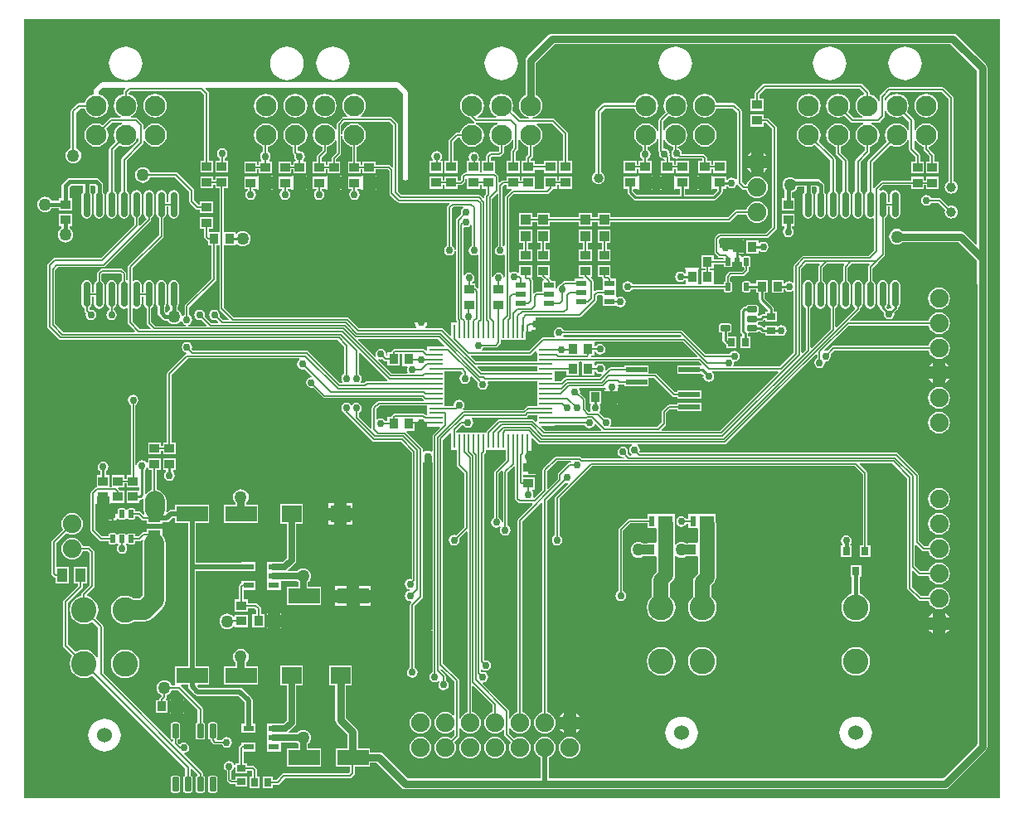
<source format=gtl>
G04*
G04 #@! TF.GenerationSoftware,Altium Limited,CircuitStudio,1.5.2 (30)*
G04*
G04 Layer_Physical_Order=1*
G04 Layer_Color=11767835*
%FSLAX25Y25*%
%MOIN*%
G70*
G01*
G75*
%ADD10R,0.04331X0.02362*%
%ADD11R,0.03543X0.03937*%
%ADD12R,0.03937X0.03543*%
%ADD13R,0.08661X0.01969*%
%ADD14C,0.03937*%
%ADD15O,0.02756X0.10236*%
%ADD16R,0.07874X0.06693*%
%ADD17R,0.12598X0.06299*%
%ADD18R,0.04134X0.05512*%
G04:AMPARAMS|DCode=19|XSize=21.65mil|YSize=31.5mil|CornerRadius=1.95mil|HoleSize=0mil|Usage=FLASHONLY|Rotation=180.000|XOffset=0mil|YOffset=0mil|HoleType=Round|Shape=RoundedRectangle|*
%AMROUNDEDRECTD19*
21,1,0.02165,0.02760,0,0,180.0*
21,1,0.01776,0.03150,0,0,180.0*
1,1,0.00390,-0.00888,0.01380*
1,1,0.00390,0.00888,0.01380*
1,1,0.00390,0.00888,-0.01380*
1,1,0.00390,-0.00888,-0.01380*
%
%ADD19ROUNDEDRECTD19*%
%ADD20R,0.05118X0.03347*%
G04:AMPARAMS|DCode=21|XSize=23.62mil|YSize=57.09mil|CornerRadius=2.01mil|HoleSize=0mil|Usage=FLASHONLY|Rotation=0.000|XOffset=0mil|YOffset=0mil|HoleType=Round|Shape=RoundedRectangle|*
%AMROUNDEDRECTD21*
21,1,0.02362,0.05307,0,0,0.0*
21,1,0.01961,0.05709,0,0,0.0*
1,1,0.00402,0.00980,-0.02654*
1,1,0.00402,-0.00980,-0.02654*
1,1,0.00402,-0.00980,0.02654*
1,1,0.00402,0.00980,0.02654*
%
%ADD21ROUNDEDRECTD21*%
%ADD22R,0.02756X0.03543*%
%ADD23R,0.03543X0.02756*%
%ADD24R,0.02362X0.04331*%
%ADD25R,0.03150X0.03543*%
%ADD26R,0.01100X0.05800*%
%ADD27R,0.05800X0.01100*%
%ADD28R,0.04331X0.02362*%
%ADD29R,0.03937X0.03937*%
G04:AMPARAMS|DCode=30|XSize=23.62mil|YSize=39.37mil|CornerRadius=2.01mil|HoleSize=0mil|Usage=FLASHONLY|Rotation=270.000|XOffset=0mil|YOffset=0mil|HoleType=Round|Shape=RoundedRectangle|*
%AMROUNDEDRECTD30*
21,1,0.02362,0.03535,0,0,270.0*
21,1,0.01961,0.03937,0,0,270.0*
1,1,0.00402,-0.01768,-0.00980*
1,1,0.00402,-0.01768,0.00980*
1,1,0.00402,0.01768,0.00980*
1,1,0.00402,0.01768,-0.00980*
%
%ADD30ROUNDEDRECTD30*%
%ADD31C,0.00600*%
%ADD32C,0.01000*%
%ADD33C,0.00800*%
%ADD34C,0.03000*%
%ADD35C,0.01800*%
%ADD36C,0.06000*%
%ADD37C,0.07874*%
%ADD38C,0.02000*%
%ADD39C,0.02500*%
%ADD40C,0.04000*%
%ADD41C,0.07480*%
%ADD42C,0.10236*%
%ADD43C,0.06000*%
%ADD44C,0.08268*%
%ADD45C,0.03000*%
%ADD46C,0.05000*%
G36*
X492913Y179528D02*
X100787D01*
Y492913D01*
X492913D01*
Y179528D01*
D02*
G37*
%LPC*%
G36*
X472560Y348209D02*
X471004D01*
Y346652D01*
X471885Y347328D01*
X472560Y348209D01*
D02*
G37*
G36*
X317500Y214056D02*
X316619Y213381D01*
X315944Y212500D01*
X317500D01*
Y214056D01*
D02*
G37*
G36*
X322500D02*
Y212500D01*
X324057D01*
X323381Y213381D01*
X322500Y214056D01*
D02*
G37*
G36*
X466004Y348209D02*
X464447D01*
X465123Y347328D01*
X466004Y346652D01*
Y348209D01*
D02*
G37*
G36*
Y354765D02*
X465123Y354089D01*
X464447Y353209D01*
X466004D01*
Y354765D01*
D02*
G37*
G36*
X317500Y207500D02*
X315944D01*
X316619Y206619D01*
X317500Y205943D01*
Y207500D01*
D02*
G37*
G36*
X324057D02*
X322500D01*
Y205943D01*
X323381Y206619D01*
X324057Y207500D01*
D02*
G37*
G36*
X187795Y239741D02*
X186986Y239634D01*
X186232Y239322D01*
X185584Y238825D01*
X185087Y238177D01*
X184775Y237423D01*
X184669Y236614D01*
X184775Y235805D01*
X185087Y235051D01*
X185584Y234403D01*
X185654Y234350D01*
Y232765D01*
X180943D01*
Y225266D01*
X194742D01*
Y232765D01*
X189936D01*
Y234350D01*
X190006Y234403D01*
X190503Y235051D01*
X190815Y235805D01*
X190922Y236614D01*
X190815Y237423D01*
X190503Y238177D01*
X190006Y238825D01*
X189359Y239322D01*
X188604Y239634D01*
X187795Y239741D01*
D02*
G37*
G36*
X164976Y219504D02*
X164705D01*
Y219035D01*
X164976D01*
Y219504D01*
D02*
G37*
G36*
X141268Y239508D02*
X139775Y239311D01*
X138384Y238735D01*
X137189Y237818D01*
X136273Y236624D01*
X135697Y235233D01*
X135500Y233740D01*
X135697Y232247D01*
X136273Y230856D01*
X137189Y229662D01*
X138384Y228745D01*
X139775Y228169D01*
X141268Y227973D01*
X142760Y228169D01*
X144151Y228745D01*
X145346Y229662D01*
X146263Y230856D01*
X146839Y232247D01*
X147035Y233740D01*
X146839Y235233D01*
X146263Y236624D01*
X145346Y237818D01*
X144151Y238735D01*
X142760Y239311D01*
X141268Y239508D01*
D02*
G37*
G36*
X468504Y335086D02*
X467371Y334937D01*
X466315Y334500D01*
X465409Y333804D01*
X464713Y332897D01*
X464276Y331842D01*
X464126Y330709D01*
X464276Y329576D01*
X464713Y328520D01*
X465409Y327613D01*
X466315Y326918D01*
X467371Y326480D01*
X468504Y326331D01*
X469637Y326480D01*
X470693Y326918D01*
X471599Y327613D01*
X472295Y328520D01*
X472732Y329576D01*
X472882Y330709D01*
X472732Y331842D01*
X472295Y332897D01*
X471599Y333804D01*
X470693Y334500D01*
X469637Y334937D01*
X468504Y335086D01*
D02*
G37*
G36*
Y345086D02*
X467371Y344937D01*
X466315Y344500D01*
X465409Y343804D01*
X464713Y342898D01*
X464276Y341842D01*
X464126Y340709D01*
X464276Y339576D01*
X464713Y338520D01*
X465409Y337613D01*
X466315Y336917D01*
X467371Y336480D01*
X468504Y336331D01*
X469637Y336480D01*
X470693Y336917D01*
X471599Y337613D01*
X472295Y338520D01*
X472732Y339576D01*
X472882Y340709D01*
X472732Y341842D01*
X472295Y342898D01*
X471599Y343804D01*
X470693Y344500D01*
X469637Y344937D01*
X468504Y345086D01*
D02*
G37*
G36*
X159705Y214035D02*
X159433D01*
Y213567D01*
X159705D01*
Y214035D01*
D02*
G37*
G36*
Y219504D02*
X159433D01*
Y219035D01*
X159705D01*
Y219504D01*
D02*
G37*
G36*
X164976Y214035D02*
X164705D01*
Y213567D01*
X164976D01*
Y214035D01*
D02*
G37*
G36*
X471004Y354765D02*
Y353209D01*
X472560D01*
X471885Y354089D01*
X471004Y354765D01*
D02*
G37*
G36*
X290000Y204378D02*
X288867Y204228D01*
X287811Y203791D01*
X286905Y203095D01*
X286209Y202189D01*
X285772Y201133D01*
X285622Y200000D01*
X285772Y198867D01*
X286209Y197811D01*
X286905Y196905D01*
X287811Y196209D01*
X288867Y195772D01*
X290000Y195622D01*
X291133Y195772D01*
X292189Y196209D01*
X293095Y196905D01*
X293791Y197811D01*
X294228Y198867D01*
X294378Y200000D01*
X294228Y201133D01*
X293791Y202189D01*
X293095Y203095D01*
X292189Y203791D01*
X291133Y204228D01*
X290000Y204378D01*
D02*
G37*
G36*
X399616Y388002D02*
X394872D01*
Y386555D01*
X392769D01*
Y386738D01*
X392707Y387048D01*
X392532Y387311D01*
X392269Y387487D01*
X391959Y387549D01*
X390183D01*
X389873Y387487D01*
X389610Y387311D01*
X389434Y387048D01*
X389373Y386738D01*
Y383978D01*
X389434Y383668D01*
X389610Y383405D01*
X389873Y383230D01*
X390183Y383168D01*
X391959D01*
X392269Y383230D01*
X392532Y383405D01*
X392707Y383668D01*
X392769Y383978D01*
Y384312D01*
X394872D01*
Y382865D01*
X396123D01*
Y380315D01*
X396123Y380315D01*
X396208Y379886D01*
X396451Y379522D01*
X399792Y376181D01*
Y375214D01*
X398542D01*
Y374358D01*
X397646D01*
X397217Y374272D01*
X396853Y374029D01*
X396853Y374029D01*
X396425Y373602D01*
X395883D01*
X395849Y373773D01*
X395672Y374038D01*
X395638Y374061D01*
Y374640D01*
X395672Y374663D01*
X395849Y374928D01*
X395911Y375240D01*
Y377201D01*
X395849Y377513D01*
X395672Y377778D01*
X395407Y377955D01*
X395094Y378017D01*
X391559D01*
X391247Y377955D01*
X390982Y377778D01*
X390805Y377513D01*
X390394Y377342D01*
X389965Y377257D01*
X389601Y377013D01*
X389601Y377013D01*
X388971Y376384D01*
X388728Y376020D01*
X388642Y375590D01*
X388642Y375590D01*
Y367323D01*
X388642Y367323D01*
X388728Y366894D01*
X388971Y366530D01*
X389430Y366071D01*
Y365364D01*
X388573D01*
Y360620D01*
X392529D01*
Y365364D01*
X391673D01*
Y366535D01*
X391673Y366535D01*
X391669Y366557D01*
X391986Y366943D01*
X395094D01*
X395407Y367005D01*
X395672Y367182D01*
X395770Y367329D01*
X396211Y367425D01*
X396352Y367416D01*
X396837Y366931D01*
X396837Y366931D01*
X397201Y366688D01*
X397630Y366603D01*
X397630Y366603D01*
X398542D01*
Y365746D01*
X403285D01*
Y365848D01*
X403785Y366082D01*
X404299Y365738D01*
X405118Y365575D01*
X405937Y365738D01*
X406632Y366202D01*
X407096Y366897D01*
X407259Y367717D01*
X407096Y368536D01*
X406632Y369231D01*
X405937Y369695D01*
X405118Y369858D01*
X404299Y369695D01*
X403785Y369352D01*
X403285Y369584D01*
Y369702D01*
X398542D01*
Y368973D01*
X398042Y368899D01*
X397407Y369533D01*
X397043Y369776D01*
X396614Y369862D01*
X396614Y369862D01*
X395883D01*
X395849Y370033D01*
X395672Y370298D01*
X395638Y370321D01*
Y370900D01*
X395672Y370923D01*
X395849Y371188D01*
X395883Y371359D01*
X396890D01*
X396890Y371359D01*
X397319Y371444D01*
X397683Y371687D01*
X398042Y372046D01*
X398542Y371949D01*
Y371258D01*
X403285D01*
Y375214D01*
X402035D01*
Y376646D01*
X402035Y376646D01*
X401950Y377075D01*
X401707Y377439D01*
X401706Y377439D01*
X398366Y380780D01*
Y382865D01*
X399616D01*
Y388002D01*
D02*
G37*
G36*
X468504Y385086D02*
X467371Y384937D01*
X466315Y384500D01*
X465409Y383804D01*
X464713Y382897D01*
X464276Y381842D01*
X464126Y380709D01*
X464276Y379576D01*
X464713Y378520D01*
X465409Y377613D01*
X466315Y376918D01*
X467371Y376480D01*
X468504Y376331D01*
X469637Y376480D01*
X470693Y376918D01*
X471599Y377613D01*
X472295Y378520D01*
X472732Y379576D01*
X472882Y380709D01*
X472732Y381842D01*
X472295Y382897D01*
X471599Y383804D01*
X470693Y384500D01*
X469637Y384937D01*
X468504Y385086D01*
D02*
G37*
G36*
X450831Y388025D02*
X450059Y387871D01*
X449405Y387434D01*
X448968Y386780D01*
X448814Y386008D01*
Y378528D01*
X448968Y377756D01*
X449405Y377102D01*
X449416Y376986D01*
X448888Y376459D01*
X448425Y376551D01*
X447962Y376459D01*
X447282Y377139D01*
X447694Y377756D01*
X447847Y378528D01*
Y386008D01*
X447694Y386780D01*
X447257Y387434D01*
X446602Y387871D01*
X445831Y388025D01*
X445059Y387871D01*
X444405Y387434D01*
X443967Y386780D01*
X443814Y386008D01*
Y378528D01*
X443967Y377756D01*
X444405Y377101D01*
X444733Y376882D01*
X444795Y376575D01*
X445038Y376211D01*
X446376Y374872D01*
X446284Y374410D01*
X446447Y373590D01*
X446911Y372895D01*
X447606Y372431D01*
X448425Y372268D01*
X449245Y372431D01*
X449939Y372895D01*
X450403Y373590D01*
X450566Y374410D01*
X450474Y374872D01*
X451624Y376022D01*
X451624Y376022D01*
X451867Y376386D01*
X451952Y376815D01*
Y376898D01*
X452257Y377101D01*
X452694Y377756D01*
X452847Y378528D01*
Y386008D01*
X452694Y386780D01*
X452257Y387434D01*
X451603Y387871D01*
X450831Y388025D01*
D02*
G37*
G36*
X304931Y408277D02*
X299794D01*
Y403140D01*
X301343D01*
Y400403D01*
X299794D01*
Y395660D01*
X304931D01*
Y400403D01*
X303382D01*
Y403140D01*
X304931D01*
Y408277D01*
D02*
G37*
G36*
X312017D02*
X306880D01*
Y403140D01*
X308429D01*
Y400403D01*
X306880D01*
Y395660D01*
X312017D01*
Y400403D01*
X310468D01*
Y403140D01*
X312017D01*
Y408277D01*
D02*
G37*
G36*
X280000Y204378D02*
X278867Y204228D01*
X277811Y203791D01*
X276905Y203095D01*
X276209Y202189D01*
X275772Y201133D01*
X275622Y200000D01*
X275772Y198867D01*
X276209Y197811D01*
X276905Y196905D01*
X277811Y196209D01*
X278867Y195772D01*
X280000Y195622D01*
X281133Y195772D01*
X282189Y196209D01*
X283095Y196905D01*
X283791Y197811D01*
X284228Y198867D01*
X284378Y200000D01*
X284228Y201133D01*
X283791Y202189D01*
X283095Y203095D01*
X282189Y203791D01*
X281133Y204228D01*
X280000Y204378D01*
D02*
G37*
G36*
X260000D02*
X258867Y204228D01*
X257811Y203791D01*
X256905Y203095D01*
X256209Y202189D01*
X255772Y201133D01*
X255622Y200000D01*
X255772Y198867D01*
X256209Y197811D01*
X256905Y196905D01*
X257811Y196209D01*
X258867Y195772D01*
X260000Y195622D01*
X261133Y195772D01*
X262189Y196209D01*
X263095Y196905D01*
X263791Y197811D01*
X264228Y198867D01*
X264378Y200000D01*
X264228Y201133D01*
X263791Y202189D01*
X263095Y203095D01*
X262189Y203791D01*
X261133Y204228D01*
X260000Y204378D01*
D02*
G37*
G36*
X435000Y212521D02*
X433725Y212396D01*
X432498Y212024D01*
X431368Y211420D01*
X430378Y210607D01*
X429565Y209616D01*
X428961Y208486D01*
X428589Y207259D01*
X428463Y205984D01*
X428589Y204709D01*
X428961Y203483D01*
X429565Y202352D01*
X430378Y201362D01*
X431368Y200549D01*
X432498Y199945D01*
X433725Y199573D01*
X435000Y199447D01*
X436275Y199573D01*
X437502Y199945D01*
X438632Y200549D01*
X439622Y201362D01*
X440435Y202352D01*
X441039Y203483D01*
X441411Y204709D01*
X441537Y205984D01*
X441411Y207259D01*
X441039Y208486D01*
X440435Y209616D01*
X439622Y210607D01*
X438632Y211420D01*
X437502Y212024D01*
X436275Y212396D01*
X435000Y212521D01*
D02*
G37*
G36*
X365000D02*
X363725Y212396D01*
X362498Y212024D01*
X361368Y211420D01*
X360378Y210607D01*
X359565Y209616D01*
X358961Y208486D01*
X358589Y207259D01*
X358463Y205984D01*
X358589Y204709D01*
X358961Y203483D01*
X359565Y202352D01*
X360378Y201362D01*
X361368Y200549D01*
X362498Y199945D01*
X363725Y199573D01*
X365000Y199447D01*
X366275Y199573D01*
X367502Y199945D01*
X368632Y200549D01*
X369622Y201362D01*
X370435Y202352D01*
X371039Y203483D01*
X371411Y204709D01*
X371537Y205984D01*
X371411Y207259D01*
X371039Y208486D01*
X370435Y209616D01*
X369622Y210607D01*
X368632Y211420D01*
X367502Y212024D01*
X366275Y212396D01*
X365000Y212521D01*
D02*
G37*
G36*
X260000Y214378D02*
X258867Y214228D01*
X257811Y213791D01*
X256905Y213095D01*
X256209Y212189D01*
X255772Y211133D01*
X255622Y210000D01*
X255772Y208867D01*
X256209Y207811D01*
X256905Y206905D01*
X257811Y206209D01*
X258867Y205772D01*
X260000Y205622D01*
X261133Y205772D01*
X262189Y206209D01*
X263095Y206905D01*
X263791Y207811D01*
X264228Y208867D01*
X264378Y210000D01*
X264228Y211133D01*
X263791Y212189D01*
X263095Y213095D01*
X262189Y213791D01*
X261133Y214228D01*
X260000Y214378D01*
D02*
G37*
G36*
X177480Y210214D02*
X175520D01*
X175207Y210152D01*
X174942Y209975D01*
X174765Y209710D01*
X174703Y209398D01*
Y204091D01*
X174765Y203778D01*
X174942Y203513D01*
X175207Y203336D01*
X175520Y203274D01*
X175582D01*
Y203028D01*
X175652Y202676D01*
X175851Y202379D01*
X176713Y201517D01*
X177011Y201318D01*
X177362Y201248D01*
X180174D01*
X180573Y200651D01*
X181267Y200187D01*
X182087Y200024D01*
X182906Y200187D01*
X183601Y200651D01*
X184065Y201346D01*
X184228Y202165D01*
X184065Y202985D01*
X183601Y203679D01*
X182906Y204144D01*
X182087Y204307D01*
X181267Y204144D01*
X180573Y203679D01*
X180174Y203083D01*
X178314D01*
X178184Y203302D01*
X178104Y203583D01*
X178235Y203778D01*
X178297Y204091D01*
Y209398D01*
X178235Y209710D01*
X178058Y209975D01*
X177793Y210152D01*
X177480Y210214D01*
D02*
G37*
G36*
X320000Y204378D02*
X318867Y204228D01*
X317811Y203791D01*
X316905Y203095D01*
X316209Y202189D01*
X315772Y201133D01*
X315622Y200000D01*
X315772Y198867D01*
X316209Y197811D01*
X316905Y196905D01*
X317811Y196209D01*
X318867Y195772D01*
X320000Y195622D01*
X321133Y195772D01*
X322189Y196209D01*
X323095Y196905D01*
X323791Y197811D01*
X324228Y198867D01*
X324378Y200000D01*
X324228Y201133D01*
X323791Y202189D01*
X323095Y203095D01*
X322189Y203791D01*
X321133Y204228D01*
X320000Y204378D01*
D02*
G37*
G36*
X135831Y388025D02*
X135059Y387871D01*
X134405Y387434D01*
X133967Y386780D01*
X133814Y386008D01*
Y378528D01*
X133967Y377756D01*
X134405Y377101D01*
X134913Y376762D01*
Y375932D01*
X134317Y375534D01*
X133853Y374839D01*
X133690Y374020D01*
X133853Y373200D01*
X134317Y372506D01*
X135011Y372042D01*
X135831Y371879D01*
X136650Y372042D01*
X137345Y372506D01*
X137809Y373200D01*
X137972Y374020D01*
X137809Y374839D01*
X137345Y375534D01*
X136748Y375932D01*
Y376762D01*
X137257Y377101D01*
X137694Y377756D01*
X137847Y378528D01*
Y386008D01*
X137694Y386780D01*
X137257Y387434D01*
X136602Y387871D01*
X135831Y388025D01*
D02*
G37*
G36*
X384268Y370537D02*
X382500D01*
X380732D01*
X380420Y370475D01*
X380155Y370298D01*
X379978Y370033D01*
X379978Y370033D01*
X379916Y369721D01*
Y367760D01*
X379978Y367447D01*
X380155Y367182D01*
X380420Y367005D01*
X380732Y366943D01*
X381379D01*
Y363957D01*
X381379Y363957D01*
X381464Y363527D01*
X381707Y363164D01*
X382671Y362199D01*
X383035Y361956D01*
X383061Y361951D01*
Y360620D01*
X387017D01*
Y365364D01*
X383622D01*
Y366943D01*
X384268D01*
X384580Y367005D01*
X384845Y367182D01*
X385022Y367447D01*
X385084Y367760D01*
Y369721D01*
X385022Y370033D01*
X385022Y370033D01*
X384845Y370298D01*
X384580Y370475D01*
X384268Y370537D01*
D02*
G37*
G36*
X133000Y211537D02*
X131725Y211411D01*
X130498Y211039D01*
X129368Y210435D01*
X128378Y209622D01*
X127565Y208632D01*
X126961Y207502D01*
X126589Y206275D01*
X126463Y205000D01*
X126589Y203725D01*
X126961Y202498D01*
X127565Y201368D01*
X128378Y200378D01*
X129368Y199565D01*
X130498Y198961D01*
X131725Y198589D01*
X133000Y198463D01*
X134275Y198589D01*
X135502Y198961D01*
X136632Y199565D01*
X137622Y200378D01*
X138435Y201368D01*
X139039Y202498D01*
X139411Y203725D01*
X139537Y205000D01*
X139411Y206275D01*
X139039Y207502D01*
X138435Y208632D01*
X137622Y209622D01*
X136632Y210435D01*
X135502Y211039D01*
X134275Y211411D01*
X133000Y211537D01*
D02*
G37*
G36*
X198650Y253984D02*
X198378D01*
Y253516D01*
X198650D01*
Y253984D01*
D02*
G37*
G36*
X203921D02*
X203650D01*
Y253516D01*
X203921D01*
Y253984D01*
D02*
G37*
G36*
X466004Y254057D02*
X465123Y253381D01*
X464447Y252500D01*
X466004D01*
Y254057D01*
D02*
G37*
G36*
X471004Y254057D02*
Y252500D01*
X472560D01*
X471885Y253381D01*
X471004Y254057D01*
D02*
G37*
G36*
X212695Y297962D02*
X203621D01*
Y290069D01*
X206271D01*
Y276262D01*
X204652Y274642D01*
X201118D01*
X200589Y274537D01*
X198353D01*
Y270975D01*
X198353D01*
X198353Y270975D01*
Y270797D01*
X198353D01*
X198353Y270797D01*
Y267557D01*
X198353Y267235D01*
Y267146D01*
Y267057D01*
X198353Y266735D01*
Y263494D01*
X203884D01*
Y266630D01*
X203884Y267057D01*
X204353Y267129D01*
X204353D01*
X210414D01*
X210663Y266805D01*
X210988Y266556D01*
Y264765D01*
X206258D01*
Y257266D01*
X220057D01*
Y264765D01*
X214760D01*
Y266556D01*
X215085Y266805D01*
X215582Y267452D01*
X215894Y268207D01*
X216001Y269016D01*
X215894Y269825D01*
X215582Y270579D01*
X215085Y271227D01*
X214437Y271724D01*
X213683Y272036D01*
X212874Y272143D01*
X212065Y272036D01*
X211311Y271724D01*
X210663Y271227D01*
X210414Y270902D01*
X206888D01*
X206737Y271402D01*
X206767Y271422D01*
X209491Y274147D01*
X209900Y274759D01*
X209924Y274878D01*
X210044Y275480D01*
Y290069D01*
X212695D01*
Y297962D01*
D02*
G37*
G36*
X230343Y265165D02*
X225543D01*
Y263516D01*
X230343D01*
Y265165D01*
D02*
G37*
G36*
Y258516D02*
X225543D01*
Y256866D01*
X230343D01*
Y258516D01*
D02*
G37*
G36*
X240142D02*
X235343D01*
Y256866D01*
X240142D01*
Y258516D01*
D02*
G37*
G36*
X466004Y247500D02*
X464447D01*
X465123Y246619D01*
X466004Y245943D01*
Y247500D01*
D02*
G37*
G36*
X198650Y248516D02*
X198378D01*
Y248047D01*
X198650D01*
Y248516D01*
D02*
G37*
G36*
X120000Y284378D02*
X118867Y284228D01*
X117811Y283791D01*
X116905Y283095D01*
X116209Y282189D01*
X115772Y281133D01*
X115622Y280000D01*
X115772Y278867D01*
X116209Y277811D01*
X116905Y276905D01*
X117811Y276209D01*
X118867Y275772D01*
X120000Y275622D01*
X121133Y275772D01*
X122189Y276209D01*
X123095Y276905D01*
X123791Y277811D01*
X124228Y278867D01*
X124243Y278980D01*
X126271D01*
X126933Y278318D01*
Y265383D01*
X124011Y262461D01*
X123790Y262130D01*
X123713Y261740D01*
Y261027D01*
X123240Y260965D01*
X121849Y260388D01*
X120654Y259472D01*
X119738Y258277D01*
X119161Y256886D01*
X118965Y255394D01*
X119161Y253901D01*
X119738Y252510D01*
X120654Y251315D01*
X121849Y250399D01*
X123240Y249823D01*
X124732Y249626D01*
X126225Y249823D01*
X127616Y250399D01*
X127995Y250689D01*
X130476Y248208D01*
Y236121D01*
X129976Y236022D01*
X129727Y236624D01*
X128811Y237818D01*
X127616Y238735D01*
X126225Y239311D01*
X124732Y239508D01*
X123240Y239311D01*
X121849Y238735D01*
X121470Y238444D01*
X118342Y241572D01*
Y258239D01*
X124146Y264043D01*
X124367Y264374D01*
X124445Y264764D01*
Y265935D01*
X126092D01*
Y272647D01*
X120758D01*
Y265935D01*
X122406D01*
Y265186D01*
X116602Y259382D01*
X116381Y259052D01*
X116303Y258661D01*
Y241150D01*
X116381Y240759D01*
X116602Y240429D01*
X120028Y237002D01*
X119738Y236624D01*
X119161Y235233D01*
X118965Y233740D01*
X119161Y232247D01*
X119738Y230856D01*
X120654Y229662D01*
X121849Y228745D01*
X123240Y228169D01*
X124732Y227973D01*
X126225Y228169D01*
X127616Y228745D01*
X128102Y229118D01*
X165480Y191739D01*
Y188750D01*
X165207Y188695D01*
X164942Y188518D01*
X164765Y188253D01*
X164703Y187941D01*
Y182634D01*
X164765Y182321D01*
X164942Y182056D01*
X165207Y181879D01*
X165520Y181817D01*
X167480D01*
X167793Y181879D01*
X168058Y182056D01*
X168235Y182321D01*
X168297Y182634D01*
Y187941D01*
X168235Y188253D01*
X168058Y188518D01*
X167793Y188695D01*
X167520Y188750D01*
Y191409D01*
X167982Y191600D01*
X170349Y189233D01*
X170238Y188701D01*
X170207Y188695D01*
X169942Y188518D01*
X169765Y188253D01*
X169703Y187941D01*
Y182634D01*
X169765Y182321D01*
X169942Y182056D01*
X170207Y181879D01*
X170520Y181817D01*
X172480D01*
X172793Y181879D01*
X173058Y182056D01*
X173235Y182321D01*
X173297Y182634D01*
Y187941D01*
X173235Y188253D01*
X173058Y188518D01*
X172793Y188695D01*
X172520Y188750D01*
Y189524D01*
X172442Y189914D01*
X172221Y190245D01*
X165091Y197375D01*
X165255Y197917D01*
X165780Y198022D01*
X166475Y198486D01*
X166939Y199181D01*
X167102Y200000D01*
X166939Y200819D01*
X166475Y201514D01*
X165780Y201978D01*
X164961Y202141D01*
X164141Y201978D01*
X163447Y201514D01*
X162987Y201469D01*
X162418Y202038D01*
Y203274D01*
X162480D01*
X162793Y203336D01*
X163058Y203513D01*
X163235Y203778D01*
X163297Y204091D01*
Y209398D01*
X163235Y209710D01*
X163058Y209975D01*
X162793Y210152D01*
X162480Y210214D01*
X160520D01*
X160207Y210152D01*
X159942Y209975D01*
X159765Y209710D01*
X159703Y209398D01*
Y204091D01*
X159765Y203778D01*
X159942Y203513D01*
X160207Y203336D01*
X160520Y203274D01*
X160582D01*
Y202537D01*
X160120Y202345D01*
X132516Y229950D01*
Y248630D01*
X132438Y249020D01*
X132217Y249351D01*
X129437Y252131D01*
X129727Y252510D01*
X130303Y253901D01*
X130500Y255394D01*
X130303Y256886D01*
X129727Y258277D01*
X128811Y259472D01*
X127616Y260388D01*
X126225Y260965D01*
X126120Y260979D01*
X125941Y261506D01*
X128674Y264240D01*
X128895Y264570D01*
X128972Y264961D01*
Y278740D01*
X128895Y279130D01*
X128674Y279461D01*
X127414Y280721D01*
X127083Y280942D01*
X126693Y281020D01*
X124243D01*
X124228Y281133D01*
X123791Y282189D01*
X123095Y283095D01*
X122189Y283791D01*
X121133Y284228D01*
X120000Y284378D01*
D02*
G37*
G36*
X472561Y247500D02*
X471004D01*
Y245943D01*
X471885Y246619D01*
X472561Y247500D01*
D02*
G37*
G36*
X182283Y253914D02*
X181474Y253808D01*
X180720Y253495D01*
X180072Y252998D01*
X179576Y252351D01*
X179263Y251597D01*
X179157Y250787D01*
X179263Y249978D01*
X179576Y249224D01*
X180072Y248576D01*
X180720Y248080D01*
X181474Y247767D01*
X182283Y247661D01*
X183093Y247767D01*
X183847Y248080D01*
X184494Y248576D01*
X184932Y249146D01*
X185232Y249108D01*
X185432Y249011D01*
Y248495D01*
X190568D01*
Y253238D01*
X185432D01*
Y252564D01*
X185232Y252467D01*
X184932Y252429D01*
X184494Y252998D01*
X183847Y253495D01*
X183093Y253808D01*
X182283Y253914D01*
D02*
G37*
G36*
X437175Y273435D02*
X432825D01*
Y268691D01*
X433471D01*
Y261934D01*
X432116Y261373D01*
X430922Y260456D01*
X430005Y259262D01*
X429429Y257871D01*
X429233Y256378D01*
X429429Y254885D01*
X430005Y253494D01*
X430922Y252300D01*
X432116Y251383D01*
X433507Y250807D01*
X435000Y250610D01*
X436493Y250807D01*
X437884Y251383D01*
X439078Y252300D01*
X439995Y253494D01*
X440571Y254885D01*
X440767Y256378D01*
X440571Y257871D01*
X439995Y259262D01*
X439078Y260456D01*
X437884Y261373D01*
X436529Y261934D01*
Y268691D01*
X437175D01*
Y273435D01*
D02*
G37*
G36*
X203921Y248516D02*
X203650D01*
Y248047D01*
X203921D01*
Y248516D01*
D02*
G37*
G36*
X193647Y267057D02*
X188117D01*
Y266218D01*
X188114Y266218D01*
X187783Y265997D01*
X187279Y265493D01*
X187058Y265162D01*
X186980Y264772D01*
Y259537D01*
X185432D01*
Y254794D01*
X190568D01*
Y256146D01*
X193200D01*
X193862Y255483D01*
Y253584D01*
X192479D01*
Y248447D01*
X197222D01*
Y253584D01*
X195902D01*
Y255906D01*
X195824Y256296D01*
X195603Y256627D01*
X194343Y257886D01*
X194012Y258107D01*
X193622Y258185D01*
X190568D01*
Y259537D01*
X189020D01*
Y263494D01*
X193647D01*
Y267057D01*
D02*
G37*
G36*
X232780Y298362D02*
X230343D01*
Y296516D01*
X232780D01*
Y298362D01*
D02*
G37*
G36*
X435000Y240492D02*
X433507Y240295D01*
X432116Y239719D01*
X430922Y238803D01*
X430005Y237608D01*
X429429Y236217D01*
X429233Y234724D01*
X429429Y233232D01*
X430005Y231841D01*
X430922Y230646D01*
X432116Y229730D01*
X433507Y229153D01*
X435000Y228957D01*
X436493Y229153D01*
X437884Y229730D01*
X439078Y230646D01*
X439995Y231841D01*
X440571Y233232D01*
X440767Y234724D01*
X440571Y236217D01*
X439995Y237608D01*
X439078Y238803D01*
X437884Y239719D01*
X436493Y240295D01*
X435000Y240492D01*
D02*
G37*
G36*
X468504Y304378D02*
X467371Y304228D01*
X466315Y303791D01*
X465409Y303095D01*
X464713Y302189D01*
X464276Y301133D01*
X464126Y300000D01*
X464276Y298867D01*
X464713Y297811D01*
X465409Y296905D01*
X466315Y296209D01*
X467371Y295772D01*
X468504Y295622D01*
X469637Y295772D01*
X470693Y296209D01*
X471599Y296905D01*
X472295Y297811D01*
X472732Y298867D01*
X472882Y300000D01*
X472732Y301133D01*
X472295Y302189D01*
X471599Y303095D01*
X470693Y303791D01*
X469637Y304228D01*
X468504Y304378D01*
D02*
G37*
G36*
X225342Y298362D02*
X222905D01*
Y296516D01*
X225342D01*
Y298362D01*
D02*
G37*
G36*
X144488Y341905D02*
X143669Y341742D01*
X142974Y341278D01*
X142510Y340583D01*
X142347Y339764D01*
X142510Y338944D01*
X142974Y338250D01*
X143571Y337851D01*
Y309537D01*
X141857D01*
Y308083D01*
X140994D01*
Y309537D01*
X135857D01*
Y304855D01*
X134994D01*
Y309537D01*
X133547D01*
Y311216D01*
X133939Y311478D01*
X134403Y312173D01*
X134566Y312992D01*
X134403Y313811D01*
X133939Y314506D01*
X133245Y314970D01*
X132425Y315133D01*
X131606Y314970D01*
X130911Y314506D01*
X130447Y313811D01*
X130284Y312992D01*
X130447Y312173D01*
X130911Y311478D01*
X131304Y311216D01*
Y309537D01*
X129857D01*
Y304842D01*
X129628Y304796D01*
X129570Y304785D01*
X129272Y304586D01*
X127698Y303011D01*
X127499Y302713D01*
X127429Y302362D01*
Y287402D01*
X127499Y287050D01*
X127698Y286753D01*
X131103Y283347D01*
X131401Y283148D01*
X131752Y283078D01*
X134562D01*
Y282616D01*
X134623Y282306D01*
X134799Y282043D01*
X135062Y281867D01*
X135372Y281806D01*
X137148D01*
X137458Y281867D01*
X137721Y282043D01*
X138295Y282060D01*
X138466Y281939D01*
X138486Y281593D01*
X138022Y280898D01*
X137859Y280079D01*
X138022Y279259D01*
X138486Y278565D01*
X139181Y278101D01*
X140000Y277938D01*
X140819Y278101D01*
X141514Y278565D01*
X141978Y279259D01*
X142141Y280079D01*
X141978Y280898D01*
X141514Y281593D01*
X141534Y281939D01*
X141705Y282060D01*
X142279Y282043D01*
X142542Y281867D01*
X142852Y281806D01*
X144628D01*
X144938Y281867D01*
X145201Y282043D01*
X145377Y282306D01*
X145438Y282616D01*
Y282977D01*
X146988D01*
X147378Y283054D01*
X147709Y283275D01*
X148065Y283631D01*
X148541Y283473D01*
X148575Y283434D01*
X148424Y282283D01*
Y261195D01*
X147199Y259970D01*
X144697D01*
X144151Y260388D01*
X142760Y260965D01*
X141268Y261161D01*
X139775Y260965D01*
X138384Y260388D01*
X137189Y259472D01*
X136273Y258277D01*
X135697Y256886D01*
X135500Y255394D01*
X135697Y253901D01*
X136273Y252510D01*
X137189Y251315D01*
X138384Y250399D01*
X139775Y249823D01*
X141268Y249626D01*
X142760Y249823D01*
X144151Y250399D01*
X144697Y250817D01*
X149094D01*
X150279Y250974D01*
X151383Y251431D01*
X152330Y252158D01*
X156236Y256063D01*
X156963Y257011D01*
X157231Y257658D01*
X157420Y258115D01*
X157576Y259299D01*
Y282283D01*
X157420Y283468D01*
X156963Y284572D01*
X156236Y285519D01*
X156159Y285578D01*
Y287943D01*
X149841D01*
Y286689D01*
X148661D01*
X148271Y286611D01*
X147941Y286390D01*
X146566Y285016D01*
X145438D01*
Y285376D01*
X145377Y285686D01*
X145201Y285949D01*
X144938Y286125D01*
X144628Y286186D01*
X142852D01*
X142542Y286125D01*
X142279Y285949D01*
X142137Y285735D01*
X141870Y285709D01*
X141604Y285735D01*
X141461Y285949D01*
X141198Y286125D01*
X140888Y286186D01*
X139112D01*
X138802Y286125D01*
X138539Y285949D01*
X138396Y285735D01*
X138130Y285709D01*
X137863Y285735D01*
X137721Y285949D01*
X137458Y286125D01*
X137324Y286151D01*
X137266Y286365D01*
X137268Y286476D01*
X135199D01*
X135202Y286431D01*
X135135Y286139D01*
X135062Y286125D01*
X134799Y285949D01*
X134623Y285686D01*
X134562Y285376D01*
Y284914D01*
X132132D01*
X129264Y287782D01*
Y297674D01*
X129457Y298095D01*
X129925D01*
Y300866D01*
X134925D01*
Y298095D01*
X135394D01*
Y298405D01*
X135857Y298495D01*
X135857Y298495D01*
X135857Y298495D01*
X140994D01*
Y303238D01*
X139278D01*
X139273Y303265D01*
X139074Y303562D01*
X138343Y304294D01*
X138550Y304794D01*
X140994D01*
Y306248D01*
X141857D01*
Y304794D01*
X146910D01*
Y303238D01*
X141857D01*
Y298495D01*
X146994D01*
Y299409D01*
X147323Y299745D01*
X147752Y299830D01*
X148116Y300073D01*
X148301Y300258D01*
X148775Y300025D01*
X148668Y299213D01*
Y295748D01*
X148824Y294564D01*
X149031Y294062D01*
X148608Y293779D01*
X147630Y294756D01*
X147300Y294977D01*
X146909Y295055D01*
X145438D01*
Y295415D01*
X145377Y295725D01*
X145201Y295988D01*
X144938Y296164D01*
X144628Y296226D01*
X142852D01*
X142542Y296164D01*
X142279Y295988D01*
X142137Y295775D01*
X141870Y295748D01*
X141604Y295775D01*
X141461Y295988D01*
X141198Y296164D01*
X140888Y296226D01*
X139112D01*
X138802Y296164D01*
X138701Y296097D01*
X138167Y296145D01*
X138070Y296186D01*
X138273Y295882D01*
X138334Y295578D01*
X138302Y295415D01*
Y294035D01*
X136260D01*
Y291535D01*
X134786D01*
X134794Y291476D01*
X137685D01*
X137706Y291592D01*
X138009Y291794D01*
X138070Y291885D01*
X138167Y291926D01*
X138701Y291974D01*
X138802Y291907D01*
X139112Y291845D01*
X140888D01*
X141198Y291907D01*
X141461Y292082D01*
X141604Y292296D01*
X141870Y292322D01*
X142137Y292296D01*
X142279Y292082D01*
X142542Y291907D01*
X142852Y291845D01*
X144628D01*
X144938Y291907D01*
X145201Y292082D01*
X145377Y292345D01*
X145438Y292655D01*
Y293016D01*
X146487D01*
X147862Y291641D01*
X148193Y291420D01*
X148583Y291343D01*
X149841D01*
Y290089D01*
X156159D01*
Y290731D01*
X158110D01*
X158735Y290855D01*
X159264Y291209D01*
X160440Y292384D01*
X161258D01*
Y290266D01*
X166526D01*
Y272835D01*
Y232765D01*
X161258D01*
Y225535D01*
X161258Y225266D01*
X160854Y225035D01*
X160854Y225035D01*
X160020D01*
X159794Y225579D01*
X159298Y226227D01*
X158650Y226724D01*
X157896Y227036D01*
X157087Y227143D01*
X156277Y227036D01*
X155523Y226724D01*
X154876Y226227D01*
X154379Y225579D01*
X154066Y224825D01*
X153960Y224016D01*
X154066Y223206D01*
X154379Y222452D01*
X154876Y221805D01*
X155523Y221308D01*
X155700Y221235D01*
X155817Y220645D01*
X155185Y220012D01*
X154964Y219682D01*
X154886Y219291D01*
Y219104D01*
X153534D01*
Y213967D01*
X158277D01*
Y219104D01*
X157813D01*
X157622Y219566D01*
X157808Y219752D01*
X158029Y220082D01*
X158106Y220472D01*
Y221083D01*
X158650Y221308D01*
X159298Y221805D01*
X159794Y222452D01*
X160020Y222996D01*
X162570D01*
X170480Y215086D01*
Y210206D01*
X170207Y210152D01*
X169942Y209975D01*
X169765Y209710D01*
X169703Y209398D01*
Y204091D01*
X169765Y203778D01*
X169942Y203513D01*
X170207Y203336D01*
X170520Y203274D01*
X172480D01*
X172793Y203336D01*
X173058Y203513D01*
X173235Y203778D01*
X173297Y204091D01*
Y209398D01*
X173235Y209710D01*
X173058Y209975D01*
X172793Y210152D01*
X172520Y210206D01*
Y215508D01*
X172442Y215898D01*
X172221Y216229D01*
X163713Y224737D01*
X163669Y224766D01*
X163821Y225266D01*
X166526D01*
Y224756D01*
X166650Y224132D01*
X167004Y223602D01*
X169319Y221287D01*
X169848Y220934D01*
X170473Y220810D01*
X186726D01*
X189251Y218285D01*
Y209537D01*
X188117D01*
Y205975D01*
X193647D01*
Y209537D01*
X192513D01*
Y218961D01*
X192389Y219585D01*
X192035Y220114D01*
X188555Y223594D01*
X188026Y223948D01*
X187402Y224072D01*
X171148D01*
X170416Y224804D01*
X170608Y225266D01*
X175057D01*
Y232765D01*
X169789D01*
Y271125D01*
X188117D01*
Y270975D01*
X193647D01*
Y274537D01*
X188117D01*
Y274387D01*
X169789D01*
Y290266D01*
X175057D01*
Y297765D01*
X161258D01*
Y295647D01*
X159764D01*
X159140Y295523D01*
X158610Y295169D01*
X158194Y294753D01*
X157720Y294986D01*
X157820Y295748D01*
Y299213D01*
X157664Y300397D01*
X157207Y301501D01*
X156480Y302448D01*
X155532Y303176D01*
X154429Y303633D01*
X153973Y303693D01*
Y311691D01*
X155624D01*
Y316435D01*
X150487D01*
Y314533D01*
X150023Y314235D01*
X149987Y314240D01*
X149546Y314900D01*
X148851Y315364D01*
X148031Y315527D01*
X147212Y315364D01*
X146518Y314900D01*
X146053Y314205D01*
X145985Y313863D01*
X145765Y313750D01*
X145446Y313716D01*
X145406Y313761D01*
Y337851D01*
X146002Y338250D01*
X146466Y338944D01*
X146629Y339764D01*
X146466Y340583D01*
X146002Y341278D01*
X145308Y341742D01*
X144488Y341905D01*
D02*
G37*
G36*
X356732Y240492D02*
X355240Y240295D01*
X353849Y239719D01*
X352654Y238803D01*
X351737Y237608D01*
X351161Y236217D01*
X350965Y234724D01*
X351161Y233232D01*
X351737Y231841D01*
X352654Y230646D01*
X353849Y229730D01*
X355240Y229153D01*
X356732Y228957D01*
X358225Y229153D01*
X359616Y229730D01*
X360810Y230646D01*
X361727Y231841D01*
X362303Y233232D01*
X362500Y234724D01*
X362303Y236217D01*
X361727Y237608D01*
X360810Y238803D01*
X359616Y239719D01*
X358225Y240295D01*
X356732Y240492D01*
D02*
G37*
G36*
X373268D02*
X371775Y240295D01*
X370384Y239719D01*
X369190Y238803D01*
X368273Y237608D01*
X367697Y236217D01*
X367500Y234724D01*
X367697Y233232D01*
X368273Y231841D01*
X369190Y230646D01*
X370384Y229730D01*
X371775Y229153D01*
X373268Y228957D01*
X374760Y229153D01*
X376151Y229730D01*
X377346Y230646D01*
X378262Y231841D01*
X378839Y233232D01*
X379035Y234724D01*
X378839Y236217D01*
X378262Y237608D01*
X377346Y238803D01*
X376151Y239719D01*
X374760Y240295D01*
X373268Y240492D01*
D02*
G37*
G36*
X161624Y316435D02*
X156487D01*
Y311691D01*
X157546D01*
X157623Y311611D01*
X157555Y310972D01*
X157541Y310963D01*
X157077Y310268D01*
X156914Y309449D01*
X157077Y308629D01*
X157541Y307935D01*
X158236Y307471D01*
X159055Y307308D01*
X159874Y307471D01*
X160569Y307935D01*
X161033Y308629D01*
X161196Y309449D01*
X161033Y310268D01*
X160569Y310963D01*
X160555Y310972D01*
X160487Y311611D01*
X160564Y311691D01*
X161624D01*
Y316435D01*
D02*
G37*
G36*
X120000Y294378D02*
X118867Y294228D01*
X117811Y293791D01*
X116905Y293095D01*
X116209Y292189D01*
X115772Y291133D01*
X115622Y290000D01*
X115772Y288867D01*
X116209Y287811D01*
X116279Y287720D01*
X111878Y283319D01*
X111656Y282989D01*
X111579Y282598D01*
Y270079D01*
X111656Y269689D01*
X111878Y269358D01*
X112665Y268570D01*
X112996Y268349D01*
X113278Y268293D01*
Y265935D01*
X118612D01*
Y272647D01*
X113618D01*
Y282176D01*
X117720Y286279D01*
X117811Y286209D01*
X118867Y285772D01*
X120000Y285622D01*
X121133Y285772D01*
X122189Y286209D01*
X123095Y286905D01*
X123791Y287811D01*
X124228Y288867D01*
X124378Y290000D01*
X124228Y291133D01*
X123791Y292189D01*
X123095Y293095D01*
X122189Y293791D01*
X121133Y294228D01*
X120000Y294378D01*
D02*
G37*
G36*
X468504D02*
X467371Y294228D01*
X466315Y293791D01*
X465409Y293095D01*
X464713Y292189D01*
X464276Y291133D01*
X464126Y290000D01*
X464276Y288867D01*
X464713Y287811D01*
X465409Y286905D01*
X466315Y286209D01*
X467371Y285772D01*
X468504Y285622D01*
X469637Y285772D01*
X470693Y286209D01*
X471599Y286905D01*
X472295Y287811D01*
X472732Y288867D01*
X472882Y290000D01*
X472732Y291133D01*
X472295Y292189D01*
X471599Y293095D01*
X470693Y293791D01*
X469637Y294228D01*
X468504Y294378D01*
D02*
G37*
G36*
X240142Y265165D02*
X235343D01*
Y263516D01*
X240142D01*
Y265165D01*
D02*
G37*
G36*
X431260Y285448D02*
X430441Y285285D01*
X429746Y284821D01*
X429282Y284126D01*
X429119Y283307D01*
X429282Y282488D01*
X429731Y281816D01*
Y281309D01*
X429085D01*
Y276565D01*
X433435D01*
Y281309D01*
X432789D01*
Y281816D01*
X433238Y282488D01*
X433401Y283307D01*
X433238Y284126D01*
X432774Y284821D01*
X432079Y285285D01*
X431260Y285448D01*
D02*
G37*
G36*
X187795Y303914D02*
X186986Y303808D01*
X186232Y303495D01*
X185584Y302998D01*
X185087Y302351D01*
X184775Y301597D01*
X184669Y300787D01*
X184775Y299978D01*
X185087Y299224D01*
X185584Y298576D01*
X185654Y298523D01*
Y297765D01*
X180943D01*
Y290266D01*
X194742D01*
Y297765D01*
X189936D01*
Y298523D01*
X190006Y298576D01*
X190503Y299224D01*
X190815Y299978D01*
X190922Y300787D01*
X190815Y301597D01*
X190503Y302351D01*
X190006Y302998D01*
X189359Y303495D01*
X188604Y303808D01*
X187795Y303914D01*
D02*
G37*
G36*
X358652Y293907D02*
X358474D01*
Y293907D01*
X358474Y293907D01*
X355234D01*
X354912Y293907D01*
X354823D01*
X354734D01*
X354412Y293907D01*
X351172D01*
Y292059D01*
X343898D01*
X343547Y291989D01*
X343249Y291791D01*
X339902Y288444D01*
X339703Y288146D01*
X339634Y287795D01*
Y262936D01*
X339037Y262538D01*
X338573Y261843D01*
X338410Y261024D01*
X338573Y260204D01*
X339037Y259510D01*
X339732Y259046D01*
X340551Y258882D01*
X341371Y259046D01*
X342065Y259510D01*
X342529Y260204D01*
X342692Y261024D01*
X342529Y261843D01*
X342065Y262538D01*
X341469Y262936D01*
Y287415D01*
X344278Y290224D01*
X351172D01*
Y288376D01*
X354412D01*
X354734Y288376D01*
X355030Y287999D01*
Y282867D01*
X354734Y282490D01*
X354412Y282490D01*
X351172D01*
Y282150D01*
X349312D01*
X349201Y282235D01*
X348447Y282548D01*
X347638Y282654D01*
X346829Y282548D01*
X346074Y282235D01*
X345427Y281738D01*
X344930Y281091D01*
X344618Y280337D01*
X344511Y279528D01*
X344618Y278718D01*
X344930Y277964D01*
X345427Y277317D01*
X346074Y276820D01*
X346829Y276507D01*
X347638Y276401D01*
X348447Y276507D01*
X349201Y276820D01*
X349312Y276905D01*
X351575D01*
X351985Y276959D01*
X354412D01*
X354734Y276959D01*
X355030Y276582D01*
Y270795D01*
X354165Y269930D01*
X353588Y269178D01*
X353225Y268302D01*
X353101Y267362D01*
Y260799D01*
X352654Y260456D01*
X351737Y259262D01*
X351161Y257871D01*
X350965Y256378D01*
X351161Y254885D01*
X351737Y253494D01*
X352654Y252300D01*
X353849Y251383D01*
X355240Y250807D01*
X356732Y250610D01*
X358225Y250807D01*
X359616Y251383D01*
X360810Y252300D01*
X361727Y253494D01*
X362303Y254885D01*
X362500Y256378D01*
X362303Y257871D01*
X361727Y259262D01*
X360810Y260456D01*
X360363Y260799D01*
Y265858D01*
X361229Y266724D01*
X361229Y266724D01*
X361806Y267476D01*
X361956Y267839D01*
X362169Y268352D01*
X362293Y269291D01*
X362293Y269291D01*
Y277161D01*
X362457Y277217D01*
X362792Y277284D01*
X363397Y276820D01*
X364151Y276507D01*
X364961Y276401D01*
X365770Y276507D01*
X366524Y276820D01*
X366635Y276905D01*
X368504D01*
X368914Y276959D01*
X370947D01*
X371269Y276959D01*
X371566Y276582D01*
X371566Y276582D01*
Y270008D01*
X370700Y269142D01*
X370123Y268390D01*
X369760Y267515D01*
X369637Y266575D01*
Y260799D01*
X369190Y260456D01*
X368273Y259262D01*
X367697Y257871D01*
X367500Y256378D01*
X367697Y254885D01*
X368273Y253494D01*
X369190Y252300D01*
X370384Y251383D01*
X371775Y250807D01*
X373268Y250610D01*
X374760Y250807D01*
X376151Y251383D01*
X377346Y252300D01*
X378262Y253494D01*
X378839Y254885D01*
X379035Y256378D01*
X378839Y257871D01*
X378262Y259262D01*
X377346Y260456D01*
X376899Y260799D01*
Y265071D01*
X377764Y265936D01*
X378341Y266688D01*
X378704Y267564D01*
X378828Y268504D01*
Y290158D01*
X378750Y290752D01*
Y293907D01*
X375510D01*
X375187Y293907D01*
Y293907D01*
D01*
X375009D01*
Y293907D01*
X375009Y293907D01*
X371769D01*
X371447Y293907D01*
X371358D01*
X371269D01*
X370947Y293907D01*
X367707D01*
Y291863D01*
X366873D01*
X366475Y292459D01*
X365780Y292923D01*
X364961Y293086D01*
X364141Y292923D01*
X363447Y292459D01*
X362983Y291764D01*
X362820Y290945D01*
X362983Y290125D01*
X363447Y289431D01*
X364141Y288967D01*
X364961Y288804D01*
X365780Y288967D01*
X366475Y289431D01*
X366873Y290027D01*
X367707D01*
Y288376D01*
X370947D01*
X371269Y288376D01*
X371566Y287999D01*
Y282867D01*
X371269Y282490D01*
X370947Y282490D01*
X367707D01*
Y282150D01*
X366635D01*
X366524Y282235D01*
X365770Y282548D01*
X364961Y282654D01*
X364151Y282548D01*
X363397Y282235D01*
X362792Y281771D01*
X362457Y281838D01*
X362293Y281894D01*
Y290158D01*
X362214Y290752D01*
Y293907D01*
X358974D01*
X358652Y293907D01*
X358652Y293907D01*
D02*
G37*
G36*
X225342Y291516D02*
X222905D01*
Y289669D01*
X225342D01*
Y291516D01*
D02*
G37*
G36*
X232780D02*
X230343D01*
Y289669D01*
X232780D01*
Y291516D01*
D02*
G37*
G36*
X399387Y432878D02*
X397831D01*
Y431321D01*
X398711Y431997D01*
X399387Y432878D01*
D02*
G37*
G36*
X162480Y188757D02*
X160520D01*
X160207Y188695D01*
X159942Y188518D01*
X159765Y188253D01*
X159703Y187941D01*
Y182634D01*
X159765Y182321D01*
X159942Y182056D01*
X160207Y181879D01*
X160520Y181817D01*
X162480D01*
X162793Y181879D01*
X163058Y182056D01*
X163235Y182321D01*
X163297Y182634D01*
Y187941D01*
X163235Y188253D01*
X163058Y188518D01*
X162793Y188695D01*
X162480Y188757D01*
D02*
G37*
G36*
X180315Y441117D02*
X179496Y440954D01*
X178801Y440490D01*
X178337Y439796D01*
X178174Y438976D01*
X178337Y438157D01*
X178801Y437462D01*
X179397Y437064D01*
Y435962D01*
X177550D01*
Y431219D01*
X182687D01*
Y435962D01*
X181233D01*
Y437064D01*
X181829Y437462D01*
X182293Y438157D01*
X182456Y438976D01*
X182293Y439796D01*
X181829Y440490D01*
X181134Y440954D01*
X180315Y441117D01*
D02*
G37*
G36*
X392831Y432878D02*
X391274D01*
X391950Y431997D01*
X392831Y431321D01*
Y432878D01*
D02*
G37*
G36*
Y439434D02*
X391950Y438759D01*
X391274Y437878D01*
X392831D01*
Y439434D01*
D02*
G37*
G36*
X397831Y439434D02*
Y437878D01*
X399387D01*
X398711Y438759D01*
X397831Y439434D01*
D02*
G37*
G36*
X197898Y451153D02*
X196662Y450990D01*
X195510Y450513D01*
X194521Y449754D01*
X193763Y448765D01*
X193286Y447614D01*
X193123Y446378D01*
X193286Y445142D01*
X193763Y443991D01*
X194521Y443002D01*
X195510Y442243D01*
X196662Y441766D01*
X196720Y441758D01*
Y439708D01*
X196124Y439309D01*
X195660Y438615D01*
X195497Y437795D01*
X195660Y436976D01*
X196087Y436336D01*
X196024Y436092D01*
X195890Y435836D01*
X195069D01*
Y434382D01*
X194301D01*
Y435836D01*
X189164D01*
Y431093D01*
X194301D01*
Y432547D01*
X195069D01*
Y431093D01*
X200206D01*
Y435836D01*
X199386D01*
X199251Y436092D01*
X199188Y436336D01*
X199616Y436976D01*
X199779Y437795D01*
X199616Y438615D01*
X199152Y439309D01*
X198555Y439708D01*
Y441690D01*
X199133Y441766D01*
X200285Y442243D01*
X201274Y443002D01*
X202033Y443991D01*
X202510Y445142D01*
X202672Y446378D01*
X202510Y447614D01*
X202033Y448765D01*
X201274Y449754D01*
X200285Y450513D01*
X199133Y450990D01*
X197898Y451153D01*
D02*
G37*
G36*
X209709D02*
X208473Y450990D01*
X207321Y450513D01*
X206332Y449754D01*
X205574Y448765D01*
X205097Y447614D01*
X204934Y446378D01*
X205097Y445142D01*
X205574Y443991D01*
X206332Y443002D01*
X207321Y442243D01*
X208473Y441766D01*
X208791Y441724D01*
Y439504D01*
X208861Y439153D01*
X209060Y438855D01*
X209416Y438499D01*
X209276Y437795D01*
X209439Y436976D01*
X209867Y436336D01*
X209804Y436092D01*
X209669Y435836D01*
X208849D01*
Y434382D01*
X208080D01*
Y435836D01*
X202943D01*
Y431093D01*
X208080D01*
Y432547D01*
X208849D01*
Y431093D01*
X213986D01*
Y435836D01*
X213165D01*
X213031Y436092D01*
X212968Y436336D01*
X213396Y436976D01*
X213559Y437795D01*
X213396Y438615D01*
X212931Y439309D01*
X212237Y439773D01*
X211417Y439936D01*
X211124Y439878D01*
X210626Y440289D01*
Y441724D01*
X210945Y441766D01*
X212096Y442243D01*
X213085Y443002D01*
X213844Y443991D01*
X214321Y445142D01*
X214483Y446378D01*
X214321Y447614D01*
X213844Y448765D01*
X213085Y449754D01*
X212096Y450513D01*
X210945Y450990D01*
X209709Y451153D01*
D02*
G37*
G36*
X228165Y429937D02*
X227697D01*
Y429665D01*
X228165D01*
Y429937D01*
D02*
G37*
G36*
X242339D02*
X241870D01*
Y429665D01*
X242339D01*
Y429937D01*
D02*
G37*
G36*
X200606D02*
X200138D01*
Y429665D01*
X200606D01*
Y429937D01*
D02*
G37*
G36*
X214386D02*
X213917D01*
Y429665D01*
X214386D01*
Y429937D01*
D02*
G37*
G36*
X371831Y430000D02*
X371362D01*
Y429728D01*
X371831D01*
Y430000D01*
D02*
G37*
G36*
X266535Y439936D02*
X265716Y439773D01*
X265021Y439309D01*
X264557Y438615D01*
X264394Y437795D01*
X264557Y436976D01*
X264943Y436399D01*
X264762Y435899D01*
X263762D01*
Y431156D01*
X268899D01*
Y435899D01*
X268309D01*
X268128Y436399D01*
X268514Y436976D01*
X268677Y437795D01*
X268514Y438615D01*
X268049Y439309D01*
X267355Y439773D01*
X266535Y439936D01*
D02*
G37*
G36*
X353299Y430000D02*
X352831D01*
Y429728D01*
X353299D01*
Y430000D01*
D02*
G37*
G36*
X356831D02*
X356362D01*
Y429728D01*
X356831D01*
Y430000D01*
D02*
G37*
G36*
X206323Y481932D02*
X205009Y481802D01*
X203746Y481419D01*
X202581Y480797D01*
X201561Y479959D01*
X200723Y478938D01*
X200101Y477774D01*
X199717Y476511D01*
X199588Y475197D01*
X199717Y473883D01*
X200101Y472620D01*
X200723Y471455D01*
X201561Y470435D01*
X202581Y469597D01*
X203746Y468975D01*
X205009Y468591D01*
X206323Y468462D01*
X207637Y468591D01*
X208900Y468975D01*
X210065Y469597D01*
X211085Y470435D01*
X211923Y471455D01*
X212545Y472620D01*
X212928Y473883D01*
X213058Y475197D01*
X212928Y476511D01*
X212545Y477774D01*
X211923Y478938D01*
X211085Y479959D01*
X210065Y480797D01*
X208900Y481419D01*
X207637Y481802D01*
X206323Y481932D01*
D02*
G37*
G36*
X224827D02*
X223513Y481802D01*
X222250Y481419D01*
X221085Y480797D01*
X220065Y479959D01*
X219227Y478938D01*
X218605Y477774D01*
X218221Y476511D01*
X218092Y475197D01*
X218221Y473883D01*
X218605Y472620D01*
X219227Y471455D01*
X220065Y470435D01*
X221085Y469597D01*
X222250Y468975D01*
X223513Y468591D01*
X224827Y468462D01*
X226141Y468591D01*
X227404Y468975D01*
X228568Y469597D01*
X229589Y470435D01*
X230427Y471455D01*
X231049Y472620D01*
X231432Y473883D01*
X231562Y475197D01*
X231432Y476511D01*
X231049Y477774D01*
X230427Y478938D01*
X229589Y479959D01*
X228568Y480797D01*
X227404Y481419D01*
X226141Y481802D01*
X224827Y481932D01*
D02*
G37*
G36*
X463331Y462964D02*
X462095Y462801D01*
X460943Y462324D01*
X459955Y461565D01*
X459196Y460576D01*
X458719Y459425D01*
X458556Y458189D01*
X458719Y456953D01*
X459196Y455802D01*
X459955Y454813D01*
X460943Y454054D01*
X462095Y453577D01*
X463331Y453414D01*
X464567Y453577D01*
X465718Y454054D01*
X466707Y454813D01*
X467466Y455802D01*
X467943Y456953D01*
X468105Y458189D01*
X467943Y459425D01*
X467466Y460576D01*
X466707Y461565D01*
X465718Y462324D01*
X464567Y462801D01*
X463331Y462964D01*
D02*
G37*
G36*
X141520Y481932D02*
X140206Y481802D01*
X138942Y481419D01*
X137778Y480797D01*
X136758Y479959D01*
X135920Y478938D01*
X135298Y477774D01*
X134914Y476511D01*
X134785Y475197D01*
X134914Y473883D01*
X135298Y472620D01*
X135920Y471455D01*
X136758Y470435D01*
X137778Y469597D01*
X138942Y468975D01*
X140206Y468591D01*
X141520Y468462D01*
X142834Y468591D01*
X144097Y468975D01*
X145261Y469597D01*
X146282Y470435D01*
X147119Y471455D01*
X147742Y472620D01*
X148125Y473883D01*
X148255Y475197D01*
X148125Y476511D01*
X147742Y477774D01*
X147119Y478938D01*
X146282Y479959D01*
X145261Y480797D01*
X144097Y481419D01*
X142834Y481802D01*
X141520Y481932D01*
D02*
G37*
G36*
X424512D02*
X423198Y481802D01*
X421935Y481419D01*
X420770Y480797D01*
X419750Y479959D01*
X418912Y478938D01*
X418290Y477774D01*
X417906Y476511D01*
X417777Y475197D01*
X417906Y473883D01*
X418290Y472620D01*
X418912Y471455D01*
X419750Y470435D01*
X420770Y469597D01*
X421935Y468975D01*
X423198Y468591D01*
X424512Y468462D01*
X425826Y468591D01*
X427089Y468975D01*
X428254Y469597D01*
X429274Y470435D01*
X430112Y471455D01*
X430734Y472620D01*
X431117Y473883D01*
X431247Y475197D01*
X431117Y476511D01*
X430734Y477774D01*
X430112Y478938D01*
X429274Y479959D01*
X428254Y480797D01*
X427089Y481419D01*
X425826Y481802D01*
X424512Y481932D01*
D02*
G37*
G36*
X454827D02*
X453513Y481802D01*
X452249Y481419D01*
X451085Y480797D01*
X450065Y479959D01*
X449227Y478938D01*
X448605Y477774D01*
X448221Y476511D01*
X448092Y475197D01*
X448221Y473883D01*
X448605Y472620D01*
X449227Y471455D01*
X450065Y470435D01*
X451085Y469597D01*
X452249Y468975D01*
X453513Y468591D01*
X454827Y468462D01*
X456141Y468591D01*
X457404Y468975D01*
X458568Y469597D01*
X459589Y470435D01*
X460427Y471455D01*
X461049Y472620D01*
X461432Y473883D01*
X461562Y475197D01*
X461432Y476511D01*
X461049Y477774D01*
X460427Y478938D01*
X459589Y479959D01*
X458568Y480797D01*
X457404Y481419D01*
X456141Y481802D01*
X454827Y481932D01*
D02*
G37*
G36*
X292520D02*
X291206Y481802D01*
X289942Y481419D01*
X288778Y480797D01*
X287757Y479959D01*
X286920Y478938D01*
X286298Y477774D01*
X285914Y476511D01*
X285785Y475197D01*
X285914Y473883D01*
X286298Y472620D01*
X286920Y471455D01*
X287757Y470435D01*
X288778Y469597D01*
X289942Y468975D01*
X291206Y468591D01*
X292520Y468462D01*
X293834Y468591D01*
X295097Y468975D01*
X296261Y469597D01*
X297282Y470435D01*
X298119Y471455D01*
X298742Y472620D01*
X299125Y473883D01*
X299254Y475197D01*
X299125Y476511D01*
X298742Y477774D01*
X298119Y478938D01*
X297282Y479959D01*
X296261Y480797D01*
X295097Y481419D01*
X293834Y481802D01*
X292520Y481932D01*
D02*
G37*
G36*
X362520D02*
X361206Y481802D01*
X359942Y481419D01*
X358778Y480797D01*
X357757Y479959D01*
X356920Y478938D01*
X356298Y477774D01*
X355914Y476511D01*
X355785Y475197D01*
X355914Y473883D01*
X356298Y472620D01*
X356920Y471455D01*
X357757Y470435D01*
X358778Y469597D01*
X359942Y468975D01*
X361206Y468591D01*
X362520Y468462D01*
X363834Y468591D01*
X365097Y468975D01*
X366261Y469597D01*
X367282Y470435D01*
X368120Y471455D01*
X368742Y472620D01*
X369125Y473883D01*
X369254Y475197D01*
X369125Y476511D01*
X368742Y477774D01*
X368120Y478938D01*
X367282Y479959D01*
X366261Y480797D01*
X365097Y481419D01*
X363834Y481802D01*
X362520Y481932D01*
D02*
G37*
G36*
X197898Y462964D02*
X196662Y462801D01*
X195510Y462324D01*
X194521Y461565D01*
X193763Y460576D01*
X193286Y459425D01*
X193123Y458189D01*
X193286Y456953D01*
X193763Y455802D01*
X194521Y454813D01*
X195510Y454054D01*
X196662Y453577D01*
X197898Y453414D01*
X199133Y453577D01*
X200285Y454054D01*
X201274Y454813D01*
X202033Y455802D01*
X202510Y456953D01*
X202672Y458189D01*
X202510Y459425D01*
X202033Y460576D01*
X201274Y461565D01*
X200285Y462324D01*
X199133Y462801D01*
X197898Y462964D01*
D02*
G37*
G36*
X209709D02*
X208473Y462801D01*
X207321Y462324D01*
X206332Y461565D01*
X205574Y460576D01*
X205097Y459425D01*
X204934Y458189D01*
X205097Y456953D01*
X205574Y455802D01*
X206332Y454813D01*
X207321Y454054D01*
X208473Y453577D01*
X209709Y453414D01*
X210945Y453577D01*
X212096Y454054D01*
X213085Y454813D01*
X213844Y455802D01*
X214321Y456953D01*
X214483Y458189D01*
X214321Y459425D01*
X213844Y460576D01*
X213085Y461565D01*
X212096Y462324D01*
X210945Y462801D01*
X209709Y462964D01*
D02*
G37*
G36*
X374331Y451153D02*
X373095Y450990D01*
X371943Y450513D01*
X370954Y449754D01*
X370196Y448765D01*
X369719Y447614D01*
X369556Y446378D01*
X369719Y445142D01*
X370196Y443991D01*
X370954Y443002D01*
X371943Y442243D01*
X373095Y441766D01*
X374331Y441603D01*
X375567Y441766D01*
X376718Y442243D01*
X377707Y443002D01*
X378466Y443991D01*
X378943Y445142D01*
X379105Y446378D01*
X378943Y447614D01*
X378466Y448765D01*
X377707Y449754D01*
X376718Y450513D01*
X375567Y450990D01*
X374331Y451153D01*
D02*
G37*
G36*
X153331Y462964D02*
X152095Y462801D01*
X150943Y462324D01*
X149954Y461565D01*
X149196Y460576D01*
X148719Y459425D01*
X148556Y458189D01*
X148719Y456953D01*
X149196Y455802D01*
X149954Y454813D01*
X150943Y454054D01*
X152095Y453577D01*
X153331Y453414D01*
X154567Y453577D01*
X155718Y454054D01*
X156707Y454813D01*
X157466Y455802D01*
X157943Y456953D01*
X158105Y458189D01*
X157943Y459425D01*
X157466Y460576D01*
X156707Y461565D01*
X155718Y462324D01*
X154567Y462801D01*
X153331Y462964D01*
D02*
G37*
G36*
X362520D02*
X361284Y462801D01*
X360132Y462324D01*
X359143Y461565D01*
X358385Y460576D01*
X357908Y459425D01*
X357745Y458189D01*
X357908Y456953D01*
X358385Y455802D01*
X358580Y455547D01*
X356044Y453011D01*
X355845Y452713D01*
X355775Y452362D01*
Y447823D01*
X355275Y447723D01*
X354844Y448765D01*
X354085Y449754D01*
X353096Y450513D01*
X351944Y450990D01*
X350709Y451153D01*
X349473Y450990D01*
X348321Y450513D01*
X347332Y449754D01*
X346574Y448765D01*
X346097Y447614D01*
X345934Y446378D01*
X346097Y445142D01*
X346574Y443991D01*
X347332Y443002D01*
X348321Y442243D01*
X349413Y441791D01*
Y440453D01*
X348880Y440097D01*
X348415Y439402D01*
X348253Y438583D01*
X348415Y437763D01*
X348880Y437069D01*
X349413Y436712D01*
Y435899D01*
X347762D01*
Y434445D01*
X346899D01*
Y435899D01*
X341762D01*
Y431156D01*
X346899D01*
Y432610D01*
X347762D01*
Y431156D01*
X352899D01*
Y435899D01*
X351248D01*
Y436628D01*
X351908Y437069D01*
X352372Y437763D01*
X352535Y438583D01*
X352372Y439402D01*
X351908Y440097D01*
X351248Y440537D01*
Y441674D01*
X351944Y441766D01*
X353096Y442243D01*
X354085Y443002D01*
X354844Y443991D01*
X355275Y445033D01*
X355775Y444933D01*
Y440158D01*
X355845Y439806D01*
X356013Y439555D01*
X355871Y438839D01*
X356034Y438019D01*
X356498Y437325D01*
X357192Y436860D01*
X358012Y436697D01*
X358027Y436700D01*
X358413Y436383D01*
Y435899D01*
X356762D01*
Y431156D01*
X361899D01*
Y432610D01*
X362762D01*
Y431156D01*
X367899D01*
Y435899D01*
X362762D01*
Y434445D01*
X361899D01*
Y435899D01*
X360248D01*
Y437520D01*
X360178Y437871D01*
X360011Y438122D01*
X360153Y438839D01*
X359990Y439658D01*
X359526Y440353D01*
X358831Y440817D01*
X358012Y440980D01*
X357997Y440977D01*
X357611Y441294D01*
Y444553D01*
X358110Y444652D01*
X358385Y443991D01*
X359143Y443002D01*
X360132Y442243D01*
X361284Y441766D01*
X361602Y441724D01*
Y440573D01*
X361478Y440490D01*
X361014Y439796D01*
X360851Y438976D01*
X361014Y438157D01*
X361478Y437462D01*
X362173Y436998D01*
X362992Y436835D01*
X363761Y436988D01*
X363822Y436947D01*
X364173Y436878D01*
X373242D01*
X373413Y436706D01*
Y435899D01*
X371762D01*
Y431156D01*
X376899D01*
Y432610D01*
X377762D01*
Y431156D01*
X382899D01*
Y435899D01*
X377762D01*
Y434445D01*
X376899D01*
Y435899D01*
X375248D01*
Y437087D01*
X375179Y437438D01*
X374980Y437736D01*
X374271Y438444D01*
X373973Y438643D01*
X373622Y438713D01*
X365350D01*
X365133Y438976D01*
X364970Y439796D01*
X364506Y440490D01*
X363811Y440954D01*
X363437Y441029D01*
Y441724D01*
X363755Y441766D01*
X364907Y442243D01*
X365896Y443002D01*
X366655Y443991D01*
X367132Y445142D01*
X367294Y446378D01*
X367132Y447614D01*
X366655Y448765D01*
X365896Y449754D01*
X364907Y450513D01*
X363755Y450990D01*
X362520Y451153D01*
X361284Y450990D01*
X360132Y450513D01*
X359143Y449754D01*
X358385Y448765D01*
X358110Y448104D01*
X357611Y448203D01*
Y451982D01*
X359878Y454249D01*
X360132Y454054D01*
X361284Y453577D01*
X362520Y453414D01*
X363755Y453577D01*
X364907Y454054D01*
X365896Y454813D01*
X366655Y455802D01*
X367132Y456953D01*
X367294Y458189D01*
X367132Y459425D01*
X366655Y460576D01*
X365896Y461565D01*
X364907Y462324D01*
X363755Y462801D01*
X362520Y462964D01*
D02*
G37*
G36*
X416087D02*
X414851Y462801D01*
X413699Y462324D01*
X412710Y461565D01*
X411952Y460576D01*
X411475Y459425D01*
X411312Y458189D01*
X411475Y456953D01*
X411952Y455802D01*
X412710Y454813D01*
X413699Y454054D01*
X414851Y453577D01*
X416087Y453414D01*
X417322Y453577D01*
X418474Y454054D01*
X419463Y454813D01*
X420222Y455802D01*
X420699Y456953D01*
X420861Y458189D01*
X420699Y459425D01*
X420222Y460576D01*
X419463Y461565D01*
X418474Y462324D01*
X417322Y462801D01*
X416087Y462964D01*
D02*
G37*
G36*
X221520D02*
X220284Y462801D01*
X219132Y462324D01*
X218144Y461565D01*
X217385Y460576D01*
X216908Y459425D01*
X216745Y458189D01*
X216908Y456953D01*
X217385Y455802D01*
X218144Y454813D01*
X219132Y454054D01*
X220284Y453577D01*
X221520Y453414D01*
X222756Y453577D01*
X223907Y454054D01*
X224896Y454813D01*
X225655Y455802D01*
X226132Y456953D01*
X226294Y458189D01*
X226132Y459425D01*
X225655Y460576D01*
X224896Y461565D01*
X223907Y462324D01*
X222756Y462801D01*
X221520Y462964D01*
D02*
G37*
G36*
X350709D02*
X349473Y462801D01*
X348321Y462324D01*
X347332Y461565D01*
X346574Y460576D01*
X346097Y459425D01*
X346068Y459209D01*
X333780D01*
X333389Y459131D01*
X333059Y458910D01*
X330775Y456627D01*
X330554Y456296D01*
X330476Y455905D01*
Y431492D01*
X330201Y431377D01*
X329664Y430966D01*
X329253Y430429D01*
X328994Y429804D01*
X328905Y429134D01*
X328994Y428463D01*
X329253Y427839D01*
X329664Y427302D01*
X330201Y426890D01*
X330826Y426631D01*
X331496Y426543D01*
X332167Y426631D01*
X332791Y426890D01*
X333328Y427302D01*
X333740Y427839D01*
X333998Y428463D01*
X334087Y429134D01*
X333998Y429804D01*
X333740Y430429D01*
X333328Y430966D01*
X332791Y431377D01*
X332516Y431492D01*
Y455483D01*
X334202Y457169D01*
X346068D01*
X346097Y456953D01*
X346574Y455802D01*
X347332Y454813D01*
X348321Y454054D01*
X349473Y453577D01*
X350709Y453414D01*
X351944Y453577D01*
X353096Y454054D01*
X354085Y454813D01*
X354844Y455802D01*
X355321Y456953D01*
X355483Y458189D01*
X355321Y459425D01*
X354844Y460576D01*
X354085Y461565D01*
X353096Y462324D01*
X351944Y462801D01*
X350709Y462964D01*
D02*
G37*
G36*
X374331D02*
X373095Y462801D01*
X371943Y462324D01*
X370954Y461565D01*
X370196Y460576D01*
X369719Y459425D01*
X369556Y458189D01*
X369719Y456953D01*
X370196Y455802D01*
X370954Y454813D01*
X371943Y454054D01*
X373095Y453577D01*
X374331Y453414D01*
X375567Y453577D01*
X376718Y454054D01*
X377707Y454813D01*
X378466Y455802D01*
X378943Y456953D01*
X378971Y457169D01*
X385483D01*
X387169Y455483D01*
Y428657D01*
X386669Y428506D01*
X386553Y428679D01*
X385859Y429143D01*
X385039Y429307D01*
X384220Y429143D01*
X383525Y428679D01*
X383399Y428491D01*
X382899Y428642D01*
Y429600D01*
X377799D01*
X377762Y429600D01*
X377299Y429689D01*
Y430000D01*
X376831D01*
Y427228D01*
Y424457D01*
X377299D01*
Y424767D01*
X377299D01*
X377762Y424857D01*
X377799Y424857D01*
X379272D01*
Y424165D01*
X377488Y422381D01*
X366452D01*
Y424857D01*
X367899D01*
Y429600D01*
X362799D01*
X362762Y429600D01*
X362299Y429689D01*
Y430000D01*
X361831D01*
Y427228D01*
Y424457D01*
X362299D01*
Y424767D01*
X362299D01*
X362762Y424857D01*
X362799Y424857D01*
X364209D01*
Y422381D01*
X346921D01*
X345452Y423850D01*
Y424503D01*
X345806Y424857D01*
X346862D01*
X346899Y424857D01*
X347362Y424767D01*
Y424457D01*
X347831D01*
Y427228D01*
Y430000D01*
X347362D01*
Y429689D01*
X347362D01*
X346899Y429600D01*
X346862Y429600D01*
X341762D01*
Y424857D01*
X343209D01*
Y423386D01*
X343209Y423386D01*
X343295Y422957D01*
X343538Y422593D01*
X345664Y420467D01*
X345664Y420467D01*
X346027Y420224D01*
X346457Y420138D01*
X377953D01*
X377953Y420138D01*
X378382Y420224D01*
X378746Y420467D01*
X381187Y422908D01*
X381187Y422908D01*
X381430Y423272D01*
X381515Y423701D01*
X381515Y423701D01*
Y424857D01*
X382899D01*
Y425689D01*
X383399Y425840D01*
X383525Y425651D01*
X384220Y425187D01*
X385039Y425024D01*
X385859Y425187D01*
X386553Y425651D01*
X386975Y426282D01*
X387205Y426358D01*
X387534Y426379D01*
X389255Y424657D01*
X389586Y424436D01*
X389976Y424358D01*
X391087D01*
X391102Y424245D01*
X391540Y423189D01*
X392235Y422283D01*
X393142Y421587D01*
X394198Y421149D01*
X395331Y421000D01*
X396464Y421149D01*
X397519Y421587D01*
X398426Y422283D01*
X399122Y423189D01*
X399559Y424245D01*
X399708Y425378D01*
X399559Y426511D01*
X399122Y427567D01*
X398426Y428473D01*
X397519Y429169D01*
X396464Y429606D01*
X395331Y429756D01*
X394198Y429606D01*
X393142Y429169D01*
X392235Y428473D01*
X391540Y427567D01*
X391102Y426511D01*
X391087Y426398D01*
X390399D01*
X389209Y427588D01*
Y455905D01*
X389131Y456296D01*
X388910Y456627D01*
X386627Y458910D01*
X386296Y459131D01*
X385906Y459209D01*
X378971D01*
X378943Y459425D01*
X378466Y460576D01*
X377707Y461565D01*
X376718Y462324D01*
X375567Y462801D01*
X374331Y462964D01*
D02*
G37*
G36*
X410442Y414576D02*
X405305D01*
Y409833D01*
X406345D01*
Y408971D01*
X405896Y408300D01*
X405733Y407480D01*
X405896Y406661D01*
X406360Y405966D01*
X407055Y405502D01*
X407874Y405339D01*
X408693Y405502D01*
X409388Y405966D01*
X409852Y406661D01*
X410015Y407480D01*
X409852Y408300D01*
X409403Y408971D01*
Y409833D01*
X410442D01*
Y414576D01*
D02*
G37*
G36*
X177480Y188757D02*
X175520D01*
X175207Y188695D01*
X174942Y188518D01*
X174765Y188253D01*
X174703Y187941D01*
Y182634D01*
X174765Y182321D01*
X174942Y182056D01*
X175207Y181879D01*
X175520Y181817D01*
X177480D01*
X177793Y181879D01*
X178058Y182056D01*
X178235Y182321D01*
X178297Y182634D01*
Y187941D01*
X178235Y188253D01*
X178058Y188518D01*
X177793Y188695D01*
X177480Y188757D01*
D02*
G37*
G36*
X119891Y414576D02*
X114754D01*
Y409833D01*
X115793D01*
Y409021D01*
X115760Y409007D01*
X115112Y408510D01*
X114615Y407863D01*
X114303Y407108D01*
X114196Y406299D01*
X114303Y405490D01*
X114615Y404736D01*
X115112Y404088D01*
X115760Y403591D01*
X116514Y403279D01*
X117323Y403172D01*
X118132Y403279D01*
X118886Y403591D01*
X119534Y404088D01*
X120031Y404736D01*
X120343Y405490D01*
X120450Y406299D01*
X120343Y407108D01*
X120031Y407863D01*
X119534Y408510D01*
X118886Y409007D01*
X118852Y409021D01*
Y409833D01*
X119891D01*
Y414576D01*
D02*
G37*
G36*
X389953Y404347D02*
X389681D01*
Y403878D01*
X389953D01*
Y404347D01*
D02*
G37*
G36*
X416087Y451153D02*
X414851Y450990D01*
X413699Y450513D01*
X412710Y449754D01*
X411952Y448765D01*
X411475Y447614D01*
X411312Y446378D01*
X411475Y445142D01*
X411952Y443991D01*
X412710Y443002D01*
X413699Y442243D01*
X414851Y441766D01*
X416087Y441603D01*
X417322Y441766D01*
X418474Y442243D01*
X418647Y442376D01*
X424811Y436211D01*
Y423926D01*
X424405Y423654D01*
X423968Y423000D01*
X423814Y422228D01*
Y414748D01*
X423968Y413976D01*
X424405Y413322D01*
X425059Y412885D01*
X425831Y412731D01*
X426603Y412885D01*
X427257Y413322D01*
X427694Y413976D01*
X427847Y414748D01*
Y422228D01*
X427694Y423000D01*
X427257Y423654D01*
X426850Y423926D01*
Y436634D01*
X426773Y437024D01*
X426552Y437355D01*
X420089Y443818D01*
X420222Y443991D01*
X420699Y445142D01*
X420861Y446378D01*
X420699Y447614D01*
X420222Y448765D01*
X419463Y449754D01*
X418474Y450513D01*
X417322Y450990D01*
X416087Y451153D01*
D02*
G37*
G36*
X427898D02*
X426662Y450990D01*
X425510Y450513D01*
X424521Y449754D01*
X423763Y448765D01*
X423286Y447614D01*
X423123Y446378D01*
X423286Y445142D01*
X423763Y443991D01*
X424521Y443002D01*
X425510Y442243D01*
X426662Y441766D01*
X426878Y441738D01*
Y439032D01*
X426956Y438641D01*
X427177Y438310D01*
X429811Y435676D01*
Y423926D01*
X429405Y423654D01*
X428968Y423000D01*
X428814Y422228D01*
Y414748D01*
X428968Y413976D01*
X429405Y413322D01*
X430059Y412885D01*
X430831Y412731D01*
X431602Y412885D01*
X432257Y413322D01*
X432694Y413976D01*
X432847Y414748D01*
Y422228D01*
X432694Y423000D01*
X432257Y423654D01*
X431850Y423926D01*
Y436098D01*
X431773Y436489D01*
X431552Y436819D01*
X428917Y439454D01*
Y441738D01*
X429133Y441766D01*
X430285Y442243D01*
X431274Y443002D01*
X432033Y443991D01*
X432510Y445142D01*
X432672Y446378D01*
X432510Y447614D01*
X432033Y448765D01*
X431274Y449754D01*
X430285Y450513D01*
X429133Y450990D01*
X427898Y451153D01*
D02*
G37*
G36*
X129528Y429088D02*
X118898D01*
X118312Y428972D01*
X117816Y428641D01*
X116241Y427066D01*
X115910Y426570D01*
X115793Y425984D01*
Y420876D01*
X114754D01*
Y420033D01*
X111777D01*
X111763Y420067D01*
X111266Y420715D01*
X110618Y421212D01*
X109864Y421524D01*
X109055Y421631D01*
X108246Y421524D01*
X107492Y421212D01*
X106844Y420715D01*
X106347Y420067D01*
X106035Y419313D01*
X105928Y418504D01*
X106035Y417695D01*
X106347Y416941D01*
X106844Y416293D01*
X107492Y415796D01*
X108246Y415484D01*
X109055Y415377D01*
X109864Y415484D01*
X110618Y415796D01*
X111266Y416293D01*
X111763Y416941D01*
X111777Y416974D01*
X114754D01*
Y416132D01*
X119891D01*
Y420876D01*
X118852D01*
Y425351D01*
X119531Y426030D01*
X124301D01*
Y423500D01*
X123968Y423000D01*
X123814Y422228D01*
Y414748D01*
X123968Y413976D01*
X124405Y413322D01*
X125059Y412885D01*
X125831Y412731D01*
X126602Y412885D01*
X127257Y413322D01*
X127694Y413976D01*
X127847Y414748D01*
Y422228D01*
X127694Y423000D01*
X127360Y423500D01*
Y426030D01*
X128894D01*
X129301Y425622D01*
Y423500D01*
X128967Y423000D01*
X128814Y422228D01*
Y414748D01*
X128967Y413976D01*
X129405Y413322D01*
X130059Y412885D01*
X130831Y412731D01*
X131603Y412885D01*
X132257Y413322D01*
X132694Y413976D01*
X132847Y414748D01*
Y422228D01*
X132694Y423000D01*
X132360Y423500D01*
Y426256D01*
X132244Y426841D01*
X131912Y427337D01*
X130609Y428641D01*
X130113Y428972D01*
X129528Y429088D01*
D02*
G37*
G36*
X408661Y429505D02*
X407852Y429398D01*
X407098Y429086D01*
X406451Y428589D01*
X405954Y427941D01*
X405641Y427187D01*
X405535Y426378D01*
X405641Y425569D01*
X405954Y424815D01*
X406345Y424305D01*
Y420876D01*
X405305D01*
Y416132D01*
X410442D01*
Y420876D01*
X409403D01*
Y423349D01*
X409471Y423358D01*
X410225Y423670D01*
X410872Y424167D01*
X411369Y424815D01*
X411682Y425569D01*
X411691Y425636D01*
X414301D01*
Y423500D01*
X413968Y423000D01*
X413814Y422228D01*
Y414748D01*
X413968Y413976D01*
X414405Y413322D01*
X415059Y412885D01*
X415831Y412731D01*
X416603Y412885D01*
X417257Y413322D01*
X417694Y413976D01*
X417847Y414748D01*
Y422228D01*
X417694Y423000D01*
X417360Y423500D01*
Y425636D01*
X419052D01*
X419337Y425351D01*
Y423553D01*
X418967Y423000D01*
X418814Y422228D01*
Y414748D01*
X418967Y413976D01*
X419405Y413322D01*
X420059Y412885D01*
X420831Y412731D01*
X421602Y412885D01*
X422257Y413322D01*
X422694Y413976D01*
X422847Y414748D01*
Y422228D01*
X422694Y423000D01*
X422396Y423447D01*
Y425984D01*
X422279Y426570D01*
X421948Y427066D01*
X420766Y428247D01*
X420270Y428578D01*
X419685Y428695D01*
X410734D01*
X410225Y429086D01*
X409471Y429398D01*
X408661Y429505D01*
D02*
G37*
G36*
X397899Y454600D02*
X392762D01*
Y449857D01*
X397899D01*
Y451311D01*
X398966D01*
X401445Y448833D01*
Y409435D01*
X398833Y406823D01*
X380315D01*
X379964Y406753D01*
X379666Y406554D01*
X378485Y405373D01*
X378286Y405076D01*
X378216Y404724D01*
Y399213D01*
X378286Y398861D01*
X378485Y398564D01*
X379666Y397383D01*
X379964Y397184D01*
X380315Y397114D01*
X381449D01*
X381843Y396815D01*
X381834Y396315D01*
X377852D01*
Y397947D01*
X373109D01*
Y392810D01*
X374563D01*
Y391947D01*
X373109D01*
Y386809D01*
X373109D01*
X373009Y386351D01*
X371652D01*
X371553Y386809D01*
X371553Y386851D01*
Y391910D01*
X371553Y391947D01*
X371642Y392409D01*
X371953D01*
Y392878D01*
X369181D01*
X366409D01*
Y392409D01*
X366720D01*
X366809Y391947D01*
X366810Y391910D01*
Y390499D01*
X366338D01*
X366081Y390884D01*
X365386Y391348D01*
X364567Y391511D01*
X363748Y391348D01*
X363053Y390884D01*
X362589Y390190D01*
X362426Y389370D01*
X362589Y388551D01*
X363053Y387856D01*
X363748Y387392D01*
X364567Y387229D01*
X365386Y387392D01*
X366081Y387856D01*
X366091Y387871D01*
X366727Y387931D01*
X366810Y387850D01*
Y386851D01*
X366809Y386809D01*
X366710Y386351D01*
X345220D01*
X344821Y386947D01*
X344127Y387411D01*
X343307Y387574D01*
X342488Y387411D01*
X341793Y386947D01*
X341329Y386252D01*
X341166Y385433D01*
X341329Y384614D01*
X341793Y383919D01*
X342488Y383455D01*
X343307Y383292D01*
X344127Y383455D01*
X344821Y383919D01*
X345220Y384515D01*
X381892D01*
Y383978D01*
X381954Y383668D01*
X382130Y383405D01*
X382393Y383230D01*
X382703Y383168D01*
X384478D01*
X384788Y383230D01*
X385051Y383405D01*
X385227Y383668D01*
X385289Y383978D01*
Y386738D01*
X385227Y387048D01*
X385051Y387311D01*
X384788Y387487D01*
X384478Y387549D01*
X384433D01*
Y389041D01*
X385026Y389634D01*
X389764D01*
X390115Y389703D01*
X390413Y389902D01*
X391720Y391209D01*
X391919Y391507D01*
X391930Y391565D01*
X391988Y391858D01*
Y393213D01*
X392269Y393269D01*
X392532Y393445D01*
X392707Y393708D01*
X392769Y394018D01*
Y396778D01*
X392707Y397088D01*
X392532Y397351D01*
X392269Y397526D01*
X391959Y397588D01*
X390183D01*
X389873Y397526D01*
X389772Y397459D01*
X389238Y397507D01*
X389141Y397548D01*
X389080Y397639D01*
X388685Y397903D01*
X388653Y397909D01*
X388702Y398410D01*
X389953D01*
Y398878D01*
X387181D01*
Y401378D01*
X385177D01*
Y401181D01*
X380177D01*
Y402613D01*
X380051Y402651D01*
Y404344D01*
X380695Y404988D01*
X399213D01*
X399564Y405058D01*
X399862Y405257D01*
X403011Y408406D01*
X403210Y408704D01*
X403280Y409055D01*
Y449213D01*
X403222Y449506D01*
X403210Y449564D01*
X403011Y449861D01*
X399995Y452877D01*
X399698Y453076D01*
X399346Y453146D01*
X397899D01*
Y454600D01*
D02*
G37*
G36*
X371953Y397894D02*
X366409D01*
Y397878D01*
X369181D01*
X371953D01*
Y397894D01*
D02*
G37*
G36*
X328946Y408277D02*
X323810D01*
Y403140D01*
X325358D01*
Y400403D01*
X323810D01*
Y395660D01*
X328946D01*
Y400403D01*
X327397D01*
Y403140D01*
X328946D01*
Y408277D01*
D02*
G37*
G36*
X336427D02*
X331290D01*
Y403140D01*
X332839D01*
Y400403D01*
X331290D01*
Y395660D01*
X336427D01*
Y400403D01*
X334878D01*
Y403140D01*
X336427D01*
Y408277D01*
D02*
G37*
G36*
X212695Y232962D02*
X203621D01*
Y225069D01*
X206271D01*
Y210907D01*
X205006Y209642D01*
X201118D01*
X200589Y209537D01*
X198353D01*
Y205975D01*
X198353D01*
X198353Y205975D01*
Y205797D01*
X198353D01*
X198353Y205797D01*
Y202557D01*
X198353Y202235D01*
Y202146D01*
Y202057D01*
X198353Y201735D01*
Y198495D01*
X203884D01*
Y201629D01*
X203884Y202057D01*
X204353Y202130D01*
X204353D01*
X210453D01*
X210702Y201805D01*
X211027Y201556D01*
Y199765D01*
X206258D01*
Y192266D01*
X220057D01*
Y199765D01*
X214800D01*
Y201556D01*
X215124Y201805D01*
X215621Y202452D01*
X215934Y203206D01*
X216040Y204016D01*
X215934Y204825D01*
X215621Y205579D01*
X215124Y206227D01*
X214477Y206724D01*
X213723Y207036D01*
X212913Y207142D01*
X212104Y207036D01*
X211350Y206724D01*
X210702Y206227D01*
X210453Y205902D01*
X207243D01*
X207091Y206402D01*
X207121Y206422D01*
X209491Y208792D01*
X209900Y209404D01*
X210044Y210126D01*
Y225069D01*
X212695D01*
Y232962D01*
D02*
G37*
G36*
X474016Y487181D02*
X312992D01*
X312173Y487017D01*
X311478Y486553D01*
X302817Y477892D01*
X302353Y477197D01*
X302190Y476378D01*
Y462426D01*
X301943Y462324D01*
X300955Y461565D01*
X300196Y460576D01*
X299719Y459425D01*
X299556Y458189D01*
X299719Y456953D01*
X300196Y455802D01*
X300955Y454813D01*
X301943Y454054D01*
X303095Y453577D01*
X303770Y453488D01*
X303737Y452988D01*
X300029D01*
X296819Y456198D01*
X297132Y456953D01*
X297294Y458189D01*
X297132Y459425D01*
X296655Y460576D01*
X295896Y461565D01*
X294907Y462324D01*
X293756Y462801D01*
X292520Y462964D01*
X291284Y462801D01*
X290132Y462324D01*
X289143Y461565D01*
X288385Y460576D01*
X287908Y459425D01*
X287745Y458189D01*
X287908Y456953D01*
X288385Y455802D01*
X289143Y454813D01*
X290132Y454054D01*
X290548Y453882D01*
X290448Y453382D01*
X283164D01*
X283067Y453501D01*
X283082Y453788D01*
X283196Y454131D01*
X284085Y454813D01*
X284844Y455802D01*
X285321Y456953D01*
X285483Y458189D01*
X285321Y459425D01*
X284844Y460576D01*
X284085Y461565D01*
X283096Y462324D01*
X281944Y462801D01*
X280709Y462964D01*
X279473Y462801D01*
X278321Y462324D01*
X277332Y461565D01*
X276574Y460576D01*
X276097Y459425D01*
X275934Y458189D01*
X276097Y456953D01*
X276574Y455802D01*
X277332Y454813D01*
X278321Y454054D01*
X279473Y453577D01*
X279773Y453538D01*
X279988Y453216D01*
X281562Y451641D01*
X281743Y451521D01*
X281562Y451040D01*
X280709Y451153D01*
X279473Y450990D01*
X278321Y450513D01*
X277332Y449754D01*
X276574Y448765D01*
X276097Y447614D01*
X276068Y447398D01*
X274724D01*
X274334Y447320D01*
X274004Y447099D01*
X271610Y444705D01*
X271389Y444374D01*
X271311Y443984D01*
Y435899D01*
X269762D01*
Y431156D01*
X274899D01*
Y435899D01*
X273350D01*
Y443562D01*
X275147Y445358D01*
X276068D01*
X276097Y445142D01*
X276574Y443991D01*
X277332Y443002D01*
X278321Y442243D01*
X279473Y441766D01*
X280709Y441603D01*
X281944Y441766D01*
X283096Y442243D01*
X284085Y443002D01*
X284844Y443991D01*
X285321Y445142D01*
X285483Y446378D01*
X285321Y447614D01*
X284844Y448765D01*
X284085Y449754D01*
X283096Y450513D01*
X282300Y450843D01*
X282400Y451343D01*
X290829D01*
X290928Y450843D01*
X290132Y450513D01*
X289143Y449754D01*
X288385Y448765D01*
X287908Y447614D01*
X287745Y446378D01*
X287908Y445142D01*
X288385Y443991D01*
X289143Y443002D01*
X290132Y442243D01*
X291284Y441766D01*
X291500Y441738D01*
Y439792D01*
X291310Y439602D01*
X288189D01*
X287799Y439525D01*
X287468Y439304D01*
X286610Y438445D01*
X286389Y438115D01*
X286311Y437724D01*
Y435899D01*
X284762D01*
Y431233D01*
X283899D01*
Y435899D01*
X283548D01*
X283313Y436340D01*
X283474Y436582D01*
X283637Y437402D01*
X283474Y438221D01*
X283010Y438916D01*
X282315Y439380D01*
X281496Y439543D01*
X280677Y439380D01*
X279982Y438916D01*
X279518Y438221D01*
X279355Y437402D01*
X279518Y436582D01*
X279680Y436340D01*
X279444Y435899D01*
X278762D01*
Y431233D01*
X277953D01*
X277602Y431163D01*
X277304Y430964D01*
X276517Y430176D01*
X276318Y429879D01*
X276248Y429528D01*
Y428333D01*
X275998Y428083D01*
X274899D01*
Y429600D01*
X269762D01*
Y428146D01*
X268899D01*
Y429600D01*
X263762D01*
Y424857D01*
X268899D01*
Y426311D01*
X269762D01*
Y424857D01*
X274899D01*
Y426248D01*
X276378D01*
X276729Y426318D01*
X277027Y426516D01*
X277814Y427304D01*
X278013Y427602D01*
X278083Y427953D01*
Y428891D01*
X278262Y429044D01*
X278762Y428813D01*
Y424857D01*
X283899D01*
Y426311D01*
X284762D01*
Y424857D01*
X286413D01*
Y422759D01*
X286003Y422349D01*
X285804Y422051D01*
X285734Y421700D01*
Y421063D01*
X285272Y420872D01*
X284217Y421928D01*
X283919Y422126D01*
X283568Y422196D01*
X252452D01*
X250918Y423731D01*
Y450787D01*
X250848Y451139D01*
X250649Y451436D01*
X248680Y453405D01*
X248383Y453604D01*
X248031Y453674D01*
X236044D01*
X235874Y454174D01*
X236707Y454813D01*
X237466Y455802D01*
X237943Y456953D01*
X238105Y458189D01*
X237943Y459425D01*
X237466Y460576D01*
X236707Y461565D01*
X235718Y462324D01*
X234566Y462801D01*
X233331Y462964D01*
X232095Y462801D01*
X230943Y462324D01*
X229955Y461565D01*
X229196Y460576D01*
X228719Y459425D01*
X228556Y458189D01*
X228719Y456953D01*
X229196Y455802D01*
X229955Y454813D01*
X230787Y454174D01*
X230618Y453674D01*
X229134D01*
X228841Y453615D01*
X228783Y453604D01*
X228485Y453405D01*
X226517Y451436D01*
X226318Y451139D01*
X226248Y450787D01*
Y448640D01*
X225748Y448541D01*
X225655Y448765D01*
X224896Y449754D01*
X223907Y450513D01*
X222756Y450990D01*
X221520Y451153D01*
X220284Y450990D01*
X219132Y450513D01*
X218144Y449754D01*
X217385Y448765D01*
X216908Y447614D01*
X216745Y446378D01*
X216908Y445142D01*
X217385Y443991D01*
X218144Y443002D01*
X219132Y442243D01*
X220284Y441766D01*
X220602Y441724D01*
Y440404D01*
X218642Y438444D01*
X218444Y438146D01*
X218374Y437795D01*
Y435836D01*
X216723D01*
Y431093D01*
X221860D01*
Y432547D01*
X222628D01*
Y431093D01*
X227765D01*
Y435836D01*
X226115D01*
Y436628D01*
X227814Y438328D01*
X228013Y438625D01*
X228083Y438976D01*
Y446115D01*
X228087Y446140D01*
X228092Y446141D01*
X228567Y446172D01*
X228576Y446173D01*
X228583Y446173D01*
X228583Y446173D01*
X228593Y446098D01*
Y446098D01*
Y446098D01*
X228719Y445142D01*
X229196Y443991D01*
X229955Y443002D01*
X230943Y442243D01*
X232095Y441766D01*
X232547Y441706D01*
Y435836D01*
X230896D01*
Y431093D01*
X236033D01*
Y432547D01*
X236802D01*
Y431093D01*
X241939D01*
Y432547D01*
X246864D01*
X247508Y431903D01*
Y423106D01*
X247577Y422755D01*
X247776Y422457D01*
X250804Y419430D01*
X251101Y419231D01*
X251160Y419219D01*
X251453Y419161D01*
X271487D01*
X271694Y418661D01*
X271005Y417972D01*
X270806Y417674D01*
X270736Y417323D01*
Y401912D01*
X270140Y401514D01*
X269675Y400819D01*
X269512Y400000D01*
X269675Y399181D01*
X270140Y398486D01*
X270834Y398022D01*
X271654Y397859D01*
X272473Y398022D01*
X273167Y398486D01*
X273632Y399181D01*
X273735Y399698D01*
X273735D01*
Y399698D01*
X273760Y399827D01*
X273762Y399827D01*
X273776Y399826D01*
X273798Y399823D01*
X274216Y399782D01*
X274238Y399780D01*
X274260Y399720D01*
Y399720D01*
Y399720D01*
Y372338D01*
X274330Y371986D01*
X274529Y371689D01*
X274613Y371605D01*
Y370978D01*
X272381D01*
Y365791D01*
X271919Y365599D01*
X269153Y368365D01*
X268855Y368564D01*
X268504Y368634D01*
X262227D01*
X262086Y369134D01*
X262591Y369891D01*
X262785Y370866D01*
X262736Y371112D01*
Y370866D01*
X257736D01*
Y371112D01*
X257687Y370866D01*
X257881Y369891D01*
X258387Y369134D01*
X258245Y368634D01*
X235331D01*
X231156Y372810D01*
X230858Y373008D01*
X230507Y373078D01*
X184912D01*
X181036Y376955D01*
Y402156D01*
X185639D01*
Y402647D01*
X186139Y402816D01*
X186372Y402514D01*
X187019Y402017D01*
X187773Y401704D01*
X188583Y401598D01*
X189392Y401704D01*
X190146Y402017D01*
X190794Y402514D01*
X191290Y403161D01*
X191603Y403915D01*
X191709Y404724D01*
X191603Y405534D01*
X191290Y406288D01*
X190794Y406935D01*
X190146Y407432D01*
X189392Y407745D01*
X188583Y407851D01*
X187773Y407745D01*
X187019Y407432D01*
X186372Y406935D01*
X186139Y406633D01*
X185639Y406802D01*
Y407293D01*
X181036D01*
Y424920D01*
X182687D01*
Y429663D01*
X177550D01*
Y428209D01*
X176687D01*
Y429663D01*
X171550D01*
Y424920D01*
X176687D01*
Y426374D01*
X177550D01*
Y424920D01*
X179200D01*
Y407293D01*
X174933D01*
Y408652D01*
X176584D01*
Y413395D01*
X171447D01*
Y408652D01*
X173098D01*
Y405512D01*
X173168Y405161D01*
X173367Y404863D01*
X174154Y404076D01*
X174452Y403877D01*
X174597Y403848D01*
Y402156D01*
X176051D01*
Y388766D01*
X165493Y378208D01*
X165294Y377910D01*
X165224Y377559D01*
Y373960D01*
X164628Y373561D01*
X164544Y373435D01*
X164023Y373557D01*
X163947Y374134D01*
X163635Y374888D01*
X163138Y375536D01*
X162490Y376033D01*
X162360Y376087D01*
Y377256D01*
X162694Y377756D01*
X162847Y378528D01*
Y386008D01*
X162694Y386780D01*
X162257Y387434D01*
X161602Y387871D01*
X160831Y388025D01*
X160059Y387871D01*
X159405Y387434D01*
X158967Y386780D01*
X158814Y386008D01*
Y378528D01*
X158967Y377756D01*
X159301Y377256D01*
Y375985D01*
X158716Y375536D01*
X158404Y375129D01*
X157809Y375081D01*
X157775Y375097D01*
X157360Y375511D01*
Y377256D01*
X157694Y377756D01*
X157847Y378528D01*
Y386008D01*
X157694Y386780D01*
X157257Y387434D01*
X156603Y387871D01*
X155831Y388025D01*
X155059Y387871D01*
X154405Y387434D01*
X153967Y386780D01*
X153814Y386008D01*
Y378528D01*
X153967Y377756D01*
X154301Y377256D01*
Y374878D01*
X154418Y374293D01*
X154749Y373797D01*
X156302Y372243D01*
X156799Y371912D01*
X157384Y371795D01*
X158205D01*
X158219Y371761D01*
X158716Y371114D01*
X159364Y370617D01*
X160118Y370305D01*
X160927Y370198D01*
X161736Y370305D01*
X162490Y370617D01*
X163138Y371114D01*
X163566Y371671D01*
X163896Y371652D01*
X164096Y371569D01*
X164164Y371228D01*
X164628Y370533D01*
X165322Y370069D01*
X165779Y369978D01*
X165730Y369478D01*
X153473D01*
X151748Y371203D01*
Y376762D01*
X152257Y377101D01*
X152694Y377756D01*
X152847Y378528D01*
Y386008D01*
X152694Y386780D01*
X152257Y387434D01*
X151602Y387871D01*
X150831Y388025D01*
X150059Y387871D01*
X149405Y387434D01*
X148968Y386780D01*
X148814Y386008D01*
Y383185D01*
X147847D01*
Y386008D01*
X147694Y386780D01*
X147257Y387434D01*
X146602Y387871D01*
X145831Y388025D01*
X145059Y387871D01*
X144725Y387648D01*
X144225Y387915D01*
Y392927D01*
X156480Y405182D01*
X156678Y405479D01*
X156690Y405538D01*
X156748Y405831D01*
Y412982D01*
X157257Y413322D01*
X157694Y413976D01*
X157847Y414748D01*
Y417571D01*
X158814D01*
Y414748D01*
X158967Y413976D01*
X159405Y413322D01*
X160059Y412885D01*
X160831Y412731D01*
X161602Y412885D01*
X162257Y413322D01*
X162694Y413976D01*
X162847Y414748D01*
Y422228D01*
X162694Y423000D01*
X162257Y423654D01*
X161602Y424092D01*
X160831Y424245D01*
X160059Y424092D01*
X159405Y423654D01*
X158967Y423000D01*
X158814Y422228D01*
Y419406D01*
X157847D01*
Y422228D01*
X157694Y423000D01*
X157257Y423654D01*
X156603Y424092D01*
X155831Y424245D01*
X155059Y424092D01*
X154405Y423654D01*
X153967Y423000D01*
X153814Y422228D01*
Y414748D01*
X153967Y413976D01*
X154405Y413322D01*
X154913Y412982D01*
Y406211D01*
X142658Y393956D01*
X142459Y393658D01*
X142390Y393307D01*
Y388369D01*
X141890Y388086D01*
X141748Y388171D01*
Y390665D01*
X141679Y391017D01*
X141480Y391314D01*
X140413Y392381D01*
X140115Y392580D01*
X139764Y392650D01*
X131890D01*
X131597Y392592D01*
X131539Y392580D01*
X131241Y392381D01*
X130182Y391322D01*
X129983Y391024D01*
X129913Y390673D01*
Y387774D01*
X129405Y387434D01*
X128967Y386780D01*
X128814Y386008D01*
Y383185D01*
X127847D01*
Y386008D01*
X127694Y386780D01*
X127257Y387434D01*
X126602Y387871D01*
X125831Y388025D01*
X125059Y387871D01*
X124405Y387434D01*
X123968Y386780D01*
X123814Y386008D01*
Y378528D01*
X123968Y377756D01*
X124405Y377101D01*
X124913Y376762D01*
Y375744D01*
X124983Y375393D01*
X125182Y375095D01*
X125558Y374719D01*
X125418Y374016D01*
X125581Y373196D01*
X126045Y372502D01*
X126740Y372038D01*
X127559Y371875D01*
X128378Y372038D01*
X129073Y372502D01*
X129537Y373196D01*
X129700Y374016D01*
X129537Y374835D01*
X129073Y375530D01*
X128378Y375994D01*
X127559Y376157D01*
X127361Y376117D01*
X126956Y376462D01*
X126976Y376914D01*
X127257Y377101D01*
X127694Y377756D01*
X127847Y378528D01*
Y381350D01*
X128814D01*
Y378528D01*
X128967Y377756D01*
X129405Y377101D01*
X130059Y376664D01*
X130831Y376511D01*
X131603Y376664D01*
X132257Y377101D01*
X132694Y377756D01*
X132847Y378528D01*
Y386008D01*
X132694Y386780D01*
X132257Y387434D01*
X131748Y387774D01*
Y390293D01*
X132270Y390815D01*
X139384D01*
X139913Y390285D01*
Y387774D01*
X139405Y387434D01*
X138968Y386780D01*
X138814Y386008D01*
Y378528D01*
X138968Y377756D01*
X139405Y377101D01*
X140059Y376664D01*
X140831Y376511D01*
X141603Y376664D01*
X141890Y376856D01*
X142390Y376589D01*
Y370866D01*
X142459Y370515D01*
X142658Y370217D01*
X145335Y367540D01*
X145144Y367078D01*
X116503D01*
X113122Y370459D01*
Y392140D01*
X114179Y393197D01*
X132697D01*
X133048Y393267D01*
X133346Y393465D01*
X151480Y411599D01*
X151679Y411897D01*
X151748Y412248D01*
Y412982D01*
X152257Y413322D01*
X152694Y413976D01*
X152847Y414748D01*
Y422228D01*
X152694Y423000D01*
X152257Y423654D01*
X151602Y424092D01*
X150831Y424245D01*
X150059Y424092D01*
X149405Y423654D01*
X148968Y423000D01*
X148814Y422228D01*
Y414748D01*
X148968Y413976D01*
X149405Y413322D01*
X149778Y413072D01*
X149816Y412531D01*
X147231Y409946D01*
X147187Y409951D01*
X146748Y410171D01*
Y412982D01*
X147257Y413322D01*
X147694Y413976D01*
X147847Y414748D01*
Y422228D01*
X147694Y423000D01*
X147257Y423654D01*
X146602Y424092D01*
X145831Y424245D01*
X145059Y424092D01*
X144405Y423654D01*
X143967Y423000D01*
X143814Y422228D01*
Y414748D01*
X143967Y413976D01*
X144405Y413322D01*
X144913Y412982D01*
Y410384D01*
X131510Y396981D01*
X112992D01*
X112641Y396911D01*
X112343Y396712D01*
X110178Y394547D01*
X109979Y394249D01*
X109909Y393898D01*
Y369488D01*
X109979Y369137D01*
X110178Y368839D01*
X114706Y364312D01*
X115003Y364113D01*
X115354Y364043D01*
X226785D01*
X229397Y361431D01*
Y358267D01*
X229397Y358265D01*
Y350338D01*
X228801Y349939D01*
X228337Y349245D01*
X228174Y348425D01*
X228337Y347606D01*
X228678Y347096D01*
X228442Y346596D01*
X227800D01*
X214967Y359429D01*
X214669Y359628D01*
X214318Y359698D01*
X168765D01*
X168143Y360320D01*
X168283Y361024D01*
X168120Y361843D01*
X167656Y362538D01*
X166961Y363002D01*
X166142Y363165D01*
X165322Y363002D01*
X164628Y362538D01*
X164164Y361843D01*
X164001Y361024D01*
X164164Y360204D01*
X164628Y359510D01*
X165322Y359046D01*
X165755Y358959D01*
X165755D01*
X165784Y358954D01*
X165795Y358950D01*
X166145Y358815D01*
X166156Y358782D01*
X166159Y358756D01*
X166173Y358662D01*
X166141Y358569D01*
X165791Y358328D01*
X165791Y358328D01*
X165791D01*
Y358328D01*
X165493Y358129D01*
X165417Y358053D01*
X158406Y351043D01*
X158207Y350745D01*
X158138Y350394D01*
Y322734D01*
X156487D01*
Y321280D01*
X155624D01*
Y322734D01*
X150487D01*
Y317991D01*
X155624D01*
Y319445D01*
X156487D01*
Y317990D01*
X161624D01*
Y322734D01*
X159973D01*
Y350014D01*
X166522Y356563D01*
X211259D01*
X211411Y356063D01*
X211084Y355845D01*
X210620Y355150D01*
X210457Y354331D01*
X210620Y353511D01*
X211084Y352817D01*
X211779Y352353D01*
X212598Y352190D01*
X213302Y352329D01*
X216176Y349456D01*
X215967Y348957D01*
X215322Y348829D01*
X214628Y348364D01*
X214164Y347670D01*
X214001Y346850D01*
X214164Y346031D01*
X214628Y345336D01*
X215322Y344872D01*
X216142Y344709D01*
X216845Y344849D01*
X220824Y340871D01*
X221121Y340672D01*
X221180Y340660D01*
X221472Y340602D01*
X260644D01*
X261350Y339896D01*
X261299Y339627D01*
X261165Y339396D01*
X243202D01*
X242851Y339326D01*
X242553Y339127D01*
X240690Y337263D01*
X240491Y336965D01*
X240421Y336614D01*
Y328513D01*
X239921Y328306D01*
X235170Y333057D01*
Y334702D01*
X235766Y335100D01*
X236230Y335795D01*
X236393Y336614D01*
X236230Y337434D01*
X235766Y338128D01*
X235071Y338592D01*
X234252Y338755D01*
X233433Y338592D01*
X232738Y338128D01*
X232534Y337822D01*
X232033D01*
X231829Y338128D01*
X231134Y338592D01*
X230315Y338755D01*
X229496Y338592D01*
X228801Y338128D01*
X228337Y337434D01*
X228174Y336614D01*
X228337Y335795D01*
X228801Y335100D01*
X229447Y334669D01*
X229467Y334566D01*
X229666Y334268D01*
X240567Y323367D01*
X240865Y323168D01*
X241216Y323098D01*
X252131D01*
X256563Y318667D01*
Y268152D01*
X256176Y267835D01*
X255906Y267889D01*
X255086Y267726D01*
X254392Y267262D01*
X253927Y266567D01*
X253764Y265748D01*
X253927Y264929D01*
X254392Y264234D01*
X255086Y263770D01*
X255588Y263670D01*
Y263670D01*
X255684Y263386D01*
X255588Y263102D01*
X255588D01*
X255588D01*
X255086Y263002D01*
X254392Y262538D01*
X253927Y261843D01*
X253764Y261024D01*
X253927Y260204D01*
X254392Y259510D01*
X255086Y259046D01*
X255906Y258882D01*
X256136Y258928D01*
X256382Y258468D01*
X256044Y258129D01*
X255845Y257832D01*
X255775Y257480D01*
Y232227D01*
X255179Y231829D01*
X254715Y231134D01*
X254552Y230315D01*
X254715Y229496D01*
X255179Y228801D01*
X255873Y228337D01*
X256693Y228174D01*
X257512Y228337D01*
X258207Y228801D01*
X258671Y229496D01*
X258834Y230315D01*
X258671Y231134D01*
X258207Y231829D01*
X257611Y232227D01*
Y257100D01*
X260649Y260139D01*
X260848Y260436D01*
X260918Y260787D01*
Y314707D01*
X261418Y314974D01*
X262017Y314574D01*
X262992Y314380D01*
X263968Y314574D01*
X264330Y314817D01*
X264830Y314549D01*
Y247442D01*
X264381Y247398D01*
X264352Y247395D01*
X264334Y247393D01*
X264330Y247393D01*
X264311Y247490D01*
Y247244D01*
Y246998D01*
X264330Y247095D01*
X264334Y247095D01*
X264352Y247093D01*
X264381Y247090D01*
X264830Y247046D01*
Y230259D01*
X264234Y229860D01*
X263770Y229166D01*
X263607Y228346D01*
X263770Y227527D01*
X264234Y226833D01*
X264929Y226368D01*
X265748Y226205D01*
X266567Y226368D01*
X267026Y226675D01*
X267026Y226675D01*
X267044Y226687D01*
X267044Y226687D01*
X267262Y226832D01*
X267262Y226832D01*
X267322Y226790D01*
X267608Y226591D01*
X267619Y226584D01*
X267619Y226584D01*
X267661Y226555D01*
X267664Y226553D01*
X267669Y226549D01*
X267667Y226545D01*
X267502Y226298D01*
D01*
X267313Y226016D01*
X267150Y225197D01*
X267313Y224377D01*
X267777Y223683D01*
X268472Y223219D01*
X269291Y223056D01*
X270111Y223219D01*
X270805Y223683D01*
X271269Y224377D01*
X271432Y225197D01*
X271269Y226016D01*
X270805Y226711D01*
X270209Y227109D01*
Y228740D01*
X270139Y229091D01*
X269940Y229389D01*
X268033Y231296D01*
X268063Y231507D01*
X268593Y231684D01*
X273723Y226555D01*
Y213056D01*
X273249Y212895D01*
X273095Y213095D01*
X272189Y213791D01*
X271133Y214228D01*
X270000Y214378D01*
X268867Y214228D01*
X267811Y213791D01*
X266905Y213095D01*
X266209Y212189D01*
X265772Y211133D01*
X265622Y210000D01*
X265772Y208867D01*
X266209Y207811D01*
X266905Y206905D01*
X267811Y206209D01*
X268867Y205772D01*
X270000Y205622D01*
X271133Y205772D01*
X272189Y206209D01*
X273095Y206905D01*
X273249Y207105D01*
X273723Y206944D01*
Y205020D01*
X272361Y203659D01*
X272189Y203791D01*
X271133Y204228D01*
X270000Y204378D01*
X268867Y204228D01*
X267811Y203791D01*
X266905Y203095D01*
X266209Y202189D01*
X265772Y201133D01*
X265622Y200000D01*
X265772Y198867D01*
X266209Y197811D01*
X266905Y196905D01*
X267811Y196209D01*
X268867Y195772D01*
X270000Y195622D01*
X271133Y195772D01*
X272189Y196209D01*
X273095Y196905D01*
X273791Y197811D01*
X274228Y198867D01*
X274378Y200000D01*
X274228Y201133D01*
X273791Y202189D01*
X273659Y202361D01*
X275289Y203991D01*
X275488Y204289D01*
X275558Y204640D01*
Y208077D01*
X276058Y208176D01*
X276209Y207811D01*
X276905Y206905D01*
X277811Y206209D01*
X278867Y205772D01*
X280000Y205622D01*
X281133Y205772D01*
X282189Y206209D01*
X283095Y206905D01*
X283791Y207811D01*
X284228Y208867D01*
X284378Y210000D01*
X284228Y211133D01*
X283791Y212189D01*
X283095Y213095D01*
X282189Y213791D01*
X281133Y214228D01*
X280748Y214279D01*
Y224781D01*
X281210Y224972D01*
X289082Y217100D01*
Y214257D01*
X288867Y214228D01*
X287811Y213791D01*
X286905Y213095D01*
X286209Y212189D01*
X285772Y211133D01*
X285622Y210000D01*
X285772Y208867D01*
X286209Y207811D01*
X286905Y206905D01*
X287811Y206209D01*
X288867Y205772D01*
X290000Y205622D01*
X291133Y205772D01*
X292189Y206209D01*
X293095Y206905D01*
X293249Y207105D01*
X293723Y206944D01*
Y205360D01*
X293792Y205009D01*
X293991Y204711D01*
X296341Y202361D01*
X296209Y202189D01*
X295772Y201133D01*
X295622Y200000D01*
X295772Y198867D01*
X296209Y197811D01*
X296905Y196905D01*
X297811Y196209D01*
X298867Y195772D01*
X300000Y195622D01*
X301133Y195772D01*
X302189Y196209D01*
X303095Y196905D01*
X303791Y197811D01*
X304228Y198867D01*
X304378Y200000D01*
X304228Y201133D01*
X303791Y202189D01*
X303095Y203095D01*
X302189Y203791D01*
X301133Y204228D01*
X300000Y204378D01*
X298867Y204228D01*
X297811Y203791D01*
X297639Y203659D01*
X295558Y205740D01*
Y208077D01*
X296058Y208176D01*
X296209Y207811D01*
X296905Y206905D01*
X297811Y206209D01*
X298867Y205772D01*
X300000Y205622D01*
X301133Y205772D01*
X302189Y206209D01*
X303095Y206905D01*
X303791Y207811D01*
X304228Y208867D01*
X304378Y210000D01*
X304228Y211133D01*
X303791Y212189D01*
X303095Y213095D01*
X302189Y213791D01*
X301133Y214228D01*
X300918Y214257D01*
Y291081D01*
X308620Y298783D01*
X309082Y298592D01*
Y214257D01*
X308867Y214228D01*
X307811Y213791D01*
X306905Y213095D01*
X306209Y212189D01*
X305772Y211133D01*
X305622Y210000D01*
X305772Y208867D01*
X306209Y207811D01*
X306905Y206905D01*
X307811Y206209D01*
X308867Y205772D01*
X310000Y205622D01*
X311133Y205772D01*
X312189Y206209D01*
X313095Y206905D01*
X313791Y207811D01*
X314228Y208867D01*
X314378Y210000D01*
X314228Y211133D01*
X313791Y212189D01*
X313095Y213095D01*
X312189Y213791D01*
X311133Y214228D01*
X310918Y214257D01*
Y299384D01*
X318194Y306660D01*
X318898Y306520D01*
X319199Y306580D01*
X319445Y306119D01*
X314312Y300986D01*
X314113Y300688D01*
X314043Y300337D01*
Y285377D01*
X313447Y284979D01*
X312983Y284284D01*
X312820Y283465D01*
X312983Y282645D01*
X313447Y281951D01*
X314141Y281486D01*
X314961Y281323D01*
X315780Y281486D01*
X316475Y281951D01*
X316939Y282645D01*
X317102Y283465D01*
X316939Y284284D01*
X316475Y284979D01*
X315878Y285377D01*
Y299957D01*
X329120Y313199D01*
X434716D01*
X437822Y310092D01*
Y281309D01*
X436565D01*
Y276565D01*
X440915D01*
Y281309D01*
X439658D01*
Y310472D01*
X439588Y310824D01*
X439389Y311121D01*
X436573Y313937D01*
X436765Y314399D01*
X449807D01*
X455775Y308431D01*
Y264173D01*
X455845Y263822D01*
X456044Y263524D01*
X460217Y259351D01*
X460515Y259152D01*
X460573Y259141D01*
X460866Y259082D01*
X464247D01*
X464276Y258867D01*
X464713Y257811D01*
X465409Y256905D01*
X466315Y256209D01*
X467371Y255772D01*
X468504Y255622D01*
X469637Y255772D01*
X470693Y256209D01*
X471599Y256905D01*
X472295Y257811D01*
X472732Y258867D01*
X472882Y260000D01*
X472732Y261133D01*
X472295Y262189D01*
X471599Y263095D01*
X470693Y263791D01*
X469637Y264228D01*
X468504Y264378D01*
X467371Y264228D01*
X466315Y263791D01*
X465409Y263095D01*
X464713Y262189D01*
X464276Y261133D01*
X464247Y260918D01*
X461246D01*
X457611Y264553D01*
Y271147D01*
X458073Y271339D01*
X460060Y269351D01*
X460358Y269152D01*
X460709Y269082D01*
X464247D01*
X464276Y268867D01*
X464713Y267811D01*
X465409Y266905D01*
X466315Y266209D01*
X467371Y265772D01*
X468504Y265622D01*
X469637Y265772D01*
X470693Y266209D01*
X471599Y266905D01*
X472295Y267811D01*
X472732Y268867D01*
X472882Y270000D01*
X472732Y271133D01*
X472295Y272189D01*
X471599Y273095D01*
X470693Y273791D01*
X469637Y274228D01*
X468504Y274378D01*
X467371Y274228D01*
X466315Y273791D01*
X465409Y273095D01*
X464713Y272189D01*
X464276Y271133D01*
X464247Y270918D01*
X461089D01*
X458811Y273196D01*
Y281393D01*
X459310Y281600D01*
X461560Y279351D01*
X461858Y279152D01*
X461916Y279141D01*
X462209Y279082D01*
X464247D01*
X464276Y278867D01*
X464713Y277811D01*
X465409Y276905D01*
X466315Y276209D01*
X467371Y275772D01*
X468504Y275622D01*
X469637Y275772D01*
X470693Y276209D01*
X471599Y276905D01*
X472295Y277811D01*
X472732Y278867D01*
X472882Y280000D01*
X472732Y281133D01*
X472295Y282189D01*
X471599Y283095D01*
X470693Y283791D01*
X469637Y284228D01*
X468504Y284378D01*
X467371Y284228D01*
X466315Y283791D01*
X465409Y283095D01*
X464713Y282189D01*
X464276Y281133D01*
X464247Y280918D01*
X462589D01*
X460408Y283099D01*
Y309407D01*
X460350Y309700D01*
X460338Y309759D01*
X460139Y310056D01*
X451830Y318365D01*
X451532Y318564D01*
X451181Y318634D01*
X348412D01*
X348064Y318982D01*
X348204Y319685D01*
X348041Y320504D01*
X347577Y321199D01*
X347027Y321567D01*
X347179Y322067D01*
X382406D01*
X382757Y322136D01*
X383055Y322335D01*
X419055Y358335D01*
X419517Y358144D01*
Y356611D01*
X418958Y356238D01*
X418493Y355543D01*
X418330Y354724D01*
X418493Y353904D01*
X418958Y353210D01*
X419652Y352746D01*
X420472Y352583D01*
X421291Y352746D01*
X421986Y353210D01*
X422450Y353904D01*
X422613Y354724D01*
X422574Y354920D01*
X422994Y355371D01*
X423654Y355502D01*
X424349Y355966D01*
X424813Y356661D01*
X424976Y357480D01*
X424836Y358184D01*
X426443Y359791D01*
X464247D01*
X464276Y359576D01*
X464713Y358520D01*
X465409Y357613D01*
X466315Y356918D01*
X467371Y356480D01*
X468504Y356331D01*
X469637Y356480D01*
X470693Y356918D01*
X471599Y357613D01*
X472295Y358520D01*
X472732Y359576D01*
X472882Y360709D01*
X472732Y361842D01*
X472295Y362897D01*
X471599Y363804D01*
X470693Y364500D01*
X469637Y364937D01*
X468504Y365086D01*
X467371Y364937D01*
X466315Y364500D01*
X465409Y363804D01*
X464713Y362897D01*
X464276Y361842D01*
X464247Y361626D01*
X426063D01*
X425712Y361556D01*
X425414Y361357D01*
X423538Y359482D01*
X422835Y359622D01*
X422723Y359599D01*
X422477Y360060D01*
X432208Y369791D01*
X464247D01*
X464276Y369576D01*
X464713Y368520D01*
X465409Y367613D01*
X466315Y366917D01*
X467371Y366480D01*
X468504Y366331D01*
X469637Y366480D01*
X470693Y366917D01*
X471599Y367613D01*
X472295Y368520D01*
X472732Y369576D01*
X472882Y370709D01*
X472732Y371842D01*
X472295Y372898D01*
X471599Y373804D01*
X470693Y374500D01*
X469637Y374937D01*
X468504Y375086D01*
X467371Y374937D01*
X466315Y374500D01*
X465409Y373804D01*
X464713Y372898D01*
X464276Y371842D01*
X464247Y371626D01*
X432999D01*
X432808Y372088D01*
X436480Y375760D01*
X436679Y376058D01*
X436690Y376116D01*
X436748Y376409D01*
Y376762D01*
X437257Y377101D01*
X437694Y377756D01*
X437847Y378528D01*
Y386008D01*
X437694Y386780D01*
X437257Y387434D01*
X436602Y387871D01*
X435831Y388025D01*
X435059Y387871D01*
X434405Y387434D01*
X433967Y386780D01*
X433814Y386008D01*
Y378528D01*
X433967Y377756D01*
X434405Y377101D01*
X434569Y376992D01*
X434618Y376494D01*
X427210Y369086D01*
X426748Y369278D01*
Y376762D01*
X427257Y377101D01*
X427694Y377756D01*
X427847Y378528D01*
Y386008D01*
X427694Y386780D01*
X427257Y387434D01*
X426603Y387871D01*
X425831Y388025D01*
X425059Y387871D01*
X424405Y387434D01*
X423968Y386780D01*
X423814Y386008D01*
Y378528D01*
X423968Y377756D01*
X424405Y377101D01*
X424913Y376762D01*
Y368486D01*
X417210Y360783D01*
X416748Y360975D01*
Y376762D01*
X417257Y377101D01*
X417694Y377756D01*
X417847Y378528D01*
Y386008D01*
X417694Y386780D01*
X417257Y387434D01*
X416603Y387871D01*
X415831Y388025D01*
X415059Y387871D01*
X414405Y387434D01*
X413968Y386780D01*
X413814Y386008D01*
Y378528D01*
X413968Y377756D01*
X414405Y377101D01*
X414913Y376762D01*
Y360183D01*
X413584Y358854D01*
X413122Y359046D01*
Y392715D01*
X415159Y394752D01*
X420360D01*
X420551Y394290D01*
X420182Y393920D01*
X419983Y393623D01*
X419913Y393272D01*
Y387774D01*
X419405Y387434D01*
X418967Y386780D01*
X418814Y386008D01*
Y378528D01*
X418967Y377756D01*
X419405Y377101D01*
X420059Y376664D01*
X420831Y376511D01*
X421602Y376664D01*
X422257Y377101D01*
X422694Y377756D01*
X422847Y378528D01*
Y386008D01*
X422694Y386780D01*
X422257Y387434D01*
X421748Y387774D01*
Y392892D01*
X423608Y394752D01*
X430202D01*
X430394Y394290D01*
X430182Y394078D01*
X429983Y393780D01*
X429913Y393429D01*
Y387774D01*
X429405Y387434D01*
X428968Y386780D01*
X428814Y386008D01*
Y378528D01*
X428968Y377756D01*
X429405Y377101D01*
X430059Y376664D01*
X430831Y376511D01*
X431602Y376664D01*
X432257Y377101D01*
X432694Y377756D01*
X432847Y378528D01*
Y386008D01*
X432694Y386780D01*
X432257Y387434D01*
X431748Y387774D01*
Y393049D01*
X433451Y394752D01*
X440438D01*
X440630Y394290D01*
X440182Y393842D01*
X439983Y393544D01*
X439913Y393193D01*
Y387774D01*
X439405Y387434D01*
X438968Y386780D01*
X438814Y386008D01*
Y378528D01*
X438968Y377756D01*
X439405Y377101D01*
X440059Y376664D01*
X440831Y376511D01*
X441603Y376664D01*
X442257Y377101D01*
X442694Y377756D01*
X442847Y378528D01*
Y386008D01*
X442694Y386780D01*
X442257Y387434D01*
X441748Y387774D01*
Y392813D01*
X443956Y395020D01*
X443956Y395021D01*
X446480Y397544D01*
X446678Y397842D01*
X446748Y398193D01*
Y412982D01*
X447257Y413322D01*
X447694Y413976D01*
X447847Y414748D01*
Y417571D01*
X448814D01*
Y414748D01*
X448968Y413976D01*
X449405Y413322D01*
X450059Y412885D01*
X450831Y412731D01*
X451603Y412885D01*
X452257Y413322D01*
X452694Y413976D01*
X452847Y414748D01*
Y422228D01*
X452694Y423000D01*
X452257Y423654D01*
X451603Y424092D01*
X450831Y424245D01*
X450059Y424092D01*
X449405Y423654D01*
X448968Y423000D01*
X448814Y422228D01*
Y419406D01*
X447847D01*
Y422228D01*
X447694Y423000D01*
X447257Y423654D01*
X446602Y424092D01*
X445831Y424245D01*
X445059Y424092D01*
X444926Y424003D01*
X444423Y424248D01*
X444385Y424584D01*
X446049Y426248D01*
X457274D01*
Y424794D01*
X462411D01*
Y426248D01*
X463179D01*
Y424794D01*
X468317D01*
Y429537D01*
X463179D01*
Y428083D01*
X462411D01*
Y429537D01*
X457274D01*
Y428083D01*
X445669D01*
X445318Y428013D01*
X445020Y427814D01*
X442658Y425452D01*
X442459Y425154D01*
X442389Y424803D01*
Y424706D01*
X441889Y424422D01*
X441850Y424446D01*
Y435267D01*
X448959Y442376D01*
X449132Y442243D01*
X450284Y441766D01*
X451520Y441603D01*
X452755Y441766D01*
X453907Y442243D01*
X454896Y443002D01*
X455655Y443991D01*
X455961Y444729D01*
X456461Y444630D01*
Y440551D01*
X456538Y440161D01*
X456759Y439830D01*
X458823Y437767D01*
Y435836D01*
X457274D01*
Y431093D01*
X462411D01*
Y435836D01*
X460862D01*
Y438189D01*
X460784Y438579D01*
X460564Y438910D01*
X458500Y440974D01*
Y444364D01*
X459000Y444463D01*
X459196Y443991D01*
X459955Y443002D01*
X460943Y442243D01*
X462095Y441766D01*
X462311Y441738D01*
Y440606D01*
X462389Y440216D01*
X462610Y439885D01*
X464728Y437767D01*
Y435836D01*
X463179D01*
Y431093D01*
X468317D01*
Y435836D01*
X466768D01*
Y438189D01*
X466690Y438579D01*
X466469Y438910D01*
X464350Y441029D01*
Y441738D01*
X464567Y441766D01*
X465718Y442243D01*
X466707Y443002D01*
X467466Y443991D01*
X467943Y445142D01*
X468105Y446378D01*
X467943Y447614D01*
X467466Y448765D01*
X466707Y449754D01*
X465718Y450513D01*
X464567Y450990D01*
X463331Y451153D01*
X462095Y450990D01*
X460943Y450513D01*
X459955Y449754D01*
X459196Y448765D01*
X459000Y448293D01*
X458500Y448392D01*
Y452228D01*
X458422Y452619D01*
X458201Y452949D01*
X455522Y455629D01*
X455655Y455802D01*
X456132Y456953D01*
X456294Y458189D01*
X456132Y459425D01*
X455655Y460576D01*
X454896Y461565D01*
X453907Y462324D01*
X452755Y462801D01*
X451520Y462964D01*
X450284Y462801D01*
X449132Y462324D01*
X448143Y461565D01*
X447385Y460576D01*
X447189Y460104D01*
X446689Y460203D01*
Y461389D01*
X448847Y463547D01*
X469656D01*
X472311Y460893D01*
Y427736D01*
X472035Y427622D01*
X471499Y427210D01*
X471087Y426673D01*
X470828Y426049D01*
X470740Y425378D01*
X470828Y424707D01*
X471087Y424083D01*
X471499Y423546D01*
X472035Y423134D01*
X472660Y422876D01*
X473331Y422787D01*
X474001Y422876D01*
X474626Y423134D01*
X475163Y423546D01*
X475574Y424083D01*
X475833Y424707D01*
X475921Y425378D01*
X475833Y426049D01*
X475574Y426673D01*
X475163Y427210D01*
X474626Y427622D01*
X474350Y427736D01*
Y461315D01*
X474273Y461705D01*
X474052Y462036D01*
X470800Y465288D01*
X470469Y465509D01*
X470079Y465587D01*
X448425D01*
X448035Y465509D01*
X447704Y465288D01*
X444948Y462532D01*
X444727Y462201D01*
X444650Y461811D01*
Y459937D01*
X444150Y459838D01*
X443844Y460576D01*
X443085Y461565D01*
X442096Y462324D01*
X440944Y462801D01*
X440728Y462829D01*
Y463441D01*
X440651Y463831D01*
X440430Y464162D01*
X437729Y466863D01*
X437398Y467084D01*
X437008Y467161D01*
X398425D01*
X398035Y467084D01*
X397704Y466863D01*
X394610Y463768D01*
X394389Y463437D01*
X394311Y463047D01*
Y460899D01*
X392762D01*
Y456156D01*
X397899D01*
Y460899D01*
X396350D01*
Y462625D01*
X398848Y465122D01*
X436586D01*
X438411Y463297D01*
X438424Y463194D01*
X438280Y462721D01*
X437321Y462324D01*
X436332Y461565D01*
X435574Y460576D01*
X435097Y459425D01*
X434934Y458189D01*
X435097Y456953D01*
X435574Y455802D01*
X436332Y454813D01*
X437321Y454054D01*
X437737Y453882D01*
X437638Y453382D01*
X434147D01*
X431900Y455629D01*
X432033Y455802D01*
X432510Y456953D01*
X432672Y458189D01*
X432510Y459425D01*
X432033Y460576D01*
X431274Y461565D01*
X430285Y462324D01*
X429133Y462801D01*
X427898Y462964D01*
X426662Y462801D01*
X425510Y462324D01*
X424521Y461565D01*
X423763Y460576D01*
X423286Y459425D01*
X423123Y458189D01*
X423286Y456953D01*
X423763Y455802D01*
X424521Y454813D01*
X425510Y454054D01*
X426662Y453577D01*
X427898Y453414D01*
X429133Y453577D01*
X430285Y454054D01*
X430458Y454187D01*
X433004Y451641D01*
X433334Y451420D01*
X433724Y451343D01*
X438018D01*
X438117Y450843D01*
X437321Y450513D01*
X436332Y449754D01*
X435574Y448765D01*
X435097Y447614D01*
X434934Y446378D01*
X435097Y445142D01*
X435574Y443991D01*
X436332Y443002D01*
X437321Y442243D01*
X438473Y441766D01*
X438689Y441738D01*
Y440131D01*
X435106Y436548D01*
X434885Y436217D01*
X434807Y435827D01*
Y423923D01*
X434405Y423654D01*
X433967Y423000D01*
X433814Y422228D01*
Y414748D01*
X433967Y413976D01*
X434405Y413322D01*
X435059Y412885D01*
X435831Y412731D01*
X436602Y412885D01*
X437257Y413322D01*
X437694Y413976D01*
X437847Y414748D01*
Y422228D01*
X437694Y423000D01*
X437257Y423654D01*
X436846Y423929D01*
Y435404D01*
X440430Y438988D01*
X440651Y439319D01*
X440728Y439709D01*
Y441738D01*
X440944Y441766D01*
X442096Y442243D01*
X443085Y443002D01*
X443844Y443991D01*
X444321Y445142D01*
X444483Y446378D01*
X444321Y447614D01*
X443844Y448765D01*
X443085Y449754D01*
X442096Y450513D01*
X441300Y450843D01*
X441400Y451343D01*
X444095D01*
X444485Y451420D01*
X444815Y451641D01*
X446390Y453216D01*
X446611Y453547D01*
X446689Y453937D01*
Y456175D01*
X447189Y456274D01*
X447385Y455802D01*
X448143Y454813D01*
X449132Y454054D01*
X450284Y453577D01*
X451520Y453414D01*
X452755Y453577D01*
X453907Y454054D01*
X454080Y454187D01*
X456461Y451806D01*
Y448126D01*
X455961Y448027D01*
X455655Y448765D01*
X454896Y449754D01*
X453907Y450513D01*
X452755Y450990D01*
X451520Y451153D01*
X450284Y450990D01*
X449132Y450513D01*
X448143Y449754D01*
X447385Y448765D01*
X446908Y447614D01*
X446745Y446378D01*
X446908Y445142D01*
X447385Y443991D01*
X447517Y443818D01*
X440110Y436410D01*
X439889Y436079D01*
X439811Y435689D01*
Y423926D01*
X439405Y423654D01*
X438968Y423000D01*
X438814Y422228D01*
Y414748D01*
X438968Y413976D01*
X439405Y413322D01*
X440059Y412885D01*
X440831Y412731D01*
X441603Y412885D01*
X441889Y413077D01*
X442389Y412809D01*
Y399986D01*
X440190Y397787D01*
X414141D01*
X413789Y397717D01*
X413492Y397518D01*
X410356Y394382D01*
X410157Y394085D01*
X410087Y393733D01*
Y387322D01*
X409587Y387077D01*
X409087Y387411D01*
X408268Y387574D01*
X407448Y387411D01*
X406754Y386947D01*
X406492Y386555D01*
X405915D01*
Y388002D01*
X401172D01*
Y382865D01*
X405915D01*
Y384312D01*
X406492D01*
X406754Y383919D01*
X407448Y383455D01*
X408268Y383292D01*
X409087Y383455D01*
X409587Y383789D01*
X410087Y383545D01*
Y358852D01*
X404476Y353241D01*
X385923D01*
X385687Y353682D01*
X385836Y353904D01*
X385999Y354724D01*
X385960Y354920D01*
X386380Y355371D01*
X387040Y355502D01*
X387735Y355966D01*
X388199Y356661D01*
X388362Y357480D01*
X388199Y358300D01*
X387735Y358994D01*
X387040Y359458D01*
X386221Y359622D01*
X385401Y359458D01*
X384706Y358994D01*
X384308Y358398D01*
X374640D01*
X365460Y367578D01*
X365163Y367777D01*
X364811Y367847D01*
X317660D01*
X317262Y368443D01*
X316567Y368907D01*
X315748Y369070D01*
X314929Y368907D01*
X314234Y368443D01*
X313770Y367748D01*
X313607Y366929D01*
X313770Y366110D01*
X314117Y365591D01*
X313888Y365091D01*
X309449D01*
X309098Y365021D01*
X308800Y364822D01*
X303557Y359579D01*
X284804D01*
X284652Y360079D01*
X284979Y360297D01*
X285377Y360893D01*
X290158D01*
X290509Y360963D01*
X290806Y361162D01*
X291980Y362335D01*
X292179Y362633D01*
X292248Y362984D01*
Y363978D01*
X301581D01*
Y363978D01*
X302281D01*
Y367478D01*
X304681D01*
Y368017D01*
X305122Y368252D01*
X305324Y368117D01*
X306299Y367923D01*
X306545Y367972D01*
X306299D01*
Y372972D01*
X307648D01*
X307700Y373145D01*
X323957D01*
X324308Y373214D01*
X324606Y373413D01*
X330570Y379378D01*
X330769Y379675D01*
X330782Y379741D01*
X330788Y379750D01*
X330858Y380101D01*
Y381710D01*
X331301Y382153D01*
X332905D01*
X333258Y381800D01*
Y381612D01*
X333258Y381290D01*
Y381201D01*
Y381112D01*
X333258Y380790D01*
Y377550D01*
X338789D01*
X338789Y377550D01*
Y377550D01*
X339278Y377524D01*
X339535Y377353D01*
X340354Y377190D01*
X341174Y377353D01*
X341868Y377817D01*
X342333Y378511D01*
X342495Y379331D01*
X342333Y380150D01*
X341868Y380845D01*
X341174Y381309D01*
X340354Y381472D01*
X339535Y381309D01*
X339278Y381137D01*
X339173Y381132D01*
X338789Y381470D01*
X338789Y381612D01*
Y384530D01*
X338789Y384852D01*
Y384941D01*
Y385030D01*
X338789Y385352D01*
Y388592D01*
X336900D01*
X336883Y388679D01*
X336871Y388737D01*
X336672Y389035D01*
X336656Y389051D01*
X336427Y389361D01*
X336427D01*
Y394104D01*
X331290D01*
Y389361D01*
X332943D01*
X333011Y389019D01*
X333026Y388996D01*
X333026Y388996D01*
X333258Y388592D01*
Y388592D01*
X333258Y388592D01*
X333258Y388592D01*
Y385352D01*
X333258Y385030D01*
Y384941D01*
Y384852D01*
X333258Y384530D01*
Y383988D01*
X330921D01*
X330570Y383919D01*
X330272Y383720D01*
X330120Y383567D01*
X329658Y383758D01*
Y387402D01*
X329588Y387753D01*
X329389Y388050D01*
X328541Y388899D01*
X328732Y389361D01*
X328946D01*
Y394104D01*
X323810D01*
Y389361D01*
X325443D01*
X325642Y389074D01*
X325416Y388592D01*
X321841D01*
Y387729D01*
X317913D01*
X317562Y387659D01*
X317265Y387460D01*
X316280Y386476D01*
X316117Y386232D01*
X316110Y386230D01*
X315415Y385766D01*
X314951Y385071D01*
X314879Y384712D01*
X314380Y384761D01*
Y387805D01*
X312593D01*
X312556Y387989D01*
X312335Y388319D01*
X311756Y388899D01*
X311947Y389361D01*
X312017D01*
Y394104D01*
X306880D01*
Y389361D01*
X308516D01*
X308728Y389043D01*
X309504Y388267D01*
X309313Y387805D01*
X308849D01*
Y384565D01*
X308849Y384243D01*
Y384154D01*
Y384065D01*
X308849Y383742D01*
Y383201D01*
X306693D01*
X306342Y383131D01*
X306044Y382932D01*
X305812Y382700D01*
X305350Y382892D01*
Y387795D01*
X305273Y388186D01*
X305052Y388516D01*
X304707Y388861D01*
X304914Y389361D01*
X304931D01*
Y394104D01*
X299794D01*
Y390823D01*
X299294Y390672D01*
X299152Y390884D01*
X298457Y391348D01*
X297638Y391511D01*
X296818Y391348D01*
X296281Y390989D01*
X295781Y391202D01*
Y420861D01*
X297624Y422704D01*
X311024D01*
X311375Y422774D01*
X311672Y422973D01*
X312980Y424280D01*
X313178Y424578D01*
X313190Y424636D01*
X313234Y424857D01*
X314899D01*
Y426311D01*
X315762D01*
Y424857D01*
X320899D01*
Y429600D01*
X315762D01*
Y428146D01*
X314899D01*
Y429600D01*
X309762D01*
Y424857D01*
X309394Y424540D01*
X306268D01*
X305899Y424857D01*
Y429600D01*
X300762D01*
Y428146D01*
X299899D01*
Y429600D01*
X294762D01*
Y428146D01*
X293370D01*
X293019Y428076D01*
X292721Y427877D01*
X291969Y427125D01*
X291469Y427332D01*
Y429528D01*
X291399Y429879D01*
X291200Y430176D01*
X290413Y430964D01*
X290115Y431163D01*
X289899Y431206D01*
Y435899D01*
X288350D01*
Y437302D01*
X288611Y437563D01*
X291732D01*
X292123Y437641D01*
X292453Y437862D01*
X293241Y438649D01*
X293462Y438980D01*
X293539Y439370D01*
Y441738D01*
X293756Y441766D01*
X294907Y442243D01*
X295896Y443002D01*
X296655Y443991D01*
X296906Y444596D01*
X297406Y444497D01*
Y441367D01*
X296523Y440485D01*
X296302Y440154D01*
X296224Y439764D01*
Y435899D01*
X294762D01*
Y431156D01*
X299899D01*
Y435899D01*
X298264D01*
Y439341D01*
X299146Y440224D01*
X299367Y440555D01*
X299445Y440945D01*
Y444497D01*
X299945Y444596D01*
X300196Y443991D01*
X300955Y443002D01*
X301943Y442243D01*
X303095Y441766D01*
X303311Y441738D01*
Y438611D01*
X302610Y437910D01*
X302389Y437579D01*
X302311Y437189D01*
Y435899D01*
X300762D01*
Y431156D01*
X305899D01*
Y432508D01*
X309762D01*
Y431156D01*
X314899D01*
Y435899D01*
X309762D01*
Y434547D01*
X305899D01*
Y435899D01*
X304350D01*
Y436767D01*
X305052Y437468D01*
X305273Y437799D01*
X305350Y438189D01*
Y441738D01*
X305567Y441766D01*
X306718Y442243D01*
X307707Y443002D01*
X308466Y443991D01*
X308943Y445142D01*
X309105Y446378D01*
X308943Y447614D01*
X308466Y448765D01*
X307707Y449754D01*
X306802Y450449D01*
X306876Y450949D01*
X312964D01*
X317311Y446601D01*
Y435899D01*
X315762D01*
Y431156D01*
X320899D01*
Y435899D01*
X319350D01*
Y447024D01*
X319273Y447414D01*
X319052Y447745D01*
X314107Y452690D01*
X313776Y452911D01*
X313386Y452988D01*
X304924D01*
X304891Y453488D01*
X305567Y453577D01*
X306718Y454054D01*
X307707Y454813D01*
X308466Y455802D01*
X308943Y456953D01*
X309105Y458189D01*
X308943Y459425D01*
X308466Y460576D01*
X307707Y461565D01*
X306718Y462324D01*
X306472Y462426D01*
Y475491D01*
X313879Y482898D01*
X473129D01*
X483686Y472341D01*
Y402673D01*
X483224Y402482D01*
X478679Y407026D01*
X477985Y407490D01*
X477165Y407653D01*
X453839D01*
X453786Y407723D01*
X453138Y408220D01*
X452384Y408532D01*
X451575Y408639D01*
X450766Y408532D01*
X450011Y408220D01*
X449364Y407723D01*
X448867Y407075D01*
X448555Y406321D01*
X448448Y405512D01*
X448555Y404703D01*
X448867Y403948D01*
X449364Y403301D01*
X450011Y402804D01*
X450766Y402492D01*
X451575Y402385D01*
X452384Y402492D01*
X453138Y402804D01*
X453786Y403301D01*
X453839Y403371D01*
X476278D01*
X483686Y395964D01*
Y201281D01*
X469979Y187574D01*
X311631D01*
Y195978D01*
X312189Y196209D01*
X313095Y196905D01*
X313791Y197811D01*
X314228Y198867D01*
X314378Y200000D01*
X314228Y201133D01*
X313791Y202189D01*
X313095Y203095D01*
X312189Y203791D01*
X311133Y204228D01*
X310000Y204378D01*
X308867Y204228D01*
X307811Y203791D01*
X306905Y203095D01*
X306209Y202189D01*
X305772Y201133D01*
X305622Y200000D01*
X305772Y198867D01*
X306209Y197811D01*
X306905Y196905D01*
X307811Y196209D01*
X308369Y195978D01*
Y187574D01*
X254824D01*
X244868Y197530D01*
X244174Y197994D01*
X243354Y198157D01*
X239742D01*
Y199765D01*
X234818D01*
Y206299D01*
X234655Y207119D01*
X234191Y207813D01*
X229984Y212021D01*
Y225069D01*
X232380D01*
Y232962D01*
X223306D01*
Y225069D01*
X225701D01*
Y211134D01*
X225864Y210314D01*
X226328Y209620D01*
X230536Y205412D01*
Y199765D01*
X225943D01*
Y192266D01*
X231658D01*
Y190186D01*
X231074Y189602D01*
X205118D01*
X204728Y189525D01*
X204397Y189304D01*
X202129Y187035D01*
X200734D01*
Y188387D01*
X196778D01*
Y183644D01*
X200734D01*
Y184996D01*
X202551D01*
X202941Y185074D01*
X203272Y185295D01*
X205540Y187563D01*
X231496D01*
X231886Y187641D01*
X232217Y187862D01*
X233398Y189043D01*
X233619Y189374D01*
X233697Y189764D01*
Y192266D01*
X239742D01*
Y193875D01*
X242467D01*
X252423Y183919D01*
X253118Y183455D01*
X253937Y183292D01*
X470866D01*
X471686Y183455D01*
X472380Y183919D01*
X487341Y198880D01*
X487805Y199574D01*
X487968Y200394D01*
Y396850D01*
Y473228D01*
X487805Y474048D01*
X487341Y474742D01*
X475530Y486553D01*
X474835Y487017D01*
X474016Y487181D01*
D02*
G37*
G36*
X395852Y403946D02*
X391109D01*
Y398810D01*
X395852D01*
Y399665D01*
X396185Y399807D01*
X396352Y399843D01*
X397015Y399400D01*
X397835Y399237D01*
X398654Y399400D01*
X399349Y399864D01*
X399813Y400559D01*
X399976Y401378D01*
X399813Y402197D01*
X399349Y402892D01*
X398654Y403356D01*
X397835Y403519D01*
X397015Y403356D01*
X396352Y402913D01*
X396185Y402949D01*
X395852Y403090D01*
Y403946D01*
D02*
G37*
G36*
X193647Y202057D02*
X188117D01*
Y201226D01*
X188074Y201218D01*
X187744Y200997D01*
X187279Y200532D01*
X187058Y200201D01*
X186980Y199811D01*
Y193750D01*
X185628D01*
Y192990D01*
X185128Y192940D01*
X185049Y193339D01*
X184585Y194034D01*
X183890Y194498D01*
X183071Y194661D01*
X182252Y194498D01*
X181557Y194034D01*
X181093Y193339D01*
X180930Y192520D01*
X181093Y191700D01*
X181557Y191006D01*
X182153Y190607D01*
Y187008D01*
X182223Y186657D01*
X182422Y186359D01*
X183170Y185611D01*
X183468Y185412D01*
X183526Y185400D01*
X183819Y185342D01*
X185628D01*
Y184282D01*
X190372D01*
Y188238D01*
X185628D01*
Y187178D01*
X184199D01*
X183988Y187388D01*
Y190607D01*
X184585Y191006D01*
X185049Y191700D01*
X185128Y192099D01*
X185628Y192050D01*
Y189794D01*
X190372D01*
Y190713D01*
X192097D01*
X192225Y190585D01*
Y188387D01*
X191266D01*
Y183644D01*
X195222D01*
Y188387D01*
X194264D01*
Y191008D01*
X194186Y191398D01*
X193965Y191729D01*
X193241Y192453D01*
X192910Y192674D01*
X192520Y192752D01*
X190372D01*
Y193750D01*
X189020D01*
Y198495D01*
X193647D01*
Y202057D01*
D02*
G37*
G36*
X463386Y422220D02*
X462566Y422057D01*
X461872Y421593D01*
X461408Y420898D01*
X461245Y420079D01*
X461408Y419259D01*
X461872Y418565D01*
X462566Y418101D01*
X463386Y417938D01*
X464205Y418101D01*
X464900Y418565D01*
X465230Y419059D01*
X468208D01*
X470942Y416324D01*
X470828Y416048D01*
X470740Y415378D01*
X470828Y414707D01*
X471087Y414083D01*
X471499Y413546D01*
X472035Y413134D01*
X472660Y412876D01*
X473331Y412787D01*
X474001Y412876D01*
X474626Y413134D01*
X475163Y413546D01*
X475574Y414083D01*
X475833Y414707D01*
X475921Y415378D01*
X475833Y416048D01*
X475574Y416673D01*
X475163Y417210D01*
X474626Y417622D01*
X474001Y417880D01*
X473331Y417969D01*
X472660Y417880D01*
X472385Y417766D01*
X469351Y420800D01*
X469020Y421021D01*
X468630Y421098D01*
X465230D01*
X464900Y421593D01*
X464205Y422057D01*
X463386Y422220D01*
D02*
G37*
G36*
X236870Y429937D02*
X236402D01*
Y429854D01*
X236033Y429537D01*
X235902Y429537D01*
X230896D01*
Y424794D01*
X232392D01*
X232457Y424294D01*
X231951Y423955D01*
X231486Y423260D01*
X231323Y422441D01*
X231486Y421622D01*
X231951Y420927D01*
X232645Y420463D01*
X233465Y420300D01*
X234284Y420463D01*
X234979Y420927D01*
X235443Y421622D01*
X235606Y422441D01*
X235443Y423260D01*
X234979Y423955D01*
X234472Y424294D01*
X234537Y424794D01*
X235902D01*
X236033Y424794D01*
X236402Y424476D01*
Y424394D01*
X236870D01*
Y427165D01*
Y429937D01*
D02*
G37*
G36*
X242339Y424665D02*
X241870D01*
Y424394D01*
X242339D01*
Y424665D01*
D02*
G37*
G36*
X222697Y429937D02*
X222228D01*
Y429854D01*
X221860Y429537D01*
X221728Y429537D01*
X216723D01*
Y424794D01*
X218219D01*
X218284Y424294D01*
X217777Y423955D01*
X217313Y423260D01*
X217150Y422441D01*
X217313Y421622D01*
X217777Y420927D01*
X218472Y420463D01*
X219291Y420300D01*
X220111Y420463D01*
X220805Y420927D01*
X221269Y421622D01*
X221432Y422441D01*
X221269Y423260D01*
X220805Y423955D01*
X220298Y424294D01*
X220363Y424794D01*
X221728D01*
X221860Y424794D01*
X222228Y424476D01*
Y424394D01*
X222697D01*
Y427165D01*
Y429937D01*
D02*
G37*
G36*
X228165Y424665D02*
X227697D01*
Y424394D01*
X228165D01*
Y424665D01*
D02*
G37*
G36*
X371831Y424728D02*
X371362D01*
Y424457D01*
X371831D01*
Y424728D01*
D02*
G37*
G36*
X250787Y467555D02*
X131890D01*
X131500Y467477D01*
X131169Y467256D01*
X128988Y465075D01*
X128767Y464745D01*
X128689Y464354D01*
Y462829D01*
X128473Y462801D01*
X127321Y462324D01*
X126332Y461565D01*
X125574Y460576D01*
X125097Y459425D01*
X125068Y459209D01*
X122756D01*
X122366Y459131D01*
X122035Y458910D01*
X119752Y456627D01*
X119530Y456296D01*
X119453Y455905D01*
Y441122D01*
X118909Y440897D01*
X118262Y440400D01*
X117765Y439752D01*
X117452Y438998D01*
X117346Y438189D01*
X117452Y437380D01*
X117765Y436626D01*
X118262Y435978D01*
X118909Y435481D01*
X119663Y435169D01*
X120472Y435062D01*
X121282Y435169D01*
X122036Y435481D01*
X122683Y435978D01*
X123180Y436626D01*
X123493Y437380D01*
X123599Y438189D01*
X123493Y438998D01*
X123180Y439752D01*
X122683Y440400D01*
X122036Y440897D01*
X121492Y441122D01*
Y455483D01*
X123178Y457169D01*
X125068D01*
X125097Y456953D01*
X125574Y455802D01*
X126332Y454813D01*
X127321Y454054D01*
X128473Y453577D01*
X129709Y453414D01*
X130945Y453577D01*
X132096Y454054D01*
X133085Y454813D01*
X133844Y455802D01*
X134321Y456953D01*
X134483Y458189D01*
X134321Y459425D01*
X133844Y460576D01*
X133085Y461565D01*
X132096Y462324D01*
X130945Y462801D01*
X130728Y462829D01*
Y463932D01*
X132312Y465516D01*
X141373D01*
X141565Y465054D01*
X140799Y464288D01*
X140578Y463957D01*
X140500Y463567D01*
Y462829D01*
X140284Y462801D01*
X139132Y462324D01*
X138144Y461565D01*
X137385Y460576D01*
X136908Y459425D01*
X136745Y458189D01*
X136908Y456953D01*
X137385Y455802D01*
X138144Y454813D01*
X139132Y454054D01*
X139548Y453882D01*
X139448Y453382D01*
X135693D01*
X135303Y453304D01*
X134972Y453083D01*
X132269Y450380D01*
X132096Y450513D01*
X130945Y450990D01*
X129709Y451153D01*
X128473Y450990D01*
X127321Y450513D01*
X126332Y449754D01*
X125574Y448765D01*
X125097Y447614D01*
X124934Y446378D01*
X125097Y445142D01*
X125574Y443991D01*
X126332Y443002D01*
X127321Y442243D01*
X128473Y441766D01*
X129709Y441603D01*
X130945Y441766D01*
X132096Y442243D01*
X133085Y443002D01*
X133844Y443991D01*
X134321Y445142D01*
X134483Y446378D01*
X134321Y447614D01*
X133844Y448765D01*
X133711Y448938D01*
X136115Y451343D01*
X139829D01*
X139928Y450843D01*
X139132Y450513D01*
X138144Y449754D01*
X137385Y448765D01*
X136908Y447614D01*
X136745Y446378D01*
X136908Y445142D01*
X137385Y443991D01*
X137517Y443818D01*
X135110Y441410D01*
X134889Y441079D01*
X134811Y440689D01*
Y423926D01*
X134405Y423654D01*
X133967Y423000D01*
X133814Y422228D01*
Y414748D01*
X133967Y413976D01*
X134405Y413322D01*
X135059Y412885D01*
X135831Y412731D01*
X136602Y412885D01*
X137257Y413322D01*
X137694Y413976D01*
X137847Y414748D01*
Y422228D01*
X137694Y423000D01*
X137257Y423654D01*
X136850Y423926D01*
Y440267D01*
X138959Y442376D01*
X139132Y442243D01*
X140284Y441766D01*
X141520Y441603D01*
X142755Y441766D01*
X143907Y442243D01*
X144896Y443002D01*
X145655Y443991D01*
X146132Y445142D01*
X146618Y445061D01*
Y443729D01*
X140110Y437221D01*
X139889Y436890D01*
X139811Y436500D01*
Y423926D01*
X139405Y423654D01*
X138968Y423000D01*
X138814Y422228D01*
Y414748D01*
X138968Y413976D01*
X139405Y413322D01*
X140059Y412885D01*
X140831Y412731D01*
X141603Y412885D01*
X142257Y413322D01*
X142694Y413976D01*
X142847Y414748D01*
Y422228D01*
X142694Y423000D01*
X142257Y423654D01*
X141850Y423926D01*
Y436078D01*
X148359Y442586D01*
X148580Y442917D01*
X148657Y443307D01*
Y443984D01*
X149157Y444083D01*
X149196Y443991D01*
X149954Y443002D01*
X150943Y442243D01*
X152095Y441766D01*
X153331Y441603D01*
X154567Y441766D01*
X155718Y442243D01*
X156707Y443002D01*
X157466Y443991D01*
X157943Y445142D01*
X158105Y446378D01*
X157943Y447614D01*
X157466Y448765D01*
X156707Y449754D01*
X155718Y450513D01*
X154567Y450990D01*
X153331Y451153D01*
X152095Y450990D01*
X150943Y450513D01*
X149954Y449754D01*
X149196Y448765D01*
X149157Y448673D01*
X148657Y448772D01*
Y450394D01*
X148580Y450784D01*
X148359Y451115D01*
X146390Y453083D01*
X146060Y453304D01*
X145669Y453382D01*
X143591D01*
X143491Y453882D01*
X143907Y454054D01*
X144896Y454813D01*
X145655Y455802D01*
X146132Y456953D01*
X146294Y458189D01*
X146132Y459425D01*
X145655Y460576D01*
X144896Y461565D01*
X143907Y462324D01*
X142836Y462768D01*
X142731Y463061D01*
X142706Y463312D01*
X143336Y463941D01*
X171625D01*
X173099Y462467D01*
Y435962D01*
X171550D01*
Y431219D01*
X176687D01*
Y435962D01*
X175138D01*
Y462890D01*
X175060Y463280D01*
X174839Y463611D01*
X173396Y465054D01*
X173587Y465516D01*
X250365D01*
X252917Y462963D01*
Y429134D01*
X252995Y428744D01*
X253216Y428413D01*
X253547Y428192D01*
X253937Y428114D01*
X254327Y428192D01*
X254658Y428413D01*
X254879Y428744D01*
X254957Y429134D01*
Y463386D01*
X254879Y463776D01*
X254658Y464107D01*
X251508Y467256D01*
X251178Y467477D01*
X250787Y467555D01*
D02*
G37*
G36*
X353299Y424728D02*
X352831D01*
Y424457D01*
X353299D01*
Y424728D01*
D02*
G37*
G36*
X356831D02*
X356362D01*
Y424457D01*
X356831D01*
Y424728D01*
D02*
G37*
G36*
X195138Y429937D02*
X194669D01*
Y429854D01*
X194301Y429537D01*
X194169Y429537D01*
X189164D01*
Y424794D01*
X190660D01*
X190725Y424294D01*
X190218Y423955D01*
X189754Y423260D01*
X189591Y422441D01*
X189754Y421622D01*
X190218Y420927D01*
X190913Y420463D01*
X191732Y420300D01*
X192552Y420463D01*
X193246Y420927D01*
X193710Y421622D01*
X193873Y422441D01*
X193710Y423260D01*
X193246Y423955D01*
X192739Y424294D01*
X192804Y424794D01*
X194169D01*
X194301Y424794D01*
X194669Y424476D01*
Y424394D01*
X195138D01*
Y427165D01*
Y429937D01*
D02*
G37*
G36*
X200606Y424665D02*
X200138D01*
Y424394D01*
X200606D01*
Y424665D01*
D02*
G37*
G36*
X395331Y419756D02*
X394198Y419606D01*
X393142Y419169D01*
X392235Y418473D01*
X391540Y417567D01*
X391102Y416511D01*
X391087Y416397D01*
X387032D01*
X386641Y416320D01*
X386311Y416099D01*
X383633Y413421D01*
X336427D01*
Y414970D01*
X331290D01*
Y413421D01*
X328946D01*
Y414970D01*
X323810D01*
Y413421D01*
X312017D01*
Y414970D01*
X306880D01*
Y413421D01*
X304931D01*
Y414970D01*
X299794D01*
Y409833D01*
X304931D01*
Y411382D01*
X306880D01*
Y409833D01*
X312017D01*
Y411382D01*
X323810D01*
Y409833D01*
X328946D01*
Y411382D01*
X331290D01*
Y409833D01*
X336427D01*
Y411382D01*
X384055D01*
X384445Y411460D01*
X384776Y411681D01*
X387454Y414358D01*
X391087D01*
X391102Y414245D01*
X391540Y413189D01*
X392235Y412283D01*
X393142Y411587D01*
X394198Y411150D01*
X395331Y411000D01*
X396464Y411150D01*
X397519Y411587D01*
X398426Y412283D01*
X399122Y413189D01*
X399559Y414245D01*
X399708Y415378D01*
X399559Y416511D01*
X399122Y417567D01*
X398426Y418473D01*
X397519Y419169D01*
X396464Y419606D01*
X395331Y419756D01*
D02*
G37*
G36*
X148425Y433442D02*
X147616Y433335D01*
X146862Y433023D01*
X146214Y432526D01*
X145717Y431878D01*
X145405Y431124D01*
X145299Y430315D01*
X145405Y429506D01*
X145717Y428752D01*
X146214Y428104D01*
X146862Y427607D01*
X147616Y427295D01*
X148425Y427188D01*
X149234Y427295D01*
X149989Y427607D01*
X150636Y428104D01*
X151133Y428752D01*
X151358Y429295D01*
X161389D01*
X167091Y423593D01*
Y419685D01*
X167168Y419295D01*
X167389Y418964D01*
X169752Y416602D01*
X170082Y416381D01*
X170472Y416303D01*
X171447D01*
Y414951D01*
X176584D01*
Y419695D01*
X171447D01*
Y418342D01*
X170895D01*
X169130Y420107D01*
Y424016D01*
X169052Y424406D01*
X168831Y424737D01*
X162532Y431036D01*
X162201Y431257D01*
X161811Y431335D01*
X151358D01*
X151133Y431878D01*
X150636Y432526D01*
X149989Y433023D01*
X149234Y433335D01*
X148425Y433442D01*
D02*
G37*
G36*
X214386Y424665D02*
X213917D01*
Y424394D01*
X214386D01*
Y424665D01*
D02*
G37*
G36*
X208917Y429937D02*
X208449D01*
Y429854D01*
X208080Y429537D01*
X207949Y429537D01*
X202943D01*
Y424794D01*
X204440D01*
X204505Y424294D01*
X203998Y423955D01*
X203534Y423260D01*
X203371Y422441D01*
X203534Y421622D01*
X203998Y420927D01*
X204692Y420463D01*
X205512Y420300D01*
X206331Y420463D01*
X207026Y420927D01*
X207490Y421622D01*
X207653Y422441D01*
X207490Y423260D01*
X207026Y423955D01*
X206519Y424294D01*
X206584Y424794D01*
X207949D01*
X208080Y424794D01*
X208449Y424476D01*
Y424394D01*
X208917D01*
Y427165D01*
Y429937D01*
D02*
G37*
%LPD*%
G36*
X294313Y315690D02*
X289902Y311279D01*
X289703Y310981D01*
X289634Y310630D01*
Y292464D01*
X289037Y292065D01*
X288573Y291371D01*
X288410Y290551D01*
X288573Y289732D01*
X289037Y289037D01*
X289732Y288573D01*
X290551Y288410D01*
X291371Y288573D01*
X292065Y289037D01*
X292472Y288754D01*
X292116Y288221D01*
X291953Y287402D01*
X292116Y286582D01*
X292581Y285888D01*
X293275Y285423D01*
X294094Y285260D01*
X294914Y285423D01*
X295608Y285888D01*
X296073Y286582D01*
X296236Y287402D01*
X296073Y288221D01*
X295608Y288916D01*
X295012Y289314D01*
Y310644D01*
X297645Y313276D01*
X298145Y313069D01*
Y300150D01*
X298214Y299799D01*
X298413Y299501D01*
X299351Y298564D01*
X299649Y298365D01*
X300000Y298295D01*
X304883D01*
X305075Y297833D01*
X299351Y292110D01*
X299152Y291812D01*
X299082Y291461D01*
Y214257D01*
X298867Y214228D01*
X297811Y213791D01*
X296905Y213095D01*
X296209Y212189D01*
X296058Y211824D01*
X295558Y211924D01*
Y214809D01*
X295499Y215102D01*
X295488Y215160D01*
X295289Y215458D01*
X285005Y225741D01*
X285214Y226240D01*
X285859Y226368D01*
X286553Y226833D01*
X287017Y227527D01*
X287180Y228346D01*
X287017Y229166D01*
X286553Y229860D01*
X285859Y230325D01*
X285039Y230488D01*
X284735Y230427D01*
X284348Y230744D01*
Y231261D01*
X284848Y231462D01*
X285401Y231093D01*
X286221Y230930D01*
X287040Y231093D01*
X287735Y231557D01*
X288199Y232252D01*
X288362Y233071D01*
X288199Y233890D01*
X287735Y234585D01*
X287040Y235049D01*
X286221Y235212D01*
X285950Y235158D01*
X285563Y235475D01*
Y313172D01*
Y317935D01*
X285980Y318351D01*
X286178Y318649D01*
X286190Y318707D01*
X286248Y319000D01*
Y319778D01*
X294313D01*
Y315690D01*
D02*
G37*
G36*
X272381Y326431D02*
Y319778D01*
X274613D01*
Y313802D01*
X274683Y313451D01*
X274882Y313153D01*
X277713Y310322D01*
Y288853D01*
X274325Y285466D01*
X273622Y285606D01*
X272803Y285443D01*
X272108Y284979D01*
X271644Y284284D01*
X271481Y283465D01*
X271644Y282645D01*
X272108Y281951D01*
X272803Y281486D01*
X273622Y281323D01*
X274441Y281486D01*
X275136Y281951D01*
X275600Y282645D01*
X275763Y283465D01*
X275623Y284168D01*
X278451Y286996D01*
X278913Y286805D01*
Y214234D01*
X278867Y214228D01*
X277811Y213791D01*
X276905Y213095D01*
X276209Y212189D01*
X276058Y211824D01*
X275558Y211924D01*
Y226935D01*
X275488Y227286D01*
X275289Y227584D01*
X269066Y233807D01*
Y323823D01*
X271881Y326638D01*
X272381Y326431D01*
D02*
G37*
G36*
X364890Y365553D02*
X364699Y365091D01*
X317608D01*
X317379Y365591D01*
X317660Y366012D01*
X364431D01*
X364890Y365553D01*
D02*
G37*
G36*
X179200Y376575D02*
X179270Y376224D01*
X179469Y375926D01*
X183055Y372340D01*
X182864Y371878D01*
X180601D01*
X179167Y373312D01*
X179306Y374016D01*
X179144Y374835D01*
X178679Y375530D01*
X177985Y375994D01*
X177165Y376157D01*
X176346Y375994D01*
X175651Y375530D01*
X175187Y374835D01*
X175024Y374016D01*
X175187Y373196D01*
X175651Y372502D01*
X176346Y372038D01*
X177165Y371875D01*
X177869Y372014D01*
X178743Y371140D01*
X178552Y370678D01*
X175895D01*
X173261Y373312D01*
X173401Y374016D01*
X173238Y374835D01*
X172774Y375530D01*
X172079Y375994D01*
X171260Y376157D01*
X170440Y375994D01*
X169746Y375530D01*
X169282Y374835D01*
X169119Y374016D01*
X169282Y373196D01*
X169746Y372502D01*
X170440Y372038D01*
X171260Y371875D01*
X171963Y372014D01*
X174038Y369940D01*
X173846Y369478D01*
X166554D01*
X166505Y369978D01*
X166961Y370069D01*
X167656Y370533D01*
X168120Y371228D01*
X168283Y372047D01*
X168120Y372867D01*
X167656Y373561D01*
X167059Y373960D01*
Y377179D01*
X177617Y387737D01*
X177816Y388035D01*
X177886Y388386D01*
Y402156D01*
X179200D01*
Y376575D01*
D02*
G37*
G36*
X148814Y378528D02*
X148968Y377756D01*
X149405Y377101D01*
X149913Y376762D01*
Y370823D01*
X149983Y370472D01*
X150182Y370174D01*
X151616Y368740D01*
X151424Y368278D01*
X147193D01*
X144225Y371246D01*
Y376620D01*
X144725Y376888D01*
X145059Y376664D01*
X145831Y376511D01*
X146602Y376664D01*
X147257Y377101D01*
X147694Y377756D01*
X147847Y378528D01*
Y381350D01*
X148814D01*
Y378528D01*
D02*
G37*
G36*
X269701Y361828D02*
X269494Y361328D01*
X262731D01*
Y359891D01*
X262231Y359684D01*
X261745Y360170D01*
X261414Y360391D01*
X261024Y360468D01*
X249606D01*
X249216Y360391D01*
X248885Y360170D01*
X248492Y359776D01*
X248271Y359445D01*
X248193Y359055D01*
Y358946D01*
X246810D01*
Y358000D01*
X246309Y357794D01*
X246169Y357935D01*
X246236Y358268D01*
X246073Y359087D01*
X245608Y359782D01*
X244914Y360246D01*
X244094Y360409D01*
X243275Y360246D01*
X242581Y359782D01*
X242116Y359087D01*
X241953Y358268D01*
X242112Y357469D01*
X242091Y357437D01*
X241695Y357180D01*
X234937Y363937D01*
X235129Y364399D01*
X267130D01*
X269701Y361828D01*
D02*
G37*
G36*
X252709Y353410D02*
X254598D01*
X254834Y352969D01*
X254714Y352788D01*
X254551Y351969D01*
X254714Y351149D01*
X254862Y350927D01*
X254626Y350486D01*
X248388D01*
X243007Y355868D01*
X243264Y356264D01*
X243296Y356285D01*
X244094Y356127D01*
X244678Y356243D01*
X245263Y355657D01*
X245594Y355436D01*
X245984Y355358D01*
X246810D01*
Y353809D01*
X251553D01*
Y358429D01*
X252709D01*
Y353410D01*
D02*
G37*
G36*
X306531Y359304D02*
Y358628D01*
X306931D01*
Y357028D01*
Y355428D01*
Y355196D01*
X282323D01*
X280236Y357282D01*
X280428Y357744D01*
X303937D01*
X304288Y357814D01*
X304586Y358013D01*
X306069Y359495D01*
X306531Y359304D01*
D02*
G37*
G36*
X371257Y357489D02*
X371065Y357027D01*
X328899D01*
X328622Y357509D01*
X328783Y357809D01*
X329852D01*
Y359358D01*
X330344D01*
X330769Y358722D01*
X331464Y358258D01*
X332283Y358095D01*
X333103Y358258D01*
X333798Y358722D01*
X334262Y359417D01*
X334425Y360236D01*
X334262Y361056D01*
X333798Y361750D01*
X333103Y362214D01*
X332283Y362377D01*
X331464Y362214D01*
X330769Y361750D01*
X330640Y361556D01*
X330086Y361517D01*
X329852Y361751D01*
Y362947D01*
X330224Y363256D01*
X365490D01*
X371257Y357489D01*
D02*
G37*
G36*
X280578Y410078D02*
Y401912D01*
X279982Y401514D01*
X279518Y400819D01*
X279355Y400000D01*
X279518Y399181D01*
X279982Y398486D01*
X280677Y398022D01*
X281496Y397859D01*
X282315Y398022D01*
X282834Y398369D01*
X283334Y398140D01*
Y384903D01*
X282872Y384711D01*
X282611Y384973D01*
X282280Y385194D01*
X282096Y385230D01*
Y386624D01*
X280547D01*
Y387132D01*
X281042Y387462D01*
X281506Y388157D01*
X281669Y388976D01*
X281506Y389796D01*
X281042Y390490D01*
X280347Y390954D01*
X279528Y391118D01*
X278708Y390954D01*
X278013Y390490D01*
X277796Y390164D01*
X277296Y390316D01*
Y409038D01*
X277796Y409386D01*
X278346Y409276D01*
X279166Y409439D01*
X279860Y409903D01*
X280078Y410229D01*
X280578Y410078D01*
D02*
G37*
G36*
X249082Y450407D02*
Y433631D01*
X248582Y433424D01*
X247893Y434113D01*
X247595Y434312D01*
X247244Y434382D01*
X247244Y434382D01*
X241939D01*
Y435836D01*
X236802D01*
Y434382D01*
X236033D01*
Y435836D01*
X234382D01*
Y441742D01*
X234566Y441766D01*
X235718Y442243D01*
X236707Y443002D01*
X237466Y443991D01*
X237943Y445142D01*
X238105Y446378D01*
X237943Y447614D01*
X237466Y448765D01*
X236707Y449754D01*
X235718Y450513D01*
X234566Y450990D01*
X233331Y451153D01*
X232095Y450990D01*
X230943Y450513D01*
X229955Y449754D01*
X229196Y448765D01*
X228719Y447614D01*
X228593Y446658D01*
X228593D01*
X228593Y446658D01*
X228583Y446583D01*
X228583Y446583D01*
X228576Y446583D01*
X228567Y446584D01*
X228092Y446615D01*
X228087Y446615D01*
X228083Y446641D01*
Y446641D01*
Y450407D01*
X229514Y451838D01*
X247651D01*
X249082Y450407D01*
D02*
G37*
G36*
X226248Y444116D02*
Y439357D01*
X224548Y437657D01*
X224349Y437359D01*
X224279Y437008D01*
Y435836D01*
X222628D01*
Y434382D01*
X221860D01*
Y435836D01*
X220209D01*
Y437415D01*
X222169Y439375D01*
X222368Y439673D01*
X222379Y439731D01*
X222437Y440024D01*
Y441724D01*
X222756Y441766D01*
X223907Y442243D01*
X224896Y443002D01*
X225655Y443991D01*
X225748Y444215D01*
X226248Y444116D01*
D02*
G37*
G36*
X294762Y424857D02*
X296572D01*
X296724Y424357D01*
X296595Y424271D01*
X294214Y421890D01*
X294015Y421592D01*
X293945Y421241D01*
Y401889D01*
X293445Y401644D01*
X293044Y401912D01*
Y425604D01*
X293750Y426311D01*
X294762D01*
Y424857D01*
D02*
G37*
G36*
X291208Y422555D02*
Y401912D01*
X290612Y401514D01*
X290148Y400819D01*
X289985Y400000D01*
X290148Y399181D01*
X290612Y398486D01*
X291307Y398022D01*
X292126Y397859D01*
X292945Y398022D01*
X293445Y398356D01*
X293945Y398112D01*
Y389198D01*
X293445Y389149D01*
X293317Y389796D01*
X292853Y390490D01*
X292158Y390954D01*
X291339Y391118D01*
X290519Y390954D01*
X289825Y390490D01*
X289360Y389796D01*
X289270Y389339D01*
X288770Y389388D01*
Y420823D01*
X290708Y422762D01*
X291208Y422555D01*
D02*
G37*
G36*
X389372Y394018D02*
X389434Y393707D01*
X389610Y393444D01*
X389831Y393297D01*
Y393240D01*
X390153Y393014D01*
Y392238D01*
X389384Y391469D01*
X384646D01*
X384295Y391399D01*
X383997Y391200D01*
X382867Y390070D01*
X382668Y389772D01*
X382598Y389421D01*
Y387528D01*
X382393Y387487D01*
X382130Y387311D01*
X381954Y387048D01*
X381892Y386738D01*
Y386351D01*
X377952D01*
X377852Y386809D01*
X377852D01*
Y391947D01*
X376398D01*
Y392810D01*
X377852D01*
Y394480D01*
X381892D01*
Y394018D01*
X381954Y393708D01*
X382130Y393445D01*
X382393Y393269D01*
X382703Y393207D01*
X384478D01*
X384788Y393269D01*
X384889Y393336D01*
X384890Y393336D01*
X385052Y393444D01*
X385227Y393707D01*
X385289Y394018D01*
Y395398D01*
X389372D01*
Y394018D01*
D02*
G37*
G36*
X277159Y417086D02*
X276833Y416868D01*
X276368Y416174D01*
X276205Y415354D01*
X276345Y414651D01*
X274529Y412835D01*
X274330Y412537D01*
X274260Y412186D01*
Y400280D01*
Y400280D01*
Y400280D01*
X274238Y400220D01*
X274216Y400218D01*
X273798Y400176D01*
X273776Y400174D01*
X273762Y400173D01*
X273760Y400173D01*
X273735Y400302D01*
Y400302D01*
X273735D01*
X273632Y400819D01*
X273167Y401514D01*
X272571Y401912D01*
Y416943D01*
X273215Y417586D01*
X277007D01*
X277159Y417086D01*
D02*
G37*
G36*
X306931Y353128D02*
Y351196D01*
X284626D01*
X282923Y352898D01*
X283114Y353360D01*
X306931D01*
Y353128D01*
D02*
G37*
G36*
X262736Y329028D02*
X267628D01*
X267819Y328566D01*
X265099Y325846D01*
X264900Y325548D01*
X264830Y325197D01*
Y319309D01*
X264330Y319042D01*
X263968Y319284D01*
X262992Y319478D01*
X262017Y319284D01*
X261418Y318884D01*
X260918Y319151D01*
Y319921D01*
X260848Y320272D01*
X260649Y320570D01*
X254310Y326909D01*
X254517Y327410D01*
X257736D01*
Y330578D01*
X262736D01*
Y329028D01*
D02*
G37*
G36*
X332699Y327964D02*
X332507Y327502D01*
X310018D01*
X308554Y328966D01*
X308746Y329428D01*
X313931D01*
Y329660D01*
X326040D01*
X326439Y329064D01*
X327133Y328600D01*
X327953Y328437D01*
X328772Y328600D01*
X329467Y329064D01*
X329931Y329759D01*
X329989Y330050D01*
X330467Y330195D01*
X332699Y327964D01*
D02*
G37*
G36*
X306931Y333428D02*
Y331428D01*
Y331243D01*
X306469Y331052D01*
X305712Y331808D01*
X305415Y332007D01*
X305064Y332077D01*
X291789D01*
X291438Y332007D01*
X291140Y331808D01*
X286682Y327350D01*
X286483Y327052D01*
X286428Y326778D01*
X274448D01*
Y327481D01*
X276752Y329785D01*
X277244Y329757D01*
X277620Y329195D01*
X278314Y328731D01*
X279134Y328568D01*
X279953Y328731D01*
X280648Y329195D01*
X281112Y329889D01*
X281275Y330709D01*
X281112Y331528D01*
X280648Y332223D01*
X280553Y332286D01*
X280705Y332786D01*
X302208D01*
X302559Y332856D01*
X302856Y333055D01*
X303462Y333660D01*
X306931D01*
Y333428D01*
D02*
G37*
G36*
X307469Y322335D02*
X307767Y322136D01*
X308118Y322067D01*
X344947D01*
X345099Y321567D01*
X344549Y321199D01*
X344085Y320504D01*
X343922Y319685D01*
X344085Y318866D01*
X344549Y318171D01*
X344903Y317934D01*
X344752Y317434D01*
X344100D01*
X343340Y318194D01*
X343480Y318898D01*
X343317Y319717D01*
X342853Y320412D01*
X342158Y320876D01*
X341339Y321039D01*
X340519Y320876D01*
X339825Y320412D01*
X339360Y319717D01*
X339197Y318898D01*
X339360Y318078D01*
X339825Y317384D01*
X340519Y316919D01*
X341339Y316757D01*
X341761Y316841D01*
X341848Y316734D01*
X341612Y316234D01*
X325072D01*
X324478Y316828D01*
X324180Y317027D01*
X323829Y317097D01*
X314605D01*
X314254Y317027D01*
X313956Y316828D01*
X309386Y312258D01*
X309187Y311961D01*
X309117Y311610D01*
Y303722D01*
X305795Y300399D01*
X305573Y300432D01*
X305318Y300920D01*
X305317Y300976D01*
X305472Y301756D01*
X305309Y302575D01*
X304845Y303270D01*
X304715Y303357D01*
X304867Y303857D01*
X305899D01*
Y308600D01*
X301382D01*
Y309756D01*
X306299D01*
Y310028D01*
X303331D01*
Y314429D01*
X303150D01*
Y319429D01*
X304681D01*
Y324471D01*
X305143Y324662D01*
X307469Y322335D01*
D02*
G37*
G36*
X292739Y311383D02*
X293177Y311024D01*
Y290678D01*
X292677Y290629D01*
X292529Y291371D01*
X292065Y292065D01*
X291469Y292464D01*
Y310250D01*
X292616Y311397D01*
X292739Y311383D01*
D02*
G37*
G36*
X150487Y312239D02*
Y311691D01*
X152137D01*
Y303643D01*
X152060Y303633D01*
X150956Y303176D01*
X150008Y302448D01*
X149653Y301986D01*
X149153Y302155D01*
Y311610D01*
X149546Y311872D01*
X149987Y312532D01*
X150023Y312537D01*
X150487Y312239D01*
D02*
G37*
G36*
X320543Y314762D02*
X320504Y314697D01*
X320079D01*
X319786Y314639D01*
X319728Y314627D01*
X319430Y314428D01*
X315493Y310491D01*
X315294Y310194D01*
X315224Y309842D01*
Y307983D01*
X311414Y304173D01*
X310952Y304364D01*
Y311229D01*
X314985Y315262D01*
X320260D01*
X320543Y314762D01*
D02*
G37*
G36*
X246786Y347796D02*
X246722Y347495D01*
X246597Y347296D01*
X238495D01*
X238144Y347226D01*
X237846Y347027D01*
X237415Y346596D01*
X236125D01*
X235889Y347096D01*
X236230Y347606D01*
X236393Y348425D01*
X236230Y349245D01*
X235766Y349939D01*
X235170Y350338D01*
Y358759D01*
X235631Y358950D01*
X246786Y347796D01*
D02*
G37*
G36*
X372957Y354092D02*
X372749Y353592D01*
X363179D01*
Y350424D01*
X373041D01*
X373041Y350424D01*
Y350424D01*
X373432Y350178D01*
X373913Y349698D01*
X373825Y349212D01*
X373401Y349003D01*
X373388Y348997D01*
X373385Y348996D01*
X373384Y348995D01*
X373378Y348993D01*
X373378Y348992D01*
X373441D01*
Y348672D01*
X373491Y348676D01*
X373565Y348684D01*
X373587Y348686D01*
X373675Y348694D01*
X373681Y348695D01*
X373743Y348701D01*
X373746Y348702D01*
X373746Y348702D01*
X373746Y348702D01*
X373941Y348721D01*
X374006Y348393D01*
X374470Y347699D01*
X375165Y347234D01*
X375984Y347072D01*
X376804Y347234D01*
X377498Y347699D01*
X377962Y348393D01*
X378125Y349213D01*
X377962Y350032D01*
X377498Y350727D01*
X377230Y350906D01*
X377381Y351406D01*
X403786D01*
X403977Y350944D01*
X380535Y327502D01*
X357012D01*
X356821Y327964D01*
X358523Y329666D01*
X358722Y329964D01*
X358792Y330315D01*
Y334659D01*
X360223Y336090D01*
X363179D01*
Y335424D01*
X373041D01*
Y338592D01*
X363179D01*
Y337926D01*
X359842D01*
X359491Y337856D01*
X359194Y337657D01*
X357225Y335688D01*
X357026Y335390D01*
X356956Y335039D01*
Y330695D01*
X355132Y328870D01*
X336506D01*
X336277Y329370D01*
X336624Y329889D01*
X336787Y330709D01*
X336624Y331528D01*
X336160Y332223D01*
X335465Y332687D01*
X334646Y332850D01*
X333942Y332710D01*
X332023Y334629D01*
X331875Y334988D01*
X331979Y335325D01*
X332293Y335795D01*
X332456Y336614D01*
X332293Y337434D01*
X331997Y337876D01*
X332264Y338376D01*
X332687D01*
Y343513D01*
X327943D01*
Y338376D01*
X328365D01*
X328633Y337876D01*
X328337Y337434D01*
X328174Y336614D01*
X328337Y335795D01*
X328470Y335596D01*
X328203Y335096D01*
X327620D01*
X326410Y336305D01*
Y339862D01*
X326340Y340213D01*
X326142Y340511D01*
X324113Y342539D01*
X324188Y342913D01*
X324025Y343732D01*
X323703Y344214D01*
X323962Y344714D01*
X333427D01*
X333778Y344784D01*
X333980Y344919D01*
X334044Y344914D01*
X334314Y344820D01*
X334425Y344744D01*
X334495Y344315D01*
X334157Y343913D01*
X333842D01*
Y343445D01*
X336614D01*
X339386D01*
Y343913D01*
X339386D01*
X339368Y343935D01*
X339557Y344882D01*
X339400Y345670D01*
X339709Y346059D01*
X339785Y346103D01*
X339849Y346090D01*
X341920D01*
Y345424D01*
X351781D01*
Y348592D01*
X352241Y348689D01*
X353951D01*
X361280Y341359D01*
X361578Y341160D01*
X361636Y341148D01*
X361929Y341090D01*
X363179D01*
Y340424D01*
X373041D01*
Y343592D01*
X363179D01*
Y342926D01*
X362309D01*
X354980Y350255D01*
X354682Y350454D01*
X354331Y350524D01*
X351781D01*
Y353592D01*
X341920D01*
Y352925D01*
X336409D01*
X336058Y352856D01*
X335760Y352657D01*
X334803Y351699D01*
X334342Y351945D01*
X334425Y352362D01*
X334262Y353182D01*
X333798Y353876D01*
X333103Y354340D01*
X332283Y354503D01*
X331464Y354340D01*
X330769Y353876D01*
X330608Y353634D01*
X330016Y353587D01*
X329852Y353751D01*
Y354692D01*
X329852Y354946D01*
X330250Y355192D01*
X330250Y355192D01*
X371857D01*
X372957Y354092D01*
D02*
G37*
G36*
X325109Y354946D02*
X325109Y354692D01*
Y349810D01*
X329852D01*
Y351358D01*
X330429D01*
X330769Y350848D01*
X331464Y350384D01*
X332283Y350221D01*
X332700Y350304D01*
X332947Y349843D01*
X332053Y348949D01*
X318504D01*
X318153Y348879D01*
X317855Y348680D01*
X316470Y347296D01*
X313931D01*
Y349128D01*
Y351128D01*
Y351258D01*
X318810D01*
Y349810D01*
X323553D01*
Y354946D01*
X323951Y355192D01*
X324710D01*
X325109Y354946D01*
D02*
G37*
G36*
X262731Y337328D02*
Y335328D01*
Y333843D01*
X262231Y333699D01*
X261745Y334186D01*
X261414Y334407D01*
X261024Y334484D01*
X249606D01*
X249216Y334407D01*
X248885Y334186D01*
X248492Y333792D01*
X248271Y333461D01*
X248193Y333071D01*
Y332946D01*
X246810D01*
Y331398D01*
X245897D01*
X245608Y331829D01*
X244914Y332293D01*
X244094Y332456D01*
X243275Y332293D01*
X242756Y331946D01*
X242256Y332175D01*
Y336234D01*
X243583Y337560D01*
X262731D01*
Y337328D01*
D02*
G37*
G36*
X277029Y350807D02*
X277001Y350315D01*
X276439Y349939D01*
X275975Y349245D01*
X275812Y348425D01*
X275975Y347606D01*
X276439Y346911D01*
X277133Y346447D01*
X277953Y346284D01*
X278772Y346447D01*
X279467Y346911D01*
X279931Y347606D01*
X280094Y348425D01*
X279950Y349147D01*
X280241Y349387D01*
X280363Y349442D01*
X282212Y347593D01*
X282236Y347577D01*
X282293Y347539D01*
X283043Y346789D01*
X282898Y346063D01*
X283061Y345244D01*
X283525Y344549D01*
X284220Y344085D01*
X285039Y343922D01*
X285859Y344085D01*
X286553Y344549D01*
X287017Y345244D01*
X287180Y346063D01*
X287017Y346882D01*
X286926Y347019D01*
X287162Y347460D01*
X306931D01*
Y347228D01*
Y345228D01*
Y343228D01*
Y341228D01*
Y339328D01*
Y337628D01*
Y337396D01*
X303285D01*
X302934Y337326D01*
X302636Y337127D01*
X301330Y335821D01*
X277316D01*
X277163Y336155D01*
X277123Y336310D01*
X277569Y336976D01*
X277732Y337795D01*
X277569Y338615D01*
X277105Y339309D01*
X276410Y339773D01*
X275590Y339936D01*
X274771Y339773D01*
X274077Y339309D01*
X273612Y338615D01*
X273449Y337795D01*
X273452Y337782D01*
X273135Y337396D01*
X269731D01*
Y339328D01*
Y341228D01*
Y343228D01*
Y345228D01*
Y347228D01*
Y349128D01*
Y351128D01*
Y351360D01*
X276476D01*
X277029Y350807D01*
D02*
G37*
%LPC*%
G36*
X334114Y338445D02*
X333842D01*
Y337976D01*
X334114D01*
Y338445D01*
D02*
G37*
G36*
X339386D02*
X339114D01*
Y337976D01*
X339386D01*
Y338445D01*
D02*
G37*
%LPD*%
D10*
X201118Y265276D02*
D03*
Y269016D02*
D03*
Y272756D02*
D03*
X190882Y265276D02*
D03*
Y272756D02*
D03*
Y207756D02*
D03*
Y200276D02*
D03*
X201118Y207756D02*
D03*
Y204016D02*
D03*
Y200276D02*
D03*
D11*
X201150Y251016D02*
D03*
X194850D02*
D03*
X330315Y340945D02*
D03*
X336614D02*
D03*
X155905Y216535D02*
D03*
X162205D02*
D03*
X321181Y352378D02*
D03*
X327480D02*
D03*
Y360378D02*
D03*
X321181D02*
D03*
X249181Y330378D02*
D03*
X255480D02*
D03*
X249181Y356378D02*
D03*
X255480D02*
D03*
X403543Y385433D02*
D03*
X397244D02*
D03*
X393480Y401378D02*
D03*
X387181D02*
D03*
X375480Y395378D02*
D03*
X369181D02*
D03*
X375480Y389378D02*
D03*
X369181D02*
D03*
X176969Y404724D02*
D03*
X183268D02*
D03*
D12*
X188000Y257165D02*
D03*
Y250866D02*
D03*
X459842Y427165D02*
D03*
Y433465D02*
D03*
X465748Y433465D02*
D03*
Y427165D02*
D03*
X318331Y433528D02*
D03*
Y427228D02*
D03*
X312331Y433528D02*
D03*
Y427228D02*
D03*
X303331Y433528D02*
D03*
Y427228D02*
D03*
X297331Y433528D02*
D03*
Y427228D02*
D03*
X287331Y433528D02*
D03*
Y427228D02*
D03*
X281331Y433528D02*
D03*
Y427228D02*
D03*
X272331Y433528D02*
D03*
Y427228D02*
D03*
X266331Y433528D02*
D03*
Y427228D02*
D03*
X374331Y427228D02*
D03*
Y433528D02*
D03*
X380331Y427228D02*
D03*
Y433528D02*
D03*
X365331Y427228D02*
D03*
Y433528D02*
D03*
X359331Y427228D02*
D03*
Y433528D02*
D03*
X350331Y427228D02*
D03*
Y433528D02*
D03*
X344331Y427228D02*
D03*
Y433528D02*
D03*
X239370Y427165D02*
D03*
Y433465D02*
D03*
X233465D02*
D03*
Y427165D02*
D03*
X225197D02*
D03*
Y433465D02*
D03*
X219291D02*
D03*
Y427165D02*
D03*
X211417D02*
D03*
Y433465D02*
D03*
X205512Y427165D02*
D03*
Y433465D02*
D03*
X197638Y427165D02*
D03*
Y433465D02*
D03*
X191732D02*
D03*
Y427165D02*
D03*
X180118Y433591D02*
D03*
Y427291D02*
D03*
X174118Y427291D02*
D03*
Y433591D02*
D03*
X132425Y300866D02*
D03*
Y307165D02*
D03*
X138425Y300866D02*
D03*
Y307165D02*
D03*
X144425D02*
D03*
Y300866D02*
D03*
X153055Y320362D02*
D03*
Y314063D02*
D03*
X159055Y314063D02*
D03*
Y320362D02*
D03*
X303331Y306228D02*
D03*
Y312528D02*
D03*
X279528Y384252D02*
D03*
Y377953D02*
D03*
X291339Y384252D02*
D03*
Y377953D02*
D03*
X309449Y391732D02*
D03*
Y398031D02*
D03*
X302362Y391732D02*
D03*
Y398031D02*
D03*
X326378Y391732D02*
D03*
Y398031D02*
D03*
X333858Y391732D02*
D03*
Y398031D02*
D03*
X117323Y418504D02*
D03*
Y412205D02*
D03*
X407874Y418504D02*
D03*
Y412205D02*
D03*
X395331Y452228D02*
D03*
Y458528D02*
D03*
X174016Y411024D02*
D03*
Y417323D02*
D03*
D13*
X346850Y352008D02*
D03*
Y347008D02*
D03*
Y342008D02*
D03*
Y337008D02*
D03*
X368110Y352008D02*
D03*
Y347008D02*
D03*
Y342008D02*
D03*
Y337008D02*
D03*
D14*
X331496Y429134D02*
D03*
X473331Y415378D02*
D03*
Y425378D02*
D03*
D15*
X160831Y418488D02*
D03*
X155831D02*
D03*
X150831D02*
D03*
X145831D02*
D03*
X140831D02*
D03*
X135831D02*
D03*
X130831D02*
D03*
X125831D02*
D03*
X160831Y382268D02*
D03*
X155831D02*
D03*
X150831D02*
D03*
X145831D02*
D03*
X140831D02*
D03*
X135831D02*
D03*
X130831D02*
D03*
X125831D02*
D03*
X450831Y418488D02*
D03*
X445831D02*
D03*
X440831D02*
D03*
X435831D02*
D03*
X430831D02*
D03*
X425831D02*
D03*
X420831D02*
D03*
X415831D02*
D03*
X450831Y382268D02*
D03*
X445831D02*
D03*
X440831D02*
D03*
X435831D02*
D03*
X430831D02*
D03*
X425831D02*
D03*
X420831D02*
D03*
X415831D02*
D03*
D16*
X208157Y294016D02*
D03*
X227842D02*
D03*
X208157Y229016D02*
D03*
X227842D02*
D03*
D17*
X232842Y261016D02*
D03*
X213158D02*
D03*
X168157Y294016D02*
D03*
X187843D02*
D03*
X232842Y196016D02*
D03*
X213158D02*
D03*
X168157Y229016D02*
D03*
X187843D02*
D03*
D18*
X115945Y269291D02*
D03*
X123425D02*
D03*
D19*
X136260Y283996D02*
D03*
X140000D02*
D03*
X143740D02*
D03*
Y294035D02*
D03*
X140000D02*
D03*
X136260D02*
D03*
X391071Y395398D02*
D03*
X387331D02*
D03*
X383591D02*
D03*
Y385358D02*
D03*
X391071D02*
D03*
D20*
X153000Y285669D02*
D03*
Y292362D02*
D03*
D21*
X161500Y185287D02*
D03*
X166500D02*
D03*
X171500D02*
D03*
X176500D02*
D03*
X161500Y206744D02*
D03*
X166500D02*
D03*
X171500D02*
D03*
X176500D02*
D03*
D22*
X193244Y186016D02*
D03*
X198756D02*
D03*
X385039Y362992D02*
D03*
X390551D02*
D03*
D23*
X188000Y191772D02*
D03*
Y186260D02*
D03*
X400913Y373236D02*
D03*
Y367724D02*
D03*
D24*
X360433Y279724D02*
D03*
X356693D02*
D03*
X352953D02*
D03*
Y291142D02*
D03*
X356693D02*
D03*
X360433D02*
D03*
X376969Y279724D02*
D03*
X373228D02*
D03*
X369488D02*
D03*
Y291142D02*
D03*
X373228D02*
D03*
X376969D02*
D03*
D25*
X435000Y271063D02*
D03*
X431260Y278937D02*
D03*
X438740D02*
D03*
D26*
X303131Y367478D02*
D03*
X301131D02*
D03*
X299131D02*
D03*
X297231D02*
D03*
X295231D02*
D03*
X293231D02*
D03*
X291331D02*
D03*
X289331D02*
D03*
X287331D02*
D03*
X285331D02*
D03*
X283431D02*
D03*
X281431D02*
D03*
X279431D02*
D03*
X277531D02*
D03*
X275531D02*
D03*
X273531D02*
D03*
Y323278D02*
D03*
X275531D02*
D03*
X277531D02*
D03*
X279431D02*
D03*
X281431D02*
D03*
X283431D02*
D03*
X285331D02*
D03*
X287331D02*
D03*
X289331D02*
D03*
X291331D02*
D03*
X293231D02*
D03*
X295231D02*
D03*
X297231D02*
D03*
X299131D02*
D03*
X301131D02*
D03*
X303131D02*
D03*
D27*
X266231Y360178D02*
D03*
Y358178D02*
D03*
Y356178D02*
D03*
Y354278D02*
D03*
Y352278D02*
D03*
Y350278D02*
D03*
Y348378D02*
D03*
Y346378D02*
D03*
Y344378D02*
D03*
Y342378D02*
D03*
Y340478D02*
D03*
Y338478D02*
D03*
Y336478D02*
D03*
Y334578D02*
D03*
Y332578D02*
D03*
Y330578D02*
D03*
X310431D02*
D03*
Y332578D02*
D03*
Y334578D02*
D03*
Y336478D02*
D03*
Y338478D02*
D03*
Y340478D02*
D03*
Y342378D02*
D03*
Y344378D02*
D03*
Y346378D02*
D03*
Y348378D02*
D03*
Y350278D02*
D03*
Y352278D02*
D03*
Y354278D02*
D03*
Y356178D02*
D03*
Y358178D02*
D03*
Y360178D02*
D03*
D28*
X300197Y378543D02*
D03*
Y382283D02*
D03*
Y386024D02*
D03*
X311614D02*
D03*
Y382283D02*
D03*
Y378543D02*
D03*
X324606Y379331D02*
D03*
Y383071D02*
D03*
Y386811D02*
D03*
X336024D02*
D03*
Y383071D02*
D03*
Y379331D02*
D03*
D29*
X333858Y412402D02*
D03*
Y405709D02*
D03*
X326378Y412402D02*
D03*
Y405709D02*
D03*
X309449Y412402D02*
D03*
Y405709D02*
D03*
X302362Y412402D02*
D03*
Y405709D02*
D03*
D30*
X382500Y368740D02*
D03*
Y372480D02*
D03*
Y376220D02*
D03*
X393327D02*
D03*
Y372480D02*
D03*
Y368740D02*
D03*
D31*
X144488Y307228D02*
Y339764D01*
X144425Y307165D02*
X144488Y307228D01*
X336409Y352008D02*
X346850D01*
X332433Y348031D02*
X336409Y352008D01*
X335704Y349606D02*
X354331D01*
X332930Y346831D02*
X335704Y349606D01*
X318504Y348031D02*
X332433D01*
X319028Y346831D02*
X332930D01*
X335433Y347638D02*
X339219D01*
X333427Y345632D02*
X335433Y347638D01*
X319525Y345632D02*
X333427D01*
X339849Y347008D02*
X346850D01*
X339219Y347638D02*
X339849Y347008D01*
X374803Y340158D02*
Y346063D01*
X373858Y347008D02*
X374803Y346063D01*
X368110Y347008D02*
X373858D01*
X374016Y339370D02*
X374803Y340158D01*
X357874Y339370D02*
X374016D01*
X355512Y337008D02*
X357874Y339370D01*
X346850Y337008D02*
X355512D01*
X331176Y334178D02*
X334646Y330709D01*
X327239Y334178D02*
X331176D01*
X328982Y332978D02*
X334008Y327953D01*
X326959Y332978D02*
X328982D01*
X334008Y327953D02*
X355512D01*
X325493Y335925D02*
X327239Y334178D01*
X325493Y335925D02*
Y339862D01*
X310431Y332578D02*
X326355D01*
X326373Y332560D01*
X326540D02*
X326959Y332978D01*
X326373Y332560D02*
X326540D01*
X322442Y342913D02*
X325493Y339862D01*
X359842Y337008D02*
X368110D01*
X357874Y335039D02*
X359842Y337008D01*
X357874Y330315D02*
Y335039D01*
X355512Y327953D02*
X357874Y330315D01*
X310431Y342378D02*
X316271D01*
X319525Y345632D01*
X322047Y342913D02*
X322442D01*
X310431Y344378D02*
X316574D01*
X319028Y346831D01*
X354331Y349606D02*
X361929Y342008D01*
X368110D01*
X310431Y346378D02*
X316850D01*
X318504Y348031D01*
X303937Y370472D02*
X306299D01*
X303131Y369666D02*
X303937Y370472D01*
X303131Y367478D02*
Y369666D01*
X300000Y210000D02*
Y291461D01*
X316142Y307603D02*
Y309842D01*
X300000Y291461D02*
X316142Y307603D01*
X310000Y299764D02*
X318898Y308661D01*
X310000Y210000D02*
Y299764D01*
X297231Y314160D02*
Y323278D01*
X294094Y311024D02*
X297231Y314160D01*
X294094Y287402D02*
Y311024D01*
X290551Y290551D02*
Y310630D01*
X295231Y315310D01*
Y323278D01*
X299062Y300150D02*
Y323210D01*
Y300150D02*
X300000Y299213D01*
X281031Y226450D02*
Y317272D01*
X275531Y313802D02*
X278631Y310702D01*
Y288473D02*
Y310702D01*
X273622Y283465D02*
X278631Y288473D01*
X279831Y210169D02*
Y316775D01*
X283431Y286485D02*
Y323278D01*
X284646Y313172D02*
Y318315D01*
Y234646D02*
Y313172D01*
X283431Y229955D02*
Y286485D01*
X282231Y227218D02*
Y317769D01*
X275531Y313802D02*
Y323278D01*
X277531Y319075D02*
X279831Y316775D01*
X277531Y319075D02*
Y323278D01*
X279431Y318872D02*
Y323278D01*
Y318872D02*
X281031Y317272D01*
X281431Y318569D02*
Y323278D01*
Y318569D02*
X282231Y317769D01*
X279831Y210169D02*
X280000Y210000D01*
X282231Y227218D02*
X294640Y214809D01*
X284646Y318315D02*
X285331Y319000D01*
X284646Y234646D02*
X286221Y233071D01*
X283431Y229955D02*
X285039Y228346D01*
X281031Y226450D02*
X290000Y217480D01*
X343307Y385433D02*
X383514D01*
X383515Y385432D01*
X300853Y375262D02*
X317782D01*
X299131Y373540D02*
X300853Y375262D01*
X317782D02*
X318898Y376378D01*
X305906Y377559D02*
Y381496D01*
X304809Y376462D02*
X305906Y377559D01*
X298903Y376462D02*
X304809D01*
X318898Y376378D02*
Y381890D01*
X316929Y379528D02*
Y384252D01*
X315945Y378543D02*
X316929Y379528D01*
X311614Y378543D02*
X315945D01*
X323957Y374062D02*
X329921Y380026D01*
X302409Y374062D02*
X323957D01*
X301181Y372835D02*
X302409Y374062D01*
X297263Y374822D02*
X298903Y376462D01*
X426063Y360709D02*
X468504D01*
X422835Y357480D02*
X426063Y360709D01*
X431828Y370709D02*
X468504D01*
X420435Y359316D02*
X431828Y370709D01*
X420435Y354761D02*
Y359316D01*
Y354761D02*
X420472Y354724D01*
X287331Y422379D02*
Y427228D01*
X286652Y421700D02*
X287200Y422249D01*
X286652Y372009D02*
Y421700D01*
X256693Y257480D02*
X260000Y260787D01*
X256693Y230315D02*
Y257480D01*
X260000Y260787D02*
Y319921D01*
X255906Y265748D02*
X257480Y267323D01*
X255906Y261024D02*
X258680Y263798D01*
Y319544D01*
X253009Y325216D02*
X258680Y319544D01*
X257480Y267323D02*
Y319047D01*
X252511Y324016D02*
X257480Y319047D01*
X316142Y309842D02*
X320079Y313779D01*
X322835D01*
X438740Y278937D02*
Y310472D01*
X435096Y314117D02*
X438740Y310472D01*
X328740Y314117D02*
X435096D01*
X314961Y300337D02*
X328740Y314117D01*
X314961Y283465D02*
Y300337D01*
X340551Y261024D02*
Y287795D01*
X324692Y315317D02*
X450187D01*
X343720Y316516D02*
X450684D01*
X348031Y317717D02*
X451181D01*
X456693Y264173D02*
Y308811D01*
X450187Y315317D02*
X456693Y308811D01*
X457893Y272816D02*
Y309308D01*
X450684Y316516D02*
X457893Y309308D01*
X459490Y282718D02*
Y309407D01*
X451181Y317717D02*
X459490Y309407D01*
X323829Y316179D02*
X324692Y315317D01*
X341339Y318898D02*
X343720Y316516D01*
X346063Y319685D02*
X348031Y317717D01*
X230314Y358267D02*
Y361811D01*
X227165Y364961D02*
X230314Y361811D01*
X227934Y366161D02*
X234252Y359842D01*
X228519Y367361D02*
X247511Y348369D01*
X229016Y368561D02*
X248008Y349569D01*
X233957Y365317D02*
X267510D01*
X229513Y369761D02*
X233957Y365317D01*
X234454Y366516D02*
X268007D01*
X230010Y370961D02*
X234454Y366516D01*
X234951Y367717D02*
X268504D01*
X230507Y372161D02*
X234951Y367717D01*
X146813Y367361D02*
X228519D01*
X153093Y368561D02*
X229016D01*
X175515Y369761D02*
X229513D01*
X180220Y370961D02*
X230010D01*
X184532Y372161D02*
X230507D01*
X234252Y348425D02*
Y359842D01*
X180118Y376575D02*
X184532Y372161D01*
X177165Y374016D02*
X180220Y370961D01*
X171260Y374016D02*
X175515Y369761D01*
X150831Y370823D02*
X153093Y368561D01*
X143307Y370866D02*
X146813Y367361D01*
X230315Y334917D02*
X241216Y324016D01*
X230315Y334917D02*
Y336614D01*
X243202Y338478D02*
X266231D01*
X241339Y336614D02*
X243202Y338478D01*
X241339Y327953D02*
Y336614D01*
X241713Y325216D02*
X253009D01*
X241216Y324016D02*
X252511D01*
X253505Y326416D02*
X260000Y319921D01*
X242876Y326416D02*
X253505D01*
X241339Y327953D02*
X242876Y326416D01*
X234252Y332677D02*
X241713Y325216D01*
X269291Y225197D02*
Y228740D01*
X265748Y228346D02*
Y325197D01*
X266948Y231083D02*
X269291Y228740D01*
X271654Y400000D02*
Y417323D01*
X272835Y418504D01*
X280315D01*
X281496Y417323D01*
Y400000D02*
Y417323D01*
X276378Y330709D02*
X279134D01*
X273531Y327861D02*
X276378Y330709D01*
X273531Y323278D02*
Y327861D01*
X176500Y203028D02*
Y206744D01*
Y203028D02*
X177362Y202165D01*
X182087D01*
X163157Y200000D02*
X164961D01*
X161500Y201658D02*
X163157Y200000D01*
X161500Y201658D02*
Y206744D01*
X183071Y187008D02*
Y192520D01*
Y187008D02*
X183819Y186260D01*
X188000D01*
X301181Y367528D02*
Y372835D01*
X310035Y311610D02*
X314605Y316179D01*
X323829D01*
X310035Y303342D02*
Y311610D01*
X305906Y299213D02*
X310035Y303342D01*
X256692Y351969D02*
X260236D01*
X248008Y349569D02*
X260986D01*
X247511Y348369D02*
X266221D01*
X260986Y349569D02*
X261695Y350278D01*
X266221Y348369D02*
X266231Y348378D01*
X317034Y338478D02*
X318898Y336614D01*
X310431Y338478D02*
X317034D01*
X310431Y340478D02*
X318971D01*
X322835Y336614D01*
X285331Y319000D02*
Y323278D01*
X266948Y231083D02*
Y324700D01*
X268148Y233427D02*
X274640Y226935D01*
Y204640D02*
Y226935D01*
X310431Y330578D02*
X327953D01*
X310431D02*
X310561Y330709D01*
X294640Y205360D02*
Y214809D01*
X270000Y200000D02*
X274640Y204640D01*
X303285Y336478D02*
X310431D01*
X301711Y334904D02*
X303285Y336478D01*
X303082Y334578D02*
X310431D01*
X302208Y333704D02*
X303082Y334578D01*
X268148Y233427D02*
Y324203D01*
X277649Y333704D01*
X302208D01*
X266948Y324700D02*
X277152Y334904D01*
X301711D01*
X265748Y325197D02*
X270079Y329528D01*
Y334252D01*
X269753Y334578D02*
X270079Y334252D01*
X266231Y334578D02*
X269753D01*
X294640Y205360D02*
X300000Y200000D01*
X290000Y210000D02*
Y217480D01*
X297331Y427228D02*
X303331D01*
X312331D02*
X318331D01*
X266331D02*
X272331D01*
X219291Y433465D02*
Y437795D01*
X221520Y440024D01*
Y446378D01*
X233465Y433465D02*
Y446244D01*
X233331Y446378D02*
X233465Y446244D01*
Y433465D02*
X239370D01*
X219291D02*
X225197D01*
X374331Y433528D02*
X380331D01*
X374331Y433528D02*
X374331Y433528D01*
X373622Y437795D02*
X374331Y437087D01*
Y433528D02*
Y437087D01*
X459842Y427165D02*
X465748D01*
X465748Y427165D01*
X266535Y433732D02*
Y437795D01*
X281496Y433693D02*
Y437402D01*
X289764Y430315D02*
X290551Y429528D01*
X277953Y430315D02*
X289764D01*
X277165Y429528D02*
X277953Y430315D01*
X277165Y427953D02*
Y429528D01*
X276378Y427165D02*
X277165Y427953D01*
X272394Y427165D02*
X276378D01*
X272331Y427228D02*
X272394Y427165D01*
X293231Y367478D02*
Y371971D01*
X248031Y452756D02*
X250000Y450787D01*
X229134Y452756D02*
X248031D01*
X227165Y450787D02*
X229134Y452756D01*
X227165Y438976D02*
Y450787D01*
X225197Y437008D02*
X227165Y438976D01*
X225197Y433465D02*
Y437008D01*
X283431Y367478D02*
Y371226D01*
X247244Y433465D02*
X248425Y432283D01*
X247244Y433465D02*
X247244Y433465D01*
X239370Y433465D02*
X247244D01*
X145831Y382268D02*
X150831D01*
X155831Y418488D02*
X160831D01*
X150831Y370823D02*
Y382268D01*
X155831Y405831D02*
Y418488D01*
X143307Y370866D02*
Y393307D01*
X155831Y405831D01*
X291331Y323278D02*
Y326764D01*
X293231Y323278D02*
Y326695D01*
X289331Y323278D02*
Y326732D01*
X287331Y323278D02*
Y326701D01*
X420831Y382268D02*
Y393272D01*
X430831Y393429D02*
X433071Y395669D01*
X430831Y382268D02*
Y393429D01*
X440831Y393193D02*
X443307Y395669D01*
X440831Y382268D02*
Y393193D01*
X443307Y395669D02*
X445831Y398193D01*
Y418488D01*
X450831D01*
X297244Y423622D02*
X311024D01*
X312331Y424929D01*
Y427228D01*
X292126Y400000D02*
Y425984D01*
X293370Y427228D01*
X297331D01*
X445669Y427165D02*
X459842D01*
X443307Y399606D02*
Y424803D01*
X445669Y427165D01*
X125831Y382268D02*
X130831D01*
Y390673D01*
X140831Y382268D02*
Y390665D01*
X174118Y427291D02*
X180118D01*
X180118Y427291D01*
Y376575D02*
Y427291D01*
X125831Y375744D02*
Y382268D01*
Y375744D02*
X127559Y374016D01*
X135831Y374020D02*
Y382268D01*
X261953Y342378D02*
X266231D01*
X191732Y433465D02*
X197638D01*
Y446118D01*
X197898Y446378D01*
X262065Y340478D02*
X266231D01*
X205512Y433465D02*
X211417D01*
X205512Y433465D02*
X205512Y433465D01*
X209709Y439504D02*
Y446378D01*
Y439504D02*
X211417Y437795D01*
Y433465D02*
Y437795D01*
X216142Y346850D02*
X221472Y341520D01*
X226882Y344378D02*
X266231D01*
X159055Y320362D02*
Y350394D01*
X159055Y320362D02*
X159055Y320362D01*
X153055D02*
X159055D01*
X159055Y320362D01*
X277531Y367478D02*
Y371682D01*
X276378Y372835D02*
Y410236D01*
Y372835D02*
X277531Y371682D01*
X276378Y410236D02*
X277559Y411417D01*
X278346D01*
X359331Y433528D02*
Y437520D01*
X365331Y433528D02*
X365331Y433528D01*
X356693Y440158D02*
Y452362D01*
X359331Y433528D02*
X365331D01*
X356693Y452362D02*
X362520Y458189D01*
X350331Y433528D02*
X350331Y433528D01*
X344331Y433528D02*
X350331D01*
X350331Y446000D02*
X350709Y446378D01*
X350331Y433528D02*
Y446000D01*
X356693Y440158D02*
X358012Y438839D01*
X359331Y437520D01*
X138425Y307165D02*
X144425D01*
X140000Y280079D02*
Y283996D01*
X296850Y382283D02*
X300197D01*
X295276Y367523D02*
Y372047D01*
X295231Y367478D02*
X295276Y367523D01*
X300197Y386024D02*
Y388779D01*
X299606Y389370D02*
X300197Y388779D01*
X297638Y389370D02*
X299606D01*
X299131Y367478D02*
Y373540D01*
X318898Y381890D02*
X320079Y383071D01*
X324606D01*
X333858Y389370D02*
Y391732D01*
Y389370D02*
X334252Y388976D01*
X335433D01*
X336024Y388386D01*
Y386811D02*
Y388386D01*
X330921Y383071D02*
X336024D01*
X301131Y367478D02*
X301181Y367528D01*
X281331Y427228D02*
X287331D01*
X285221Y367588D02*
X285331Y367478D01*
X287331D02*
Y371331D01*
X289331Y367478D02*
Y371299D01*
X317913Y386811D02*
X324606D01*
X316929Y385827D02*
X317913Y386811D01*
X316929Y384252D02*
Y385827D01*
X362520Y439449D02*
Y446378D01*
X364173Y437795D02*
X373622D01*
X266231Y336478D02*
X274273D01*
X275590Y337795D01*
X362520Y439449D02*
X362992Y438976D01*
X364173Y437795D01*
X180315Y433787D02*
Y438976D01*
X233465Y422441D02*
Y427165D01*
X219291Y422441D02*
Y427165D01*
X205512Y422441D02*
Y427165D01*
X191732Y422441D02*
Y427165D01*
X275531Y367478D02*
Y371985D01*
X275178Y372338D02*
X275531Y371985D01*
X283431Y371226D02*
X284252Y372047D01*
Y418898D01*
X283071Y420079D02*
X284252Y418898D01*
X285221Y367588D02*
Y371319D01*
X285452Y371550D01*
Y419395D01*
X283568Y421279D02*
X285452Y419395D01*
X286652Y372009D02*
X287331Y371331D01*
X287852Y372778D02*
X289331Y371299D01*
X250000Y423351D02*
Y450787D01*
X248425Y423106D02*
Y432283D01*
X275178Y372338D02*
Y412186D01*
X278346Y415354D01*
X296063Y381496D02*
X296850Y382283D01*
X294863Y421241D02*
X297244Y423622D01*
X294863Y373603D02*
Y421241D01*
X295276Y372047D02*
X296063Y372835D01*
Y381496D01*
X297263Y367510D02*
Y374822D01*
X297231Y367478D02*
X297263Y367510D01*
X293231Y371971D02*
X294863Y373603D01*
X305906Y381496D02*
X306693Y382283D01*
X311614D01*
X324606Y379331D02*
X327473D01*
X328740Y380598D01*
X329921Y380026D02*
Y380082D01*
X329940Y380101D01*
Y382090D01*
X330921Y383071D01*
X326378Y389764D02*
Y391732D01*
Y389764D02*
X328740Y387402D01*
Y380598D02*
Y387402D01*
X159055Y350394D02*
X166142Y357480D01*
X213779D01*
X226882Y344378D01*
X221472Y341520D02*
X261024D01*
X262065Y340478D01*
X212598Y354331D02*
X224016Y342913D01*
X261417D01*
X261953Y342378D01*
X131752Y283996D02*
X136260D01*
X128347Y287402D02*
X131752Y283996D01*
X128347Y287402D02*
Y302362D01*
X129921Y303937D01*
X137402D01*
X138425Y302913D01*
Y300866D02*
Y302913D01*
X153055Y299307D02*
X153150Y299213D01*
X153055Y299307D02*
Y314063D01*
X293231Y326695D02*
X294094Y327559D01*
X304581Y326522D02*
Y326551D01*
Y326522D02*
X308118Y322984D01*
X305064Y331159D02*
X309638Y326584D01*
X291789Y331159D02*
X305064D01*
X292558Y329959D02*
X304567D01*
X293326Y328759D02*
X304069D01*
X303572Y327559D02*
X304581Y326551D01*
X294094Y327559D02*
X303572D01*
X291331Y326764D02*
X293326Y328759D01*
X289331Y326732D02*
X292558Y329959D01*
X287331Y326701D02*
X291789Y331159D01*
X304069Y328759D02*
X308644Y324184D01*
X304567Y329959D02*
X309141Y325384D01*
X310431Y356178D02*
X310499Y356109D01*
X372237D01*
X309638Y326584D02*
X380915D01*
X412205Y357874D01*
Y393095D01*
X411005Y358472D02*
Y393733D01*
X382406Y322984D02*
X435831Y376409D01*
X381909Y324184D02*
X425831Y368106D01*
X381412Y325384D02*
X415831Y359803D01*
X309141Y325384D02*
X381412D01*
X415831Y359803D02*
Y382268D01*
X308644Y324184D02*
X381909D01*
X425831Y368106D02*
Y382268D01*
X308118Y322984D02*
X382406D01*
X435831Y376409D02*
Y382268D01*
X433071Y395669D02*
X443307D01*
X412205Y393095D02*
X414779Y395669D01*
X423228D01*
X420831Y393272D02*
X423228Y395669D01*
X433071D01*
X440570Y396869D02*
X443307Y399606D01*
X414141Y396869D02*
X440570D01*
X411005Y393733D02*
X414141Y396869D01*
X375500Y395398D02*
X383591D01*
X375480Y395378D02*
X375500Y395398D01*
X375480Y389378D02*
Y395378D01*
X375480Y389378D02*
X375480Y389378D01*
X383516Y389421D02*
X384646Y390551D01*
X383516Y385433D02*
Y389421D01*
X383515Y385432D02*
X383516Y385433D01*
X384646Y390551D02*
X389764D01*
X391071Y391858D01*
Y395398D01*
X262546Y354278D02*
X266231D01*
X260236Y351969D02*
X262546Y354278D01*
X261695Y350278D02*
X266231D01*
X250000Y423351D02*
X252072Y421279D01*
X283568D01*
X248425Y423106D02*
X251453Y420079D01*
X283071D01*
X287852Y372778D02*
Y421203D01*
X290551Y423902D01*
Y429528D01*
X268504Y367717D02*
X281943Y354278D01*
X310431D01*
X266231Y352278D02*
X276856D01*
X277953Y351181D01*
Y348425D02*
Y351181D01*
X285039Y346063D02*
Y346090D01*
X282888Y348242D02*
X285039Y346090D01*
X266231Y360178D02*
X270924D01*
X282860Y348242D02*
X282888D01*
X270924Y360178D02*
X282860Y348242D01*
X273531Y364387D02*
X279256Y358661D01*
X303937D01*
X273531Y364387D02*
Y367478D01*
X303937Y358661D02*
X309449Y364173D01*
X364811Y366929D02*
X374260Y357480D01*
X309449Y364173D02*
X365870D01*
X315748Y366929D02*
X364811D01*
X374260Y357480D02*
X386221D01*
X375320Y354724D02*
X383857D01*
X376023Y352324D02*
X404856D01*
X365870Y364173D02*
X375320Y354724D01*
X372237Y356109D02*
X376023Y352324D01*
X404856D02*
X411005Y358472D01*
X459490Y282718D02*
X462209Y280000D01*
X300000Y299213D02*
X305906D01*
X299062Y323210D02*
X299131Y323278D01*
X283465Y361811D02*
X290158D01*
X291331Y362984D01*
Y367478D01*
X462209Y280000D02*
X468504D01*
X457893Y272816D02*
X460709Y270000D01*
X468504D01*
X456693Y264173D02*
X460866Y260000D01*
X468504D01*
X139764Y391732D02*
X140831Y390665D01*
X130831Y390673D02*
X131890Y391732D01*
X139764D01*
X336024Y379331D02*
X340354D01*
X112992Y396063D02*
X131890D01*
X110827Y393898D02*
X112992Y396063D01*
X131890D02*
X145831Y410004D01*
Y418488D01*
X230314Y358267D02*
X230315Y358267D01*
Y348425D02*
Y358267D01*
X112205Y392520D02*
X113799Y394114D01*
X132697D01*
X150831Y412248D01*
Y418488D01*
X234252Y332677D02*
Y336614D01*
X364961Y290945D02*
X369291D01*
X369488Y291142D01*
X340551Y287795D02*
X343898Y291142D01*
X352953D01*
X383591Y395398D02*
Y397118D01*
X382677Y398031D02*
X383591Y397118D01*
X380315Y398031D02*
X382677D01*
X379134Y399213D02*
X380315Y398031D01*
X379134Y399213D02*
Y404724D01*
X380315Y405905D01*
X399213D01*
X402362Y409055D01*
Y449213D01*
X399346Y452228D02*
X402362Y449213D01*
X395331Y452228D02*
X399346D01*
X286119Y348378D02*
X310431D01*
X267510Y365317D02*
X283748Y349078D01*
X268007Y366516D02*
X284245Y350278D01*
X310431D01*
X283748Y349078D02*
X285419D01*
X286119Y348378D01*
X116123Y366161D02*
X227934D01*
X112205Y370079D02*
X116123Y366161D01*
X112205Y370079D02*
Y392520D01*
X110827Y369488D02*
Y393898D01*
Y369488D02*
X115354Y364961D01*
X227165D01*
X174803Y404724D02*
X176969D01*
X174016Y405512D02*
X174803Y404724D01*
X174016Y405512D02*
Y411024D01*
X176969Y388386D02*
Y404724D01*
X166142Y377559D02*
X176969Y388386D01*
X166142Y372047D02*
Y377559D01*
X238495Y346378D02*
X266231D01*
X237795Y345678D02*
X238495Y346378D01*
X227420Y345678D02*
X237795D01*
X214318Y358780D02*
X227420Y345678D01*
X168385Y358780D02*
X214318D01*
X166142Y361024D02*
X168385Y358780D01*
D32*
X336614Y340945D02*
Y344488D01*
X373189Y352008D02*
X375984Y349213D01*
X368110Y352008D02*
X373189D01*
X330315Y336614D02*
Y340945D01*
X387181Y395547D02*
Y398410D01*
Y398463D02*
Y401378D01*
X168157Y272835D02*
X168236Y272756D01*
X393327Y372480D02*
X396890D01*
X397646Y373236D01*
X400913D01*
X397630Y367724D02*
X400913D01*
X396614Y368740D02*
X397630Y367724D01*
X393327Y368740D02*
X396614D01*
X383465Y362992D02*
X385039D01*
X382500Y363957D02*
X383465Y362992D01*
X382500Y363957D02*
Y368740D01*
X390394Y376220D02*
X393327D01*
X389764Y375590D02*
X390394Y376220D01*
X389764Y367323D02*
Y375590D01*
Y367323D02*
X390551Y366535D01*
Y362992D02*
Y366535D01*
X400913Y373236D02*
Y376646D01*
X397244Y380315D02*
X400913Y376646D01*
X397244Y380315D02*
Y385433D01*
X391146D02*
X397244D01*
X391071Y385358D02*
X391146Y385433D01*
X403543D02*
X408268D01*
X393480Y401378D02*
X397835D01*
X400913Y367724D02*
X405110D01*
X405118Y367717D01*
X364575Y389378D02*
X369181D01*
X364567Y389370D02*
X364575Y389378D01*
X382677Y401181D02*
X386984D01*
X159055Y309449D02*
Y314063D01*
X448425Y374410D02*
X450831Y376815D01*
Y382268D01*
X445831Y377004D02*
X448425Y374410D01*
X445831Y377004D02*
Y382268D01*
X380394Y427165D02*
X385039D01*
X380394Y423701D02*
Y427165D01*
X377953Y421260D02*
X380394Y423701D01*
X344331Y423386D02*
X346457Y421260D01*
X344331Y423386D02*
Y427228D01*
X365331Y421283D02*
Y427228D01*
X346457Y421260D02*
X377953D01*
X144425Y300866D02*
X147323D01*
X148031Y301575D01*
Y313386D01*
X132425Y307165D02*
Y313244D01*
X183268Y404724D02*
X188583D01*
D33*
X341732Y337008D02*
X346850D01*
X340551Y338189D02*
X341732Y337008D01*
X340551Y338189D02*
Y340945D01*
X341614Y342008D02*
X346850D01*
X340551Y340945D02*
X341614Y342008D01*
X336614Y340945D02*
X340551D01*
X468630Y420079D02*
X473331Y415378D01*
X463386Y420079D02*
X468630D01*
X473331Y425378D02*
Y461315D01*
X470079Y464567D02*
X473331Y461315D01*
X448425Y464567D02*
X470079D01*
X445669Y461811D02*
X448425Y464567D01*
X445669Y453937D02*
Y461811D01*
X444095Y452362D02*
X445669Y453937D01*
X427898Y458189D02*
X433724Y452362D01*
X444095D01*
X387795Y383858D02*
Y386744D01*
X382500Y378563D02*
X387795Y383858D01*
X382500Y376220D02*
Y378563D01*
X391732Y388976D02*
X394882Y392126D01*
X390027Y388976D02*
X391732D01*
X387795Y386744D02*
X390027Y388976D01*
X369291Y395488D02*
Y400394D01*
X387181Y398410D02*
X392929D01*
X394882Y396457D01*
Y392126D02*
Y396457D01*
X382500Y372480D02*
Y376220D01*
X377992Y372480D02*
X382500D01*
X375984Y370472D02*
X377992Y372480D01*
X306299Y370472D02*
X375984D01*
X225197Y419685D02*
X250008D01*
X239370Y419685D02*
Y427165D01*
X211417Y419685D02*
X225197D01*
Y427165D01*
X199213Y419685D02*
X211417D01*
Y427165D01*
X197638Y421260D02*
Y427165D01*
Y421260D02*
X199213Y419685D01*
X250008D02*
X260236Y409457D01*
Y370866D02*
Y409457D01*
X303346Y378543D02*
X304331Y379528D01*
X300197Y378543D02*
X303346D01*
X136260Y289016D02*
Y294035D01*
X279431Y373228D02*
Y377856D01*
Y367478D02*
Y373228D01*
X316535Y360178D02*
X320981D01*
X310431D02*
X316535D01*
X303131Y312728D02*
Y323278D01*
X260236Y356178D02*
X266231D01*
X255680D02*
X260236D01*
Y330578D02*
X266231D01*
X255680D02*
X260236D01*
X188000Y191772D02*
Y199811D01*
X188465Y200276D01*
X190882D01*
X193244Y186016D02*
Y191008D01*
X192520Y191732D02*
X193244Y191008D01*
X188039Y191732D02*
X192520D01*
X188000Y191772D02*
X188039Y191732D01*
X198756Y186016D02*
X202551D01*
X205118Y188583D01*
X231496D01*
X232677Y189764D01*
X201150Y251016D02*
X230543D01*
X232842Y253315D01*
Y261016D01*
X188000Y257165D02*
X193622D01*
X194882Y255906D01*
Y251047D02*
Y255906D01*
X194850Y251016D02*
X194882Y251047D01*
X188000Y257165D02*
Y264772D01*
X188504Y265276D01*
X190882D01*
X187795Y229063D02*
X187843Y229016D01*
X182362Y250866D02*
X188000D01*
X182283Y250787D02*
X182362Y250866D01*
X187795Y294063D02*
X187843Y294016D01*
X143740Y283996D02*
X146988D01*
X148661Y285669D01*
X153000D01*
X146909Y294035D02*
X148583Y292362D01*
X143740Y294035D02*
X146909D01*
X148583Y292362D02*
X153000D01*
X120000Y280000D02*
X126693D01*
X127953Y278740D01*
X124732Y255394D02*
Y261740D01*
X127953Y264961D01*
Y278740D01*
X113386Y269291D02*
X115945D01*
X112598Y270079D02*
X113386Y269291D01*
X112598Y270079D02*
Y282598D01*
X120000Y290000D01*
X117323Y241150D02*
X124732Y233740D01*
X117323Y241150D02*
Y258661D01*
X123425Y264764D01*
Y269291D01*
X166500Y185287D02*
Y192161D01*
X124921Y233740D02*
X166500Y192161D01*
X124732Y233740D02*
X124921D01*
X171500Y185287D02*
Y189524D01*
X131496Y229528D02*
X171500Y189524D01*
X131496Y229528D02*
Y248630D01*
X124732Y255394D02*
X131496Y248630D01*
X162205Y216535D02*
X165354D01*
X166500Y206744D02*
Y215390D01*
X165354Y216535D02*
X166500Y215390D01*
X155905Y216535D02*
Y219291D01*
X157087Y220472D01*
Y224016D01*
X162992D01*
X171500Y215508D01*
Y206744D02*
Y215508D01*
X166500Y202398D02*
Y206744D01*
Y202398D02*
X167717Y201181D01*
X173228D01*
X174016Y201969D01*
Y211811D01*
X174803Y212598D01*
X183465D01*
X185039Y211024D01*
Y205118D02*
Y211024D01*
Y205118D02*
X185827Y204331D01*
X194488D01*
X195669Y205512D01*
Y219685D01*
X197638Y221654D01*
Y242520D01*
X201181Y246063D01*
X232842Y261016D02*
X235433Y258425D01*
Y248425D02*
Y258425D01*
X233071Y246063D02*
X235433Y248425D01*
X201181Y246063D02*
X233071D01*
X274724Y446378D02*
X280709D01*
X272331Y433528D02*
Y443984D01*
X274724Y446378D01*
X280709Y453937D02*
Y458189D01*
Y453937D02*
X282283Y452362D01*
X296457D01*
X297244Y433614D02*
Y439764D01*
Y433614D02*
X297331Y433528D01*
X292520Y458189D02*
X293386D01*
X299606Y451968D01*
X313386D01*
X318331Y447024D01*
Y433528D02*
Y447024D01*
X297244Y439764D02*
X298425Y440945D01*
Y450394D01*
X296457Y452362D02*
X298425Y450394D01*
X287331Y433528D02*
Y437724D01*
X288189Y438583D01*
X291732D01*
X292520Y439370D01*
Y446378D01*
X388189Y427165D02*
X389976Y425378D01*
X395331D01*
X374331Y458189D02*
X385906D01*
X388189Y455905D01*
Y427165D02*
Y455905D01*
X331496Y429134D02*
Y455905D01*
X333780Y458189D01*
X350709D01*
X135831Y418488D02*
Y440689D01*
X141520Y446378D01*
X145669Y452362D02*
X147638Y450394D01*
X135693Y452362D02*
X145669D01*
X129709Y446378D02*
X135693Y452362D01*
X140831Y418488D02*
Y436500D01*
X147638Y443307D01*
Y450394D01*
X160831Y373421D02*
X160927Y373325D01*
X303331Y433528D02*
X312331D01*
X303331D02*
Y437189D01*
X304331Y438189D01*
Y446378D01*
X427898Y439032D02*
Y446378D01*
Y439032D02*
X430831Y436098D01*
Y418488D02*
Y436098D01*
X435827Y418492D02*
X435831Y418488D01*
X440831Y435689D02*
X451520Y446378D01*
X440831Y418488D02*
Y435689D01*
X416087Y446378D02*
X425831Y436634D01*
Y418488D02*
Y436634D01*
X435827Y418492D02*
Y435827D01*
X439709Y439709D01*
Y446378D01*
X420831Y418488D02*
X420866Y418524D01*
X415748Y427165D02*
X415831Y427083D01*
X439709Y458189D02*
Y463441D01*
X437008Y466142D02*
X439709Y463441D01*
X398425Y466142D02*
X437008D01*
X395331Y463047D02*
X398425Y466142D01*
X395331Y458528D02*
Y463047D01*
X451520Y458189D02*
X457480Y452228D01*
Y440551D02*
Y452228D01*
Y440551D02*
X459842Y438189D01*
Y433465D02*
Y438189D01*
X463331Y440606D02*
Y446378D01*
Y440606D02*
X465748Y438189D01*
Y433465D02*
Y438189D01*
X255480Y330378D02*
X255680Y330578D01*
X255480Y356378D02*
X255680Y356178D01*
X279431Y377856D02*
X279528Y377953D01*
X320981Y360178D02*
X321181Y360378D01*
X310431Y352278D02*
X321081D01*
X321181Y352378D01*
X303131Y312728D02*
X303331Y312528D01*
X262295Y358178D02*
X266231D01*
X261024Y359449D02*
X262295Y358178D01*
X249606Y359449D02*
X261024D01*
X249213Y359055D02*
X249606Y359449D01*
X249213Y356410D02*
Y359055D01*
X249181Y356378D02*
X249213Y356410D01*
X261910Y332578D02*
X266231D01*
X261024Y333465D02*
X261910Y332578D01*
X249606Y333465D02*
X261024D01*
X249213Y333071D02*
X249606Y333465D01*
X249213Y330410D02*
Y333071D01*
X249181Y330378D02*
X249213Y330410D01*
X301131Y318454D02*
Y323278D01*
X300787Y306299D02*
X303260D01*
X303331Y306228D01*
X327480Y357953D02*
Y360378D01*
X281431Y367478D02*
Y371588D01*
X281890Y384252D02*
X281890Y384252D01*
X279528Y384252D02*
X281890D01*
X279528D02*
Y388976D01*
X291339Y384252D02*
Y388976D01*
X132425Y299291D02*
X134000Y300866D01*
X132425Y295921D02*
Y299291D01*
Y295921D02*
X134311Y294035D01*
X136260D01*
X309449Y389764D02*
Y391732D01*
Y389764D02*
X311614Y387598D01*
Y386024D02*
Y387598D01*
X302362Y388976D02*
Y391732D01*
Y388976D02*
X302756Y388583D01*
X303543D01*
X304331Y387795D01*
X327480Y352378D02*
X332268D01*
X327480Y360378D02*
X332142D01*
X244158Y330378D02*
X249181D01*
X244094Y330315D02*
X244158Y330378D01*
X245984Y356378D02*
X249181D01*
X244094Y358268D02*
X245984Y356378D01*
X281431Y371588D02*
X282677Y372835D01*
Y383465D01*
X281890Y384252D02*
X282677Y383465D01*
X304331Y379528D02*
Y387795D01*
X300362Y306724D02*
Y317685D01*
Y306724D02*
X300787Y306299D01*
X300362Y317685D02*
X301131Y318454D01*
X310431Y358178D02*
X314657D01*
X315425Y357410D01*
X326937D01*
X327480Y357953D01*
X386984Y401181D02*
X387181Y401378D01*
Y395547D02*
X387331Y395398D01*
X303331Y301756D02*
Y306228D01*
X291331Y367478D02*
Y377945D01*
X291339Y377953D01*
X232677Y189764D02*
Y196181D01*
X384055Y412402D02*
X387032Y415378D01*
X302362Y412402D02*
X309449D01*
X326378D01*
X333858D01*
X384055D01*
X387032Y415378D02*
X395331D01*
X333858Y398031D02*
Y405709D01*
X326378Y398031D02*
Y405709D01*
X309449Y398031D02*
Y405709D01*
X302362Y398031D02*
Y405709D01*
X172047Y464961D02*
X174118Y462890D01*
Y433591D02*
Y462890D01*
X141520Y458189D02*
Y463567D01*
X142913Y464961D01*
X172047D01*
X122756Y458189D02*
X129709D01*
X120472Y455905D02*
X122756Y458189D01*
X120472Y438189D02*
Y455905D01*
X148425Y430315D02*
X161811D01*
X168110Y424016D01*
Y419685D02*
Y424016D01*
Y419685D02*
X170472Y417323D01*
X174016D01*
D34*
X470472Y397638D02*
X482227Y385883D01*
Y346120D02*
Y385883D01*
X468504Y350709D02*
X477638D01*
X482227Y346120D01*
Y239764D02*
Y346120D01*
X471990Y250000D02*
X482227Y239764D01*
Y201885D02*
Y239764D01*
X469712Y189370D02*
X482227Y201885D01*
X333858Y189370D02*
X469712D01*
X330315Y192913D02*
X333858Y189370D01*
X330315Y192913D02*
Y205118D01*
X325433Y210000D02*
X330315Y205118D01*
X320000Y210000D02*
X325433D01*
X320079Y210079D02*
Y247244D01*
X261811D02*
Y255906D01*
Y229134D02*
Y247244D01*
X259392Y226715D02*
X261811Y229134D01*
X254387Y226715D02*
X259392D01*
X251969Y229134D02*
X254387Y226715D01*
X251969Y229134D02*
Y290551D01*
X262992Y257087D02*
Y316929D01*
X261811Y255906D02*
X262992Y257087D01*
X248819Y293701D02*
X251969Y290551D01*
X238189Y293701D02*
X248819D01*
X227842Y275701D02*
Y294016D01*
X228157Y293701D02*
X238189D01*
X227842Y211134D02*
Y229016D01*
Y211134D02*
X232677Y206299D01*
Y196181D02*
Y206299D01*
X232842Y261016D02*
Y270701D01*
X227842Y275701D02*
X232842Y270701D01*
X187795Y229063D02*
Y236614D01*
Y294063D02*
Y300787D01*
X109055Y418504D02*
X109055Y418504D01*
X232842Y196016D02*
X243354D01*
X477165Y405512D02*
X485827Y396850D01*
X451575Y405512D02*
X477165D01*
X474016Y485039D02*
X485827Y473228D01*
X312992Y485039D02*
X474016D01*
X304331Y476378D02*
X312992Y485039D01*
X485827Y200394D02*
Y396850D01*
Y473228D01*
X304331Y458189D02*
Y476378D01*
X243354Y196016D02*
X253937Y185433D01*
X470866D02*
X485827Y200394D01*
X253937Y185433D02*
X470866D01*
D35*
X435000Y256378D02*
Y271063D01*
X160831Y373421D02*
Y382268D01*
X155831Y374878D02*
Y382268D01*
Y374878D02*
X157384Y373325D01*
X160927D01*
X130831Y418488D02*
Y426256D01*
X129528Y427559D02*
X130831Y426256D01*
X117323Y425984D02*
X118898Y427559D01*
X117323Y418504D02*
Y425984D01*
X109055Y418504D02*
X117323D01*
X125831Y418488D02*
Y427406D01*
X118898Y427559D02*
X129528D01*
X117323Y406299D02*
Y412205D01*
X407874Y418504D02*
Y425591D01*
X419685Y427165D02*
X420866Y425984D01*
Y418524D02*
Y425984D01*
X415831Y418488D02*
Y427083D01*
X409449Y427165D02*
X415748D01*
X419685D01*
X407874Y425591D02*
X408661Y426378D01*
X409449Y427165D01*
X431260Y278937D02*
Y283307D01*
X407874Y407480D02*
Y412205D01*
D36*
X358661Y269291D02*
Y290158D01*
X356732Y267362D02*
X358661Y269291D01*
X356732Y256378D02*
Y267362D01*
X375197Y268504D02*
Y290158D01*
X373268Y266575D02*
X375197Y268504D01*
X373268Y256378D02*
Y266575D01*
D37*
X141268Y255394D02*
X149094D01*
X153000Y259299D01*
Y282283D01*
X153244Y295748D02*
Y299213D01*
D38*
X159764Y294016D02*
X168157D01*
X168236Y272756D02*
X190882D01*
X168157Y229016D02*
Y272835D01*
Y294016D01*
Y224756D02*
Y229016D01*
Y224756D02*
X170473Y222441D01*
X187402D01*
X190882Y218961D01*
Y207756D02*
Y218961D01*
X158110Y292362D02*
X159764Y294016D01*
X153000Y292362D02*
X158110D01*
X310000Y185433D02*
Y200000D01*
D39*
X201118Y207756D02*
X205787D01*
X208157Y210126D01*
Y229016D01*
X201118Y204016D02*
X212913D01*
Y196260D02*
X213158Y196016D01*
X212913Y196260D02*
Y204016D01*
X201118Y269016D02*
X212874D01*
Y261299D02*
X213158Y261016D01*
X212874Y261299D02*
Y269016D01*
X201118Y272756D02*
X205433D01*
X208157Y275480D01*
Y294016D01*
D40*
X364961Y279528D02*
X368504D01*
X347638D02*
X351575D01*
D41*
X468504Y250000D02*
D03*
Y260000D02*
D03*
Y270000D02*
D03*
Y280000D02*
D03*
Y290000D02*
D03*
Y300000D02*
D03*
X260000Y210000D02*
D03*
X270000D02*
D03*
X280000D02*
D03*
X290000D02*
D03*
X300000D02*
D03*
X310000D02*
D03*
X320000D02*
D03*
Y200000D02*
D03*
X310000D02*
D03*
X300000D02*
D03*
X290000D02*
D03*
X280000D02*
D03*
X270000D02*
D03*
X260000D02*
D03*
X120000Y280000D02*
D03*
Y290000D02*
D03*
X395331Y415378D02*
D03*
Y425378D02*
D03*
Y435378D02*
D03*
X468504Y330709D02*
D03*
Y340709D02*
D03*
Y350709D02*
D03*
Y360709D02*
D03*
Y370709D02*
D03*
Y380709D02*
D03*
D42*
X124732Y233740D02*
D03*
Y255394D02*
D03*
X141268D02*
D03*
Y233740D02*
D03*
X356732Y234724D02*
D03*
Y256378D02*
D03*
X373268D02*
D03*
Y234724D02*
D03*
X435000Y256378D02*
D03*
Y234724D02*
D03*
D43*
X133000Y205000D02*
D03*
X365000Y205984D02*
D03*
X435000D02*
D03*
D44*
X374331Y458189D02*
D03*
X362520D02*
D03*
X350709D02*
D03*
Y446378D02*
D03*
X362520D02*
D03*
X374331D02*
D03*
X463331Y458189D02*
D03*
X451520D02*
D03*
X439709D02*
D03*
X427898D02*
D03*
X416087D02*
D03*
Y446378D02*
D03*
X427898D02*
D03*
X439709D02*
D03*
X451520D02*
D03*
X463331D02*
D03*
X304331Y458189D02*
D03*
X292520D02*
D03*
X280709D02*
D03*
Y446378D02*
D03*
X292520D02*
D03*
X304331D02*
D03*
X233331Y458189D02*
D03*
X221520D02*
D03*
X209709D02*
D03*
X197898D02*
D03*
Y446378D02*
D03*
X209709D02*
D03*
X221520D02*
D03*
X233331D02*
D03*
X153331Y458189D02*
D03*
X141520D02*
D03*
X129709D02*
D03*
Y446378D02*
D03*
X141520D02*
D03*
X153331D02*
D03*
D45*
X144488Y339764D02*
D03*
X337008Y344882D02*
D03*
X375984Y349213D02*
D03*
X330315Y336614D02*
D03*
X334646Y330709D02*
D03*
X322047Y342913D02*
D03*
X290551Y290551D02*
D03*
X294094Y287402D02*
D03*
X463386Y420079D02*
D03*
X470472Y397638D02*
D03*
X369291Y400394D02*
D03*
X260236Y370866D02*
D03*
X320079Y247244D02*
D03*
X261811D02*
D03*
X343307Y385433D02*
D03*
X256693Y230315D02*
D03*
X255906Y265748D02*
D03*
X262992Y316929D02*
D03*
X269291Y225197D02*
D03*
X265748Y228346D02*
D03*
X159055Y309449D02*
D03*
X314961Y283465D02*
D03*
X273622D02*
D03*
X271654Y400000D02*
D03*
X279134Y330709D02*
D03*
X182087Y202165D02*
D03*
X164961Y200000D02*
D03*
X183071Y192520D02*
D03*
X306299Y370472D02*
D03*
X318898Y308661D02*
D03*
X322835Y313779D02*
D03*
X256692Y351969D02*
D03*
X318898Y336614D02*
D03*
X322835D02*
D03*
X286221Y233071D02*
D03*
X285039Y228346D02*
D03*
X327953Y330578D02*
D03*
X260236D02*
D03*
Y356178D02*
D03*
X303150Y316929D02*
D03*
X316535Y360178D02*
D03*
X279431Y373228D02*
D03*
X266535Y437795D02*
D03*
X281496Y437402D02*
D03*
Y400000D02*
D03*
X292126D02*
D03*
X279528Y388976D02*
D03*
X291339D02*
D03*
X171260Y374016D02*
D03*
X177165D02*
D03*
X127559D02*
D03*
X135831Y374020D02*
D03*
X212598Y354331D02*
D03*
X216142Y346850D02*
D03*
X211417Y437795D02*
D03*
X197638D02*
D03*
X358012Y438839D02*
D03*
X278346Y411417D02*
D03*
Y415354D02*
D03*
X140000Y280079D02*
D03*
X431260Y283307D02*
D03*
X297638Y389370D02*
D03*
X316929Y384252D02*
D03*
X332283Y352362D02*
D03*
Y360236D02*
D03*
X275590Y337795D02*
D03*
X362992Y438976D02*
D03*
X180315D02*
D03*
X191732Y422441D02*
D03*
X205512D02*
D03*
X219291D02*
D03*
X233465D02*
D03*
X244094Y330315D02*
D03*
Y358268D02*
D03*
X350394Y438583D02*
D03*
X407874Y407480D02*
D03*
X382677Y401181D02*
D03*
X408268Y385433D02*
D03*
X397835Y401378D02*
D03*
X405118Y367717D02*
D03*
X364567Y389370D02*
D03*
X277953Y348425D02*
D03*
X285039Y346063D02*
D03*
X315748Y366929D02*
D03*
X386221Y357480D02*
D03*
X383857Y354724D02*
D03*
X422835Y357480D02*
D03*
X420472Y354724D02*
D03*
X303331Y301756D02*
D03*
X341339Y318898D02*
D03*
X283465Y361811D02*
D03*
X346063Y319685D02*
D03*
X340354Y379331D02*
D03*
X230315Y336614D02*
D03*
Y348425D02*
D03*
X234252Y336614D02*
D03*
Y348425D02*
D03*
X255906Y261024D02*
D03*
X364961Y290945D02*
D03*
X340551Y261024D02*
D03*
X448425Y374410D02*
D03*
X385039Y427165D02*
D03*
X148031Y313386D02*
D03*
X132425Y312992D02*
D03*
X136221Y288976D02*
D03*
X166142Y372047D02*
D03*
Y361024D02*
D03*
D46*
X238189Y293701D02*
D03*
X212913Y204016D02*
D03*
X212874Y269016D02*
D03*
X187795Y236614D02*
D03*
X182283Y250787D02*
D03*
X187795Y300787D02*
D03*
X153150Y299213D02*
D03*
X157087Y224016D02*
D03*
X160927Y373325D02*
D03*
X109055Y418504D02*
D03*
X117323Y406299D02*
D03*
X408661Y426378D02*
D03*
X347638Y279528D02*
D03*
X364961D02*
D03*
X451575Y405512D02*
D03*
X188583Y404724D02*
D03*
X120472Y438189D02*
D03*
X148425Y430315D02*
D03*
M02*

</source>
